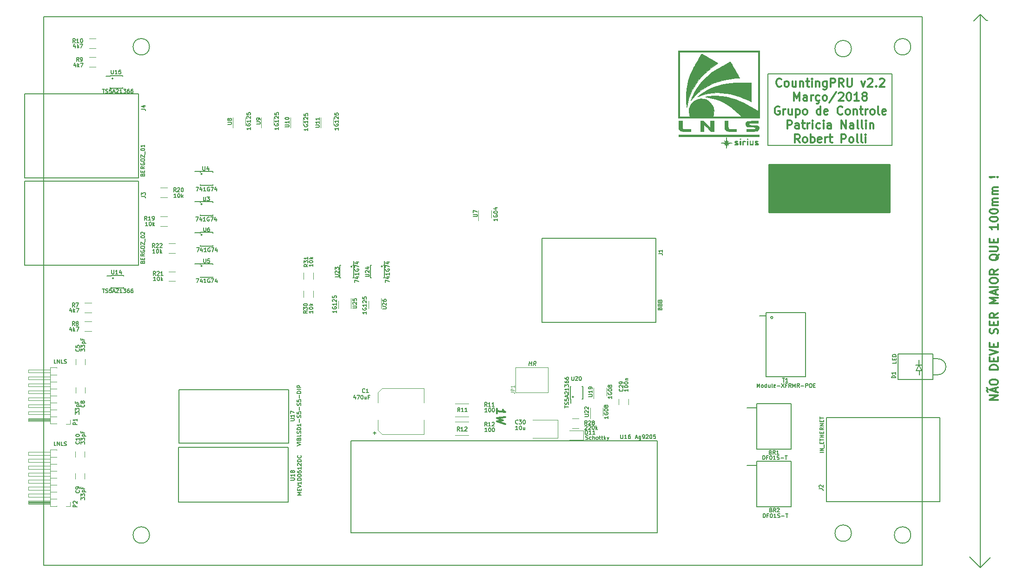
<source format=gbr>
G04 #@! TF.FileFunction,Legend,Top*
%FSLAX46Y46*%
G04 Gerber Fmt 4.6, Leading zero omitted, Abs format (unit mm)*
G04 Created by KiCad (PCBNEW 4.0.4+e1-6308~48~ubuntu15.10.1-stable) date Thu Mar 22 15:52:19 2018*
%MOMM*%
%LPD*%
G01*
G04 APERTURE LIST*
%ADD10C,0.100000*%
%ADD11C,0.300000*%
%ADD12C,0.200000*%
%ADD13C,0.150000*%
%ADD14C,0.120000*%
%ADD15C,0.010000*%
%ADD16C,0.254000*%
G04 APERTURE END LIST*
D10*
D11*
X205128211Y-89409428D02*
X203628211Y-89409428D01*
X205128211Y-88552285D01*
X203628211Y-88552285D01*
X204699640Y-87909428D02*
X204699640Y-87195142D01*
X205128211Y-88052285D02*
X203628211Y-87552285D01*
X205128211Y-87052285D01*
X203271069Y-87909428D02*
X203199640Y-87837999D01*
X203128211Y-87695142D01*
X203271069Y-87409428D01*
X203199640Y-87266571D01*
X203128211Y-87195142D01*
X203628211Y-86266571D02*
X203628211Y-85980857D01*
X203699640Y-85837999D01*
X203842497Y-85695142D01*
X204128211Y-85623714D01*
X204628211Y-85623714D01*
X204913926Y-85695142D01*
X205056783Y-85837999D01*
X205128211Y-85980857D01*
X205128211Y-86266571D01*
X205056783Y-86409428D01*
X204913926Y-86552285D01*
X204628211Y-86623714D01*
X204128211Y-86623714D01*
X203842497Y-86552285D01*
X203699640Y-86409428D01*
X203628211Y-86266571D01*
X205128211Y-83837999D02*
X203628211Y-83837999D01*
X203628211Y-83480856D01*
X203699640Y-83266571D01*
X203842497Y-83123713D01*
X203985354Y-83052285D01*
X204271069Y-82980856D01*
X204485354Y-82980856D01*
X204771069Y-83052285D01*
X204913926Y-83123713D01*
X205056783Y-83266571D01*
X205128211Y-83480856D01*
X205128211Y-83837999D01*
X204342497Y-82337999D02*
X204342497Y-81837999D01*
X205128211Y-81623713D02*
X205128211Y-82337999D01*
X203628211Y-82337999D01*
X203628211Y-81623713D01*
X203628211Y-81195142D02*
X205128211Y-80695142D01*
X203628211Y-80195142D01*
X204342497Y-79695142D02*
X204342497Y-79195142D01*
X205128211Y-78980856D02*
X205128211Y-79695142D01*
X203628211Y-79695142D01*
X203628211Y-78980856D01*
X205056783Y-77266571D02*
X205128211Y-77052285D01*
X205128211Y-76695142D01*
X205056783Y-76552285D01*
X204985354Y-76480856D01*
X204842497Y-76409428D01*
X204699640Y-76409428D01*
X204556783Y-76480856D01*
X204485354Y-76552285D01*
X204413926Y-76695142D01*
X204342497Y-76980856D01*
X204271069Y-77123714D01*
X204199640Y-77195142D01*
X204056783Y-77266571D01*
X203913926Y-77266571D01*
X203771069Y-77195142D01*
X203699640Y-77123714D01*
X203628211Y-76980856D01*
X203628211Y-76623714D01*
X203699640Y-76409428D01*
X204342497Y-75766571D02*
X204342497Y-75266571D01*
X205128211Y-75052285D02*
X205128211Y-75766571D01*
X203628211Y-75766571D01*
X203628211Y-75052285D01*
X205128211Y-73552285D02*
X204413926Y-74052285D01*
X205128211Y-74409428D02*
X203628211Y-74409428D01*
X203628211Y-73838000D01*
X203699640Y-73695142D01*
X203771069Y-73623714D01*
X203913926Y-73552285D01*
X204128211Y-73552285D01*
X204271069Y-73623714D01*
X204342497Y-73695142D01*
X204413926Y-73838000D01*
X204413926Y-74409428D01*
X205128211Y-71766571D02*
X203628211Y-71766571D01*
X204699640Y-71266571D01*
X203628211Y-70766571D01*
X205128211Y-70766571D01*
X204699640Y-70123714D02*
X204699640Y-69409428D01*
X205128211Y-70266571D02*
X203628211Y-69766571D01*
X205128211Y-69266571D01*
X205128211Y-68766571D02*
X203628211Y-68766571D01*
X203628211Y-67766571D02*
X203628211Y-67480857D01*
X203699640Y-67337999D01*
X203842497Y-67195142D01*
X204128211Y-67123714D01*
X204628211Y-67123714D01*
X204913926Y-67195142D01*
X205056783Y-67337999D01*
X205128211Y-67480857D01*
X205128211Y-67766571D01*
X205056783Y-67909428D01*
X204913926Y-68052285D01*
X204628211Y-68123714D01*
X204128211Y-68123714D01*
X203842497Y-68052285D01*
X203699640Y-67909428D01*
X203628211Y-67766571D01*
X205128211Y-65623713D02*
X204413926Y-66123713D01*
X205128211Y-66480856D02*
X203628211Y-66480856D01*
X203628211Y-65909428D01*
X203699640Y-65766570D01*
X203771069Y-65695142D01*
X203913926Y-65623713D01*
X204128211Y-65623713D01*
X204271069Y-65695142D01*
X204342497Y-65766570D01*
X204413926Y-65909428D01*
X204413926Y-66480856D01*
X205271069Y-62837999D02*
X205199640Y-62980856D01*
X205056783Y-63123713D01*
X204842497Y-63337999D01*
X204771069Y-63480856D01*
X204771069Y-63623713D01*
X205128211Y-63552285D02*
X205056783Y-63695142D01*
X204913926Y-63837999D01*
X204628211Y-63909428D01*
X204128211Y-63909428D01*
X203842497Y-63837999D01*
X203699640Y-63695142D01*
X203628211Y-63552285D01*
X203628211Y-63266571D01*
X203699640Y-63123713D01*
X203842497Y-62980856D01*
X204128211Y-62909428D01*
X204628211Y-62909428D01*
X204913926Y-62980856D01*
X205056783Y-63123713D01*
X205128211Y-63266571D01*
X205128211Y-63552285D01*
X203628211Y-62266570D02*
X204842497Y-62266570D01*
X204985354Y-62195142D01*
X205056783Y-62123713D01*
X205128211Y-61980856D01*
X205128211Y-61695142D01*
X205056783Y-61552284D01*
X204985354Y-61480856D01*
X204842497Y-61409427D01*
X203628211Y-61409427D01*
X204342497Y-60695141D02*
X204342497Y-60195141D01*
X205128211Y-59980855D02*
X205128211Y-60695141D01*
X203628211Y-60695141D01*
X203628211Y-59980855D01*
X205128211Y-57409427D02*
X205128211Y-58266570D01*
X205128211Y-57837998D02*
X203628211Y-57837998D01*
X203842497Y-57980855D01*
X203985354Y-58123713D01*
X204056783Y-58266570D01*
X203628211Y-56480856D02*
X203628211Y-56337999D01*
X203699640Y-56195142D01*
X203771069Y-56123713D01*
X203913926Y-56052284D01*
X204199640Y-55980856D01*
X204556783Y-55980856D01*
X204842497Y-56052284D01*
X204985354Y-56123713D01*
X205056783Y-56195142D01*
X205128211Y-56337999D01*
X205128211Y-56480856D01*
X205056783Y-56623713D01*
X204985354Y-56695142D01*
X204842497Y-56766570D01*
X204556783Y-56837999D01*
X204199640Y-56837999D01*
X203913926Y-56766570D01*
X203771069Y-56695142D01*
X203699640Y-56623713D01*
X203628211Y-56480856D01*
X203628211Y-55052285D02*
X203628211Y-54909428D01*
X203699640Y-54766571D01*
X203771069Y-54695142D01*
X203913926Y-54623713D01*
X204199640Y-54552285D01*
X204556783Y-54552285D01*
X204842497Y-54623713D01*
X204985354Y-54695142D01*
X205056783Y-54766571D01*
X205128211Y-54909428D01*
X205128211Y-55052285D01*
X205056783Y-55195142D01*
X204985354Y-55266571D01*
X204842497Y-55337999D01*
X204556783Y-55409428D01*
X204199640Y-55409428D01*
X203913926Y-55337999D01*
X203771069Y-55266571D01*
X203699640Y-55195142D01*
X203628211Y-55052285D01*
X205128211Y-53909428D02*
X204128211Y-53909428D01*
X204271069Y-53909428D02*
X204199640Y-53838000D01*
X204128211Y-53695142D01*
X204128211Y-53480857D01*
X204199640Y-53338000D01*
X204342497Y-53266571D01*
X205128211Y-53266571D01*
X204342497Y-53266571D02*
X204199640Y-53195142D01*
X204128211Y-53052285D01*
X204128211Y-52838000D01*
X204199640Y-52695142D01*
X204342497Y-52623714D01*
X205128211Y-52623714D01*
X205128211Y-51909428D02*
X204128211Y-51909428D01*
X204271069Y-51909428D02*
X204199640Y-51838000D01*
X204128211Y-51695142D01*
X204128211Y-51480857D01*
X204199640Y-51338000D01*
X204342497Y-51266571D01*
X205128211Y-51266571D01*
X204342497Y-51266571D02*
X204199640Y-51195142D01*
X204128211Y-51052285D01*
X204128211Y-50838000D01*
X204199640Y-50695142D01*
X204342497Y-50623714D01*
X205128211Y-50623714D01*
X204985354Y-48766571D02*
X205056783Y-48695143D01*
X205128211Y-48766571D01*
X205056783Y-48838000D01*
X204985354Y-48766571D01*
X205128211Y-48766571D01*
X204556783Y-48766571D02*
X203699640Y-48838000D01*
X203628211Y-48766571D01*
X203699640Y-48695143D01*
X204556783Y-48766571D01*
X203628211Y-48766571D01*
D12*
X203027240Y-20218400D02*
X203230440Y-20218400D01*
X201909640Y-19100800D02*
X203027240Y-20218400D01*
X201909640Y-19100800D02*
X200741240Y-20269200D01*
X203687640Y-118160800D02*
X203687640Y-118059200D01*
X201909640Y-119938800D02*
X203687640Y-118160800D01*
X199979240Y-118008400D02*
X201909640Y-119938800D01*
X201909640Y-119938800D02*
X199979240Y-118008400D01*
X201909640Y-19151600D02*
X201909640Y-119938800D01*
X163250000Y-29950000D02*
X163300000Y-29950000D01*
X163250000Y-42950000D02*
X163250000Y-29950000D01*
X163450000Y-42950000D02*
X163250000Y-42950000D01*
X185800000Y-42950000D02*
X163450000Y-42950000D01*
X185800000Y-29950000D02*
X185800000Y-42950000D01*
X163250000Y-29950000D02*
X185800000Y-29950000D01*
D11*
X165671429Y-32135714D02*
X165600000Y-32207143D01*
X165385714Y-32278571D01*
X165242857Y-32278571D01*
X165028572Y-32207143D01*
X164885714Y-32064286D01*
X164814286Y-31921429D01*
X164742857Y-31635714D01*
X164742857Y-31421429D01*
X164814286Y-31135714D01*
X164885714Y-30992857D01*
X165028572Y-30850000D01*
X165242857Y-30778571D01*
X165385714Y-30778571D01*
X165600000Y-30850000D01*
X165671429Y-30921429D01*
X166528572Y-32278571D02*
X166385714Y-32207143D01*
X166314286Y-32135714D01*
X166242857Y-31992857D01*
X166242857Y-31564286D01*
X166314286Y-31421429D01*
X166385714Y-31350000D01*
X166528572Y-31278571D01*
X166742857Y-31278571D01*
X166885714Y-31350000D01*
X166957143Y-31421429D01*
X167028572Y-31564286D01*
X167028572Y-31992857D01*
X166957143Y-32135714D01*
X166885714Y-32207143D01*
X166742857Y-32278571D01*
X166528572Y-32278571D01*
X168314286Y-31278571D02*
X168314286Y-32278571D01*
X167671429Y-31278571D02*
X167671429Y-32064286D01*
X167742857Y-32207143D01*
X167885715Y-32278571D01*
X168100000Y-32278571D01*
X168242857Y-32207143D01*
X168314286Y-32135714D01*
X169028572Y-31278571D02*
X169028572Y-32278571D01*
X169028572Y-31421429D02*
X169100000Y-31350000D01*
X169242858Y-31278571D01*
X169457143Y-31278571D01*
X169600000Y-31350000D01*
X169671429Y-31492857D01*
X169671429Y-32278571D01*
X170171429Y-31278571D02*
X170742858Y-31278571D01*
X170385715Y-30778571D02*
X170385715Y-32064286D01*
X170457143Y-32207143D01*
X170600001Y-32278571D01*
X170742858Y-32278571D01*
X171242858Y-32278571D02*
X171242858Y-31278571D01*
X171242858Y-30778571D02*
X171171429Y-30850000D01*
X171242858Y-30921429D01*
X171314286Y-30850000D01*
X171242858Y-30778571D01*
X171242858Y-30921429D01*
X171957144Y-31278571D02*
X171957144Y-32278571D01*
X171957144Y-31421429D02*
X172028572Y-31350000D01*
X172171430Y-31278571D01*
X172385715Y-31278571D01*
X172528572Y-31350000D01*
X172600001Y-31492857D01*
X172600001Y-32278571D01*
X173957144Y-31278571D02*
X173957144Y-32492857D01*
X173885715Y-32635714D01*
X173814287Y-32707143D01*
X173671430Y-32778571D01*
X173457144Y-32778571D01*
X173314287Y-32707143D01*
X173957144Y-32207143D02*
X173814287Y-32278571D01*
X173528573Y-32278571D01*
X173385715Y-32207143D01*
X173314287Y-32135714D01*
X173242858Y-31992857D01*
X173242858Y-31564286D01*
X173314287Y-31421429D01*
X173385715Y-31350000D01*
X173528573Y-31278571D01*
X173814287Y-31278571D01*
X173957144Y-31350000D01*
X174671430Y-32278571D02*
X174671430Y-30778571D01*
X175242858Y-30778571D01*
X175385716Y-30850000D01*
X175457144Y-30921429D01*
X175528573Y-31064286D01*
X175528573Y-31278571D01*
X175457144Y-31421429D01*
X175385716Y-31492857D01*
X175242858Y-31564286D01*
X174671430Y-31564286D01*
X177028573Y-32278571D02*
X176528573Y-31564286D01*
X176171430Y-32278571D02*
X176171430Y-30778571D01*
X176742858Y-30778571D01*
X176885716Y-30850000D01*
X176957144Y-30921429D01*
X177028573Y-31064286D01*
X177028573Y-31278571D01*
X176957144Y-31421429D01*
X176885716Y-31492857D01*
X176742858Y-31564286D01*
X176171430Y-31564286D01*
X177671430Y-30778571D02*
X177671430Y-31992857D01*
X177742858Y-32135714D01*
X177814287Y-32207143D01*
X177957144Y-32278571D01*
X178242858Y-32278571D01*
X178385716Y-32207143D01*
X178457144Y-32135714D01*
X178528573Y-31992857D01*
X178528573Y-30778571D01*
X180242859Y-31278571D02*
X180600002Y-32278571D01*
X180957144Y-31278571D01*
X181457144Y-30921429D02*
X181528573Y-30850000D01*
X181671430Y-30778571D01*
X182028573Y-30778571D01*
X182171430Y-30850000D01*
X182242859Y-30921429D01*
X182314287Y-31064286D01*
X182314287Y-31207143D01*
X182242859Y-31421429D01*
X181385716Y-32278571D01*
X182314287Y-32278571D01*
X182957144Y-32135714D02*
X183028572Y-32207143D01*
X182957144Y-32278571D01*
X182885715Y-32207143D01*
X182957144Y-32135714D01*
X182957144Y-32278571D01*
X183600001Y-30921429D02*
X183671430Y-30850000D01*
X183814287Y-30778571D01*
X184171430Y-30778571D01*
X184314287Y-30850000D01*
X184385716Y-30921429D01*
X184457144Y-31064286D01*
X184457144Y-31207143D01*
X184385716Y-31421429D01*
X183528573Y-32278571D01*
X184457144Y-32278571D01*
X167992858Y-34828571D02*
X167992858Y-33328571D01*
X168492858Y-34400000D01*
X168992858Y-33328571D01*
X168992858Y-34828571D01*
X170350001Y-34828571D02*
X170350001Y-34042857D01*
X170278572Y-33900000D01*
X170135715Y-33828571D01*
X169850001Y-33828571D01*
X169707144Y-33900000D01*
X170350001Y-34757143D02*
X170207144Y-34828571D01*
X169850001Y-34828571D01*
X169707144Y-34757143D01*
X169635715Y-34614286D01*
X169635715Y-34471429D01*
X169707144Y-34328571D01*
X169850001Y-34257143D01*
X170207144Y-34257143D01*
X170350001Y-34185714D01*
X171064287Y-34828571D02*
X171064287Y-33828571D01*
X171064287Y-34114286D02*
X171135715Y-33971429D01*
X171207144Y-33900000D01*
X171350001Y-33828571D01*
X171492858Y-33828571D01*
X172635715Y-34757143D02*
X172492858Y-34828571D01*
X172207144Y-34828571D01*
X172064286Y-34757143D01*
X171992858Y-34685714D01*
X171921429Y-34542857D01*
X171921429Y-34114286D01*
X171992858Y-33971429D01*
X172064286Y-33900000D01*
X172207144Y-33828571D01*
X172492858Y-33828571D01*
X172635715Y-33900000D01*
X172350001Y-34900000D02*
X172492858Y-34971429D01*
X172564286Y-35114286D01*
X172492858Y-35257143D01*
X172350001Y-35328571D01*
X172135715Y-35328571D01*
X173492858Y-34828571D02*
X173350000Y-34757143D01*
X173278572Y-34685714D01*
X173207143Y-34542857D01*
X173207143Y-34114286D01*
X173278572Y-33971429D01*
X173350000Y-33900000D01*
X173492858Y-33828571D01*
X173707143Y-33828571D01*
X173850000Y-33900000D01*
X173921429Y-33971429D01*
X173992858Y-34114286D01*
X173992858Y-34542857D01*
X173921429Y-34685714D01*
X173850000Y-34757143D01*
X173707143Y-34828571D01*
X173492858Y-34828571D01*
X175707143Y-33257143D02*
X174421429Y-35185714D01*
X176135715Y-33471429D02*
X176207144Y-33400000D01*
X176350001Y-33328571D01*
X176707144Y-33328571D01*
X176850001Y-33400000D01*
X176921430Y-33471429D01*
X176992858Y-33614286D01*
X176992858Y-33757143D01*
X176921430Y-33971429D01*
X176064287Y-34828571D01*
X176992858Y-34828571D01*
X177921429Y-33328571D02*
X178064286Y-33328571D01*
X178207143Y-33400000D01*
X178278572Y-33471429D01*
X178350001Y-33614286D01*
X178421429Y-33900000D01*
X178421429Y-34257143D01*
X178350001Y-34542857D01*
X178278572Y-34685714D01*
X178207143Y-34757143D01*
X178064286Y-34828571D01*
X177921429Y-34828571D01*
X177778572Y-34757143D01*
X177707143Y-34685714D01*
X177635715Y-34542857D01*
X177564286Y-34257143D01*
X177564286Y-33900000D01*
X177635715Y-33614286D01*
X177707143Y-33471429D01*
X177778572Y-33400000D01*
X177921429Y-33328571D01*
X179850000Y-34828571D02*
X178992857Y-34828571D01*
X179421429Y-34828571D02*
X179421429Y-33328571D01*
X179278572Y-33542857D01*
X179135714Y-33685714D01*
X178992857Y-33757143D01*
X180707143Y-33971429D02*
X180564285Y-33900000D01*
X180492857Y-33828571D01*
X180421428Y-33685714D01*
X180421428Y-33614286D01*
X180492857Y-33471429D01*
X180564285Y-33400000D01*
X180707143Y-33328571D01*
X180992857Y-33328571D01*
X181135714Y-33400000D01*
X181207143Y-33471429D01*
X181278571Y-33614286D01*
X181278571Y-33685714D01*
X181207143Y-33828571D01*
X181135714Y-33900000D01*
X180992857Y-33971429D01*
X180707143Y-33971429D01*
X180564285Y-34042857D01*
X180492857Y-34114286D01*
X180421428Y-34257143D01*
X180421428Y-34542857D01*
X180492857Y-34685714D01*
X180564285Y-34757143D01*
X180707143Y-34828571D01*
X180992857Y-34828571D01*
X181135714Y-34757143D01*
X181207143Y-34685714D01*
X181278571Y-34542857D01*
X181278571Y-34257143D01*
X181207143Y-34114286D01*
X181135714Y-34042857D01*
X180992857Y-33971429D01*
X165314286Y-35950000D02*
X165171429Y-35878571D01*
X164957143Y-35878571D01*
X164742858Y-35950000D01*
X164600000Y-36092857D01*
X164528572Y-36235714D01*
X164457143Y-36521429D01*
X164457143Y-36735714D01*
X164528572Y-37021429D01*
X164600000Y-37164286D01*
X164742858Y-37307143D01*
X164957143Y-37378571D01*
X165100000Y-37378571D01*
X165314286Y-37307143D01*
X165385715Y-37235714D01*
X165385715Y-36735714D01*
X165100000Y-36735714D01*
X166028572Y-37378571D02*
X166028572Y-36378571D01*
X166028572Y-36664286D02*
X166100000Y-36521429D01*
X166171429Y-36450000D01*
X166314286Y-36378571D01*
X166457143Y-36378571D01*
X167600000Y-36378571D02*
X167600000Y-37378571D01*
X166957143Y-36378571D02*
X166957143Y-37164286D01*
X167028571Y-37307143D01*
X167171429Y-37378571D01*
X167385714Y-37378571D01*
X167528571Y-37307143D01*
X167600000Y-37235714D01*
X168314286Y-36378571D02*
X168314286Y-37878571D01*
X168314286Y-36450000D02*
X168457143Y-36378571D01*
X168742857Y-36378571D01*
X168885714Y-36450000D01*
X168957143Y-36521429D01*
X169028572Y-36664286D01*
X169028572Y-37092857D01*
X168957143Y-37235714D01*
X168885714Y-37307143D01*
X168742857Y-37378571D01*
X168457143Y-37378571D01*
X168314286Y-37307143D01*
X169885715Y-37378571D02*
X169742857Y-37307143D01*
X169671429Y-37235714D01*
X169600000Y-37092857D01*
X169600000Y-36664286D01*
X169671429Y-36521429D01*
X169742857Y-36450000D01*
X169885715Y-36378571D01*
X170100000Y-36378571D01*
X170242857Y-36450000D01*
X170314286Y-36521429D01*
X170385715Y-36664286D01*
X170385715Y-37092857D01*
X170314286Y-37235714D01*
X170242857Y-37307143D01*
X170100000Y-37378571D01*
X169885715Y-37378571D01*
X172814286Y-37378571D02*
X172814286Y-35878571D01*
X172814286Y-37307143D02*
X172671429Y-37378571D01*
X172385715Y-37378571D01*
X172242857Y-37307143D01*
X172171429Y-37235714D01*
X172100000Y-37092857D01*
X172100000Y-36664286D01*
X172171429Y-36521429D01*
X172242857Y-36450000D01*
X172385715Y-36378571D01*
X172671429Y-36378571D01*
X172814286Y-36450000D01*
X174100000Y-37307143D02*
X173957143Y-37378571D01*
X173671429Y-37378571D01*
X173528572Y-37307143D01*
X173457143Y-37164286D01*
X173457143Y-36592857D01*
X173528572Y-36450000D01*
X173671429Y-36378571D01*
X173957143Y-36378571D01*
X174100000Y-36450000D01*
X174171429Y-36592857D01*
X174171429Y-36735714D01*
X173457143Y-36878571D01*
X176814286Y-37235714D02*
X176742857Y-37307143D01*
X176528571Y-37378571D01*
X176385714Y-37378571D01*
X176171429Y-37307143D01*
X176028571Y-37164286D01*
X175957143Y-37021429D01*
X175885714Y-36735714D01*
X175885714Y-36521429D01*
X175957143Y-36235714D01*
X176028571Y-36092857D01*
X176171429Y-35950000D01*
X176385714Y-35878571D01*
X176528571Y-35878571D01*
X176742857Y-35950000D01*
X176814286Y-36021429D01*
X177671429Y-37378571D02*
X177528571Y-37307143D01*
X177457143Y-37235714D01*
X177385714Y-37092857D01*
X177385714Y-36664286D01*
X177457143Y-36521429D01*
X177528571Y-36450000D01*
X177671429Y-36378571D01*
X177885714Y-36378571D01*
X178028571Y-36450000D01*
X178100000Y-36521429D01*
X178171429Y-36664286D01*
X178171429Y-37092857D01*
X178100000Y-37235714D01*
X178028571Y-37307143D01*
X177885714Y-37378571D01*
X177671429Y-37378571D01*
X178814286Y-36378571D02*
X178814286Y-37378571D01*
X178814286Y-36521429D02*
X178885714Y-36450000D01*
X179028572Y-36378571D01*
X179242857Y-36378571D01*
X179385714Y-36450000D01*
X179457143Y-36592857D01*
X179457143Y-37378571D01*
X179957143Y-36378571D02*
X180528572Y-36378571D01*
X180171429Y-35878571D02*
X180171429Y-37164286D01*
X180242857Y-37307143D01*
X180385715Y-37378571D01*
X180528572Y-37378571D01*
X181028572Y-37378571D02*
X181028572Y-36378571D01*
X181028572Y-36664286D02*
X181100000Y-36521429D01*
X181171429Y-36450000D01*
X181314286Y-36378571D01*
X181457143Y-36378571D01*
X182171429Y-37378571D02*
X182028571Y-37307143D01*
X181957143Y-37235714D01*
X181885714Y-37092857D01*
X181885714Y-36664286D01*
X181957143Y-36521429D01*
X182028571Y-36450000D01*
X182171429Y-36378571D01*
X182385714Y-36378571D01*
X182528571Y-36450000D01*
X182600000Y-36521429D01*
X182671429Y-36664286D01*
X182671429Y-37092857D01*
X182600000Y-37235714D01*
X182528571Y-37307143D01*
X182385714Y-37378571D01*
X182171429Y-37378571D01*
X183528572Y-37378571D02*
X183385714Y-37307143D01*
X183314286Y-37164286D01*
X183314286Y-35878571D01*
X184671428Y-37307143D02*
X184528571Y-37378571D01*
X184242857Y-37378571D01*
X184100000Y-37307143D01*
X184028571Y-37164286D01*
X184028571Y-36592857D01*
X184100000Y-36450000D01*
X184242857Y-36378571D01*
X184528571Y-36378571D01*
X184671428Y-36450000D01*
X184742857Y-36592857D01*
X184742857Y-36735714D01*
X184028571Y-36878571D01*
X166742857Y-39928571D02*
X166742857Y-38428571D01*
X167314285Y-38428571D01*
X167457143Y-38500000D01*
X167528571Y-38571429D01*
X167600000Y-38714286D01*
X167600000Y-38928571D01*
X167528571Y-39071429D01*
X167457143Y-39142857D01*
X167314285Y-39214286D01*
X166742857Y-39214286D01*
X168885714Y-39928571D02*
X168885714Y-39142857D01*
X168814285Y-39000000D01*
X168671428Y-38928571D01*
X168385714Y-38928571D01*
X168242857Y-39000000D01*
X168885714Y-39857143D02*
X168742857Y-39928571D01*
X168385714Y-39928571D01*
X168242857Y-39857143D01*
X168171428Y-39714286D01*
X168171428Y-39571429D01*
X168242857Y-39428571D01*
X168385714Y-39357143D01*
X168742857Y-39357143D01*
X168885714Y-39285714D01*
X169385714Y-38928571D02*
X169957143Y-38928571D01*
X169600000Y-38428571D02*
X169600000Y-39714286D01*
X169671428Y-39857143D01*
X169814286Y-39928571D01*
X169957143Y-39928571D01*
X170457143Y-39928571D02*
X170457143Y-38928571D01*
X170457143Y-39214286D02*
X170528571Y-39071429D01*
X170600000Y-39000000D01*
X170742857Y-38928571D01*
X170885714Y-38928571D01*
X171385714Y-39928571D02*
X171385714Y-38928571D01*
X171385714Y-38428571D02*
X171314285Y-38500000D01*
X171385714Y-38571429D01*
X171457142Y-38500000D01*
X171385714Y-38428571D01*
X171385714Y-38571429D01*
X172742857Y-39857143D02*
X172600000Y-39928571D01*
X172314286Y-39928571D01*
X172171428Y-39857143D01*
X172100000Y-39785714D01*
X172028571Y-39642857D01*
X172028571Y-39214286D01*
X172100000Y-39071429D01*
X172171428Y-39000000D01*
X172314286Y-38928571D01*
X172600000Y-38928571D01*
X172742857Y-39000000D01*
X173385714Y-39928571D02*
X173385714Y-38928571D01*
X173385714Y-38428571D02*
X173314285Y-38500000D01*
X173385714Y-38571429D01*
X173457142Y-38500000D01*
X173385714Y-38428571D01*
X173385714Y-38571429D01*
X174742857Y-39928571D02*
X174742857Y-39142857D01*
X174671428Y-39000000D01*
X174528571Y-38928571D01*
X174242857Y-38928571D01*
X174100000Y-39000000D01*
X174742857Y-39857143D02*
X174600000Y-39928571D01*
X174242857Y-39928571D01*
X174100000Y-39857143D01*
X174028571Y-39714286D01*
X174028571Y-39571429D01*
X174100000Y-39428571D01*
X174242857Y-39357143D01*
X174600000Y-39357143D01*
X174742857Y-39285714D01*
X176600000Y-39928571D02*
X176600000Y-38428571D01*
X177457143Y-39928571D01*
X177457143Y-38428571D01*
X178814286Y-39928571D02*
X178814286Y-39142857D01*
X178742857Y-39000000D01*
X178600000Y-38928571D01*
X178314286Y-38928571D01*
X178171429Y-39000000D01*
X178814286Y-39857143D02*
X178671429Y-39928571D01*
X178314286Y-39928571D01*
X178171429Y-39857143D01*
X178100000Y-39714286D01*
X178100000Y-39571429D01*
X178171429Y-39428571D01*
X178314286Y-39357143D01*
X178671429Y-39357143D01*
X178814286Y-39285714D01*
X179742858Y-39928571D02*
X179600000Y-39857143D01*
X179528572Y-39714286D01*
X179528572Y-38428571D01*
X180528572Y-39928571D02*
X180385714Y-39857143D01*
X180314286Y-39714286D01*
X180314286Y-38428571D01*
X181100000Y-39928571D02*
X181100000Y-38928571D01*
X181100000Y-38428571D02*
X181028571Y-38500000D01*
X181100000Y-38571429D01*
X181171428Y-38500000D01*
X181100000Y-38428571D01*
X181100000Y-38571429D01*
X181814286Y-38928571D02*
X181814286Y-39928571D01*
X181814286Y-39071429D02*
X181885714Y-39000000D01*
X182028572Y-38928571D01*
X182242857Y-38928571D01*
X182385714Y-39000000D01*
X182457143Y-39142857D01*
X182457143Y-39928571D01*
X169028572Y-42478571D02*
X168528572Y-41764286D01*
X168171429Y-42478571D02*
X168171429Y-40978571D01*
X168742857Y-40978571D01*
X168885715Y-41050000D01*
X168957143Y-41121429D01*
X169028572Y-41264286D01*
X169028572Y-41478571D01*
X168957143Y-41621429D01*
X168885715Y-41692857D01*
X168742857Y-41764286D01*
X168171429Y-41764286D01*
X169885715Y-42478571D02*
X169742857Y-42407143D01*
X169671429Y-42335714D01*
X169600000Y-42192857D01*
X169600000Y-41764286D01*
X169671429Y-41621429D01*
X169742857Y-41550000D01*
X169885715Y-41478571D01*
X170100000Y-41478571D01*
X170242857Y-41550000D01*
X170314286Y-41621429D01*
X170385715Y-41764286D01*
X170385715Y-42192857D01*
X170314286Y-42335714D01*
X170242857Y-42407143D01*
X170100000Y-42478571D01*
X169885715Y-42478571D01*
X171028572Y-42478571D02*
X171028572Y-40978571D01*
X171028572Y-41550000D02*
X171171429Y-41478571D01*
X171457143Y-41478571D01*
X171600000Y-41550000D01*
X171671429Y-41621429D01*
X171742858Y-41764286D01*
X171742858Y-42192857D01*
X171671429Y-42335714D01*
X171600000Y-42407143D01*
X171457143Y-42478571D01*
X171171429Y-42478571D01*
X171028572Y-42407143D01*
X172957143Y-42407143D02*
X172814286Y-42478571D01*
X172528572Y-42478571D01*
X172385715Y-42407143D01*
X172314286Y-42264286D01*
X172314286Y-41692857D01*
X172385715Y-41550000D01*
X172528572Y-41478571D01*
X172814286Y-41478571D01*
X172957143Y-41550000D01*
X173028572Y-41692857D01*
X173028572Y-41835714D01*
X172314286Y-41978571D01*
X173671429Y-42478571D02*
X173671429Y-41478571D01*
X173671429Y-41764286D02*
X173742857Y-41621429D01*
X173814286Y-41550000D01*
X173957143Y-41478571D01*
X174100000Y-41478571D01*
X174385714Y-41478571D02*
X174957143Y-41478571D01*
X174600000Y-40978571D02*
X174600000Y-42264286D01*
X174671428Y-42407143D01*
X174814286Y-42478571D01*
X174957143Y-42478571D01*
X176600000Y-42478571D02*
X176600000Y-40978571D01*
X177171428Y-40978571D01*
X177314286Y-41050000D01*
X177385714Y-41121429D01*
X177457143Y-41264286D01*
X177457143Y-41478571D01*
X177385714Y-41621429D01*
X177314286Y-41692857D01*
X177171428Y-41764286D01*
X176600000Y-41764286D01*
X178314286Y-42478571D02*
X178171428Y-42407143D01*
X178100000Y-42335714D01*
X178028571Y-42192857D01*
X178028571Y-41764286D01*
X178100000Y-41621429D01*
X178171428Y-41550000D01*
X178314286Y-41478571D01*
X178528571Y-41478571D01*
X178671428Y-41550000D01*
X178742857Y-41621429D01*
X178814286Y-41764286D01*
X178814286Y-42192857D01*
X178742857Y-42335714D01*
X178671428Y-42407143D01*
X178528571Y-42478571D01*
X178314286Y-42478571D01*
X179671429Y-42478571D02*
X179528571Y-42407143D01*
X179457143Y-42264286D01*
X179457143Y-40978571D01*
X180457143Y-42478571D02*
X180314285Y-42407143D01*
X180242857Y-42264286D01*
X180242857Y-40978571D01*
X181028571Y-42478571D02*
X181028571Y-41478571D01*
X181028571Y-40978571D02*
X180957142Y-41050000D01*
X181028571Y-41121429D01*
X181099999Y-41050000D01*
X181028571Y-40978571D01*
X181028571Y-41121429D01*
X113855069Y-91841008D02*
X113855069Y-90983865D01*
X113855069Y-91412437D02*
X115355069Y-91599937D01*
X115140783Y-91430294D01*
X114997926Y-91269579D01*
X114926497Y-91117793D01*
X115355069Y-92528508D02*
X113855069Y-92698151D01*
X114926497Y-93117793D01*
X113855069Y-93269579D01*
X115355069Y-93814222D01*
D13*
X87466640Y-65060200D02*
G75*
G03X87466640Y-65060200I-127000J0D01*
G01*
X87771440Y-64857000D02*
X87771440Y-64095000D01*
X85282240Y-64857000D02*
X85409240Y-64857000D01*
X85282240Y-67143000D02*
X85409240Y-67143000D01*
X87771440Y-67143000D02*
X87644440Y-67143000D01*
X87771440Y-64857000D02*
X87644440Y-64857000D01*
X85282240Y-64857000D02*
X85282240Y-67143000D01*
X87771440Y-67143000D02*
X87771440Y-64857000D01*
X93041400Y-65060200D02*
G75*
G03X93041400Y-65060200I-127000J0D01*
G01*
X93346200Y-64857000D02*
X93346200Y-64095000D01*
X90857000Y-64857000D02*
X90984000Y-64857000D01*
X90857000Y-67143000D02*
X90984000Y-67143000D01*
X93346200Y-67143000D02*
X93219200Y-67143000D01*
X93346200Y-64857000D02*
X93219200Y-64857000D01*
X90857000Y-64857000D02*
X90857000Y-67143000D01*
X93346200Y-67143000D02*
X93346200Y-64857000D01*
D14*
X33647240Y-108660517D02*
X33647240Y-108735840D01*
X33647240Y-108735840D02*
X32527240Y-108735840D01*
X32527240Y-108735840D02*
X32527240Y-98455840D01*
X32527240Y-98455840D02*
X33647240Y-98455840D01*
X33647240Y-98455840D02*
X33647240Y-98531163D01*
X32527240Y-108300840D02*
X28527240Y-108300840D01*
X28527240Y-108300840D02*
X28527240Y-107780840D01*
X28527240Y-107780840D02*
X32527240Y-107780840D01*
X32527240Y-108240840D02*
X28527240Y-108240840D01*
X32527240Y-108120840D02*
X28527240Y-108120840D01*
X32527240Y-108000840D02*
X28527240Y-108000840D01*
X32527240Y-107880840D02*
X28527240Y-107880840D01*
X33647240Y-107405840D02*
X32527240Y-107405840D01*
X33647240Y-107421163D02*
X33647240Y-107390517D01*
X32527240Y-107030840D02*
X28527240Y-107030840D01*
X28527240Y-107030840D02*
X28527240Y-106510840D01*
X28527240Y-106510840D02*
X32527240Y-106510840D01*
X33647240Y-106135840D02*
X32527240Y-106135840D01*
X33647240Y-106151163D02*
X33647240Y-106120517D01*
X32527240Y-105760840D02*
X28527240Y-105760840D01*
X28527240Y-105760840D02*
X28527240Y-105240840D01*
X28527240Y-105240840D02*
X32527240Y-105240840D01*
X33647240Y-104865840D02*
X32527240Y-104865840D01*
X33647240Y-104881163D02*
X33647240Y-104850517D01*
X32527240Y-104490840D02*
X28527240Y-104490840D01*
X28527240Y-104490840D02*
X28527240Y-103970840D01*
X28527240Y-103970840D02*
X32527240Y-103970840D01*
X33647240Y-103595840D02*
X32527240Y-103595840D01*
X33647240Y-103611163D02*
X33647240Y-103580517D01*
X32527240Y-103220840D02*
X28527240Y-103220840D01*
X28527240Y-103220840D02*
X28527240Y-102700840D01*
X28527240Y-102700840D02*
X32527240Y-102700840D01*
X33647240Y-102325840D02*
X32527240Y-102325840D01*
X33647240Y-102341163D02*
X33647240Y-102310517D01*
X32527240Y-101950840D02*
X28527240Y-101950840D01*
X28527240Y-101950840D02*
X28527240Y-101430840D01*
X28527240Y-101430840D02*
X32527240Y-101430840D01*
X33647240Y-101055840D02*
X32527240Y-101055840D01*
X33647240Y-101071163D02*
X33647240Y-101040517D01*
X32527240Y-100680840D02*
X28527240Y-100680840D01*
X28527240Y-100680840D02*
X28527240Y-100160840D01*
X28527240Y-100160840D02*
X32527240Y-100160840D01*
X33647240Y-99785840D02*
X32527240Y-99785840D01*
X33647240Y-99801163D02*
X33647240Y-99770517D01*
X32527240Y-99410840D02*
X28527240Y-99410840D01*
X28527240Y-99410840D02*
X28527240Y-98890840D01*
X28527240Y-98890840D02*
X32527240Y-98890840D01*
X36117240Y-108040840D02*
X36117240Y-108800840D01*
X36117240Y-108800840D02*
X35357240Y-108800840D01*
X38828040Y-88130000D02*
X38828040Y-87130000D01*
X37128040Y-87130000D02*
X37128040Y-88130000D01*
D13*
X194582240Y-107925840D02*
X173857240Y-107925840D01*
X173857240Y-92565840D02*
X173857240Y-94465840D01*
X173857240Y-94465840D02*
X173857240Y-97065840D01*
X173857240Y-97065840D02*
X173857240Y-100015840D01*
X173857240Y-100015840D02*
X173857240Y-104640840D01*
X173857240Y-104640840D02*
X173857240Y-107940840D01*
X194582240Y-107940840D02*
X194582240Y-92565840D01*
X194582240Y-92565840D02*
X173857240Y-92565840D01*
X59854240Y-64557340D02*
X58838240Y-64557340D01*
X60184440Y-64976440D02*
G75*
G03X60184440Y-64976440I-127000J0D01*
G01*
X59854240Y-67033840D02*
X59854240Y-66906840D01*
X62140240Y-67033840D02*
X62140240Y-66906840D01*
X62140240Y-64544640D02*
X62140240Y-64671640D01*
X59854240Y-64544640D02*
X59854240Y-64671640D01*
X59854240Y-67033840D02*
X62140240Y-67033840D01*
X62140240Y-64544640D02*
X59854240Y-64544640D01*
X59854240Y-58857340D02*
X58838240Y-58857340D01*
X60184440Y-59276440D02*
G75*
G03X60184440Y-59276440I-127000J0D01*
G01*
X59854240Y-61333840D02*
X59854240Y-61206840D01*
X62140240Y-61333840D02*
X62140240Y-61206840D01*
X62140240Y-58844640D02*
X62140240Y-58971640D01*
X59854240Y-58844640D02*
X59854240Y-58971640D01*
X59854240Y-61333840D02*
X62140240Y-61333840D01*
X62140240Y-58844640D02*
X59854240Y-58844640D01*
X59854240Y-53257340D02*
X58838240Y-53257340D01*
X60184440Y-53676440D02*
G75*
G03X60184440Y-53676440I-127000J0D01*
G01*
X59854240Y-55733840D02*
X59854240Y-55606840D01*
X62140240Y-55733840D02*
X62140240Y-55606840D01*
X62140240Y-53244640D02*
X62140240Y-53371640D01*
X59854240Y-53244640D02*
X59854240Y-53371640D01*
X59854240Y-55733840D02*
X62140240Y-55733840D01*
X62140240Y-53244640D02*
X59854240Y-53244640D01*
X59854240Y-47757340D02*
X58838240Y-47757340D01*
X60184440Y-48176440D02*
G75*
G03X60184440Y-48176440I-127000J0D01*
G01*
X59854240Y-50233840D02*
X59854240Y-50106840D01*
X62140240Y-50233840D02*
X62140240Y-50106840D01*
X62140240Y-47744640D02*
X62140240Y-47871640D01*
X59854240Y-47744640D02*
X59854240Y-47871640D01*
X59854240Y-50233840D02*
X62140240Y-50233840D01*
X62140240Y-47744640D02*
X59854240Y-47744640D01*
X162832240Y-74055840D02*
X161682240Y-74055840D01*
X164133796Y-74355840D02*
G75*
G03X164133796Y-74355840I-201556J0D01*
G01*
X162857240Y-85155840D02*
X170082240Y-85155840D01*
X162857240Y-79030840D02*
X162857240Y-85155840D01*
X162857240Y-74055840D02*
X162857240Y-73930840D01*
X162857240Y-74005840D02*
X162857240Y-79130840D01*
X170082240Y-79680840D02*
X170082240Y-85155840D01*
X162857240Y-73955840D02*
X162857240Y-73480840D01*
X162857240Y-73480840D02*
X170082240Y-73480840D01*
X170082240Y-73480840D02*
X170082240Y-79755840D01*
X50588200Y-114001000D02*
G75*
G03X50588200Y-114001000I-1500000J0D01*
G01*
X178439100Y-25343000D02*
G75*
G03X178439100Y-25343000I-1500000J0D01*
G01*
X178439100Y-113659000D02*
G75*
G03X178439100Y-113659000I-1500000J0D01*
G01*
X50588200Y-25001000D02*
G75*
G03X50588200Y-25001000I-1500000J0D01*
G01*
X189258200Y-114001000D02*
G75*
G03X189258200Y-114001000I-1500000J0D01*
G01*
X189258200Y-25001000D02*
G75*
G03X189258200Y-25001000I-1500000J0D01*
G01*
X191328200Y-119501000D02*
X31328200Y-119501000D01*
X31328200Y-119501000D02*
X31328200Y-19501000D01*
X31328200Y-19501000D02*
X191328200Y-19501000D01*
X191328200Y-19501000D02*
X191328200Y-119501000D01*
X143037240Y-112800840D02*
X143037240Y-113600840D01*
X87237240Y-112800840D02*
X87237240Y-113600840D01*
X142562240Y-96800840D02*
X143037240Y-96800840D01*
X143037240Y-96800840D02*
X142437240Y-96800840D01*
X87737240Y-96800840D02*
X87237240Y-96800840D01*
X87237240Y-113600840D02*
X87787240Y-113600840D01*
X87712240Y-96800840D02*
X87812240Y-96800840D01*
X87237240Y-112675840D02*
X87237240Y-112800840D01*
X143037240Y-96800840D02*
X143037240Y-112800840D01*
X143037240Y-113600840D02*
X87812240Y-113600840D01*
X87237240Y-112700840D02*
X87237240Y-111250840D01*
X87237240Y-111225840D02*
X87237240Y-110025840D01*
X87237240Y-110050840D02*
X87237240Y-106975840D01*
X87237240Y-106975840D02*
X87237240Y-99425840D01*
X87237240Y-99525840D02*
X87237240Y-96800840D01*
X87787240Y-96800840D02*
X142512240Y-96800840D01*
X55957240Y-87520840D02*
X68132240Y-87520840D01*
X68132240Y-87520840D02*
X75957240Y-87520840D01*
X75957240Y-87520840D02*
X75957240Y-97220840D01*
X75957240Y-97220840D02*
X58157240Y-97220840D01*
X58157240Y-97220840D02*
X55957240Y-97220840D01*
X55957240Y-97220840D02*
X55957240Y-87545840D01*
X75882240Y-107985840D02*
X55882240Y-107985840D01*
X55882240Y-107985840D02*
X55882240Y-97985840D01*
X55882240Y-97985840D02*
X75882240Y-97985840D01*
X75882240Y-97985840D02*
X75882240Y-107960840D01*
D14*
X33647240Y-93660517D02*
X33647240Y-93735840D01*
X33647240Y-93735840D02*
X32527240Y-93735840D01*
X32527240Y-93735840D02*
X32527240Y-83455840D01*
X32527240Y-83455840D02*
X33647240Y-83455840D01*
X33647240Y-83455840D02*
X33647240Y-83531163D01*
X32527240Y-93300840D02*
X28527240Y-93300840D01*
X28527240Y-93300840D02*
X28527240Y-92780840D01*
X28527240Y-92780840D02*
X32527240Y-92780840D01*
X32527240Y-93240840D02*
X28527240Y-93240840D01*
X32527240Y-93120840D02*
X28527240Y-93120840D01*
X32527240Y-93000840D02*
X28527240Y-93000840D01*
X32527240Y-92880840D02*
X28527240Y-92880840D01*
X33647240Y-92405840D02*
X32527240Y-92405840D01*
X33647240Y-92421163D02*
X33647240Y-92390517D01*
X32527240Y-92030840D02*
X28527240Y-92030840D01*
X28527240Y-92030840D02*
X28527240Y-91510840D01*
X28527240Y-91510840D02*
X32527240Y-91510840D01*
X33647240Y-91135840D02*
X32527240Y-91135840D01*
X33647240Y-91151163D02*
X33647240Y-91120517D01*
X32527240Y-90760840D02*
X28527240Y-90760840D01*
X28527240Y-90760840D02*
X28527240Y-90240840D01*
X28527240Y-90240840D02*
X32527240Y-90240840D01*
X33647240Y-89865840D02*
X32527240Y-89865840D01*
X33647240Y-89881163D02*
X33647240Y-89850517D01*
X32527240Y-89490840D02*
X28527240Y-89490840D01*
X28527240Y-89490840D02*
X28527240Y-88970840D01*
X28527240Y-88970840D02*
X32527240Y-88970840D01*
X33647240Y-88595840D02*
X32527240Y-88595840D01*
X33647240Y-88611163D02*
X33647240Y-88580517D01*
X32527240Y-88220840D02*
X28527240Y-88220840D01*
X28527240Y-88220840D02*
X28527240Y-87700840D01*
X28527240Y-87700840D02*
X32527240Y-87700840D01*
X33647240Y-87325840D02*
X32527240Y-87325840D01*
X33647240Y-87341163D02*
X33647240Y-87310517D01*
X32527240Y-86950840D02*
X28527240Y-86950840D01*
X28527240Y-86950840D02*
X28527240Y-86430840D01*
X28527240Y-86430840D02*
X32527240Y-86430840D01*
X33647240Y-86055840D02*
X32527240Y-86055840D01*
X33647240Y-86071163D02*
X33647240Y-86040517D01*
X32527240Y-85680840D02*
X28527240Y-85680840D01*
X28527240Y-85680840D02*
X28527240Y-85160840D01*
X28527240Y-85160840D02*
X32527240Y-85160840D01*
X33647240Y-84785840D02*
X32527240Y-84785840D01*
X33647240Y-84801163D02*
X33647240Y-84770517D01*
X32527240Y-84410840D02*
X28527240Y-84410840D01*
X28527240Y-84410840D02*
X28527240Y-83890840D01*
X28527240Y-83890840D02*
X32527240Y-83890840D01*
X36117240Y-93040840D02*
X36117240Y-93800840D01*
X36117240Y-93800840D02*
X35357240Y-93800840D01*
D13*
X193257240Y-84780840D02*
X194207240Y-84780840D01*
X193257240Y-81880840D02*
X194207240Y-81880840D01*
X194207240Y-84780840D02*
G75*
G03X195657240Y-83330840I0J1450000D01*
G01*
X195657240Y-83330840D02*
G75*
G03X194207240Y-81880840I-1450000J0D01*
G01*
X190762240Y-82975240D02*
X190762240Y-82086240D01*
X190152640Y-83000640D02*
X191346440Y-83000640D01*
X190787640Y-84804040D02*
X190787640Y-84042040D01*
X190787640Y-84042040D02*
X190203440Y-84042040D01*
X190203440Y-84042040D02*
X191270240Y-84042040D01*
X191270240Y-84042040D02*
X190762240Y-83051440D01*
X190762240Y-83051440D02*
X190203440Y-84016640D01*
X186907240Y-85630840D02*
X193257240Y-85630840D01*
X186907240Y-81030840D02*
X193257240Y-81030840D01*
X186907240Y-85630840D02*
X186907240Y-81030840D01*
X193257240Y-85630840D02*
X193257240Y-81030840D01*
D14*
X110490000Y-54800000D02*
X110490000Y-56700000D01*
X112810000Y-56200000D02*
X112810000Y-54800000D01*
X65740000Y-37900000D02*
X65740000Y-39800000D01*
X68060000Y-39300000D02*
X68060000Y-37900000D01*
X70937240Y-37890840D02*
X70937240Y-39790840D01*
X73257240Y-39290840D02*
X73257240Y-37890840D01*
X76237240Y-37890840D02*
X76237240Y-39790840D01*
X78557240Y-39290840D02*
X78557240Y-37890840D01*
X81737240Y-37890840D02*
X81737240Y-39790840D01*
X84057240Y-39290840D02*
X84057240Y-37890840D01*
D15*
G36*
X155664287Y-41564795D02*
X155669937Y-41585488D01*
X155687860Y-41676207D01*
X155707997Y-41815123D01*
X155726056Y-41972552D01*
X155726423Y-41976257D01*
X155742664Y-42120152D01*
X155759204Y-42233088D01*
X155772737Y-42292875D01*
X155773941Y-42295323D01*
X155811517Y-42293959D01*
X155877803Y-42247841D01*
X155886584Y-42239810D01*
X155967171Y-42181416D01*
X156006132Y-42183280D01*
X155993749Y-42234314D01*
X155941231Y-42302153D01*
X155886563Y-42373599D01*
X155872479Y-42421078D01*
X155874706Y-42424501D01*
X155922047Y-42438456D01*
X156029177Y-42455752D01*
X156177961Y-42473742D01*
X156281912Y-42483968D01*
X156489872Y-42503713D01*
X156623016Y-42519446D01*
X156684486Y-42532652D01*
X156677427Y-42544810D01*
X156604981Y-42557405D01*
X156470292Y-42571917D01*
X156468769Y-42572065D01*
X156295103Y-42589439D01*
X156121010Y-42607764D01*
X156006260Y-42620549D01*
X155817289Y-42642564D01*
X155925257Y-42755259D01*
X155992237Y-42841092D01*
X156005054Y-42890823D01*
X155969727Y-42893612D01*
X155892272Y-42838621D01*
X155883481Y-42830505D01*
X155830580Y-42784908D01*
X155794411Y-42772849D01*
X155770076Y-42804153D01*
X155752677Y-42888645D01*
X155737317Y-43036149D01*
X155728473Y-43141455D01*
X155706980Y-43326987D01*
X155679105Y-43442732D01*
X155645891Y-43485825D01*
X155612419Y-43460330D01*
X155597841Y-43404402D01*
X155581498Y-43292141D01*
X155566397Y-43145222D01*
X155563139Y-43105232D01*
X155547231Y-42936215D01*
X155528552Y-42836962D01*
X155502852Y-42799098D01*
X155465880Y-42814248D01*
X155433231Y-42849230D01*
X155376821Y-42898354D01*
X155350292Y-42907846D01*
X155316907Y-42882223D01*
X155328649Y-42820816D01*
X155379358Y-42746812D01*
X155397885Y-42728623D01*
X155479769Y-42654518D01*
X155388115Y-42628769D01*
X155294294Y-42612147D01*
X155162862Y-42599841D01*
X155101077Y-42596873D01*
X154946188Y-42586525D01*
X154792865Y-42567983D01*
X154749385Y-42560515D01*
X154672355Y-42544468D01*
X154648454Y-42533148D01*
X154684742Y-42523081D01*
X154788276Y-42510792D01*
X154866615Y-42502815D01*
X155035889Y-42485185D01*
X155201507Y-42466932D01*
X155310617Y-42454072D01*
X155481081Y-42432818D01*
X155372082Y-42319047D01*
X155305384Y-42233719D01*
X155291127Y-42182892D01*
X155323981Y-42177783D01*
X155398616Y-42229611D01*
X155409724Y-42239810D01*
X155477596Y-42290502D01*
X155519525Y-42297960D01*
X155521672Y-42295323D01*
X155534984Y-42242217D01*
X155551520Y-42135265D01*
X155566441Y-42009076D01*
X155584416Y-41850964D01*
X155603964Y-41702871D01*
X155617210Y-41618307D01*
X155634407Y-41530892D01*
X155647121Y-41514909D01*
X155664287Y-41564795D01*
X155664287Y-41564795D01*
G37*
X155664287Y-41564795D02*
X155669937Y-41585488D01*
X155687860Y-41676207D01*
X155707997Y-41815123D01*
X155726056Y-41972552D01*
X155726423Y-41976257D01*
X155742664Y-42120152D01*
X155759204Y-42233088D01*
X155772737Y-42292875D01*
X155773941Y-42295323D01*
X155811517Y-42293959D01*
X155877803Y-42247841D01*
X155886584Y-42239810D01*
X155967171Y-42181416D01*
X156006132Y-42183280D01*
X155993749Y-42234314D01*
X155941231Y-42302153D01*
X155886563Y-42373599D01*
X155872479Y-42421078D01*
X155874706Y-42424501D01*
X155922047Y-42438456D01*
X156029177Y-42455752D01*
X156177961Y-42473742D01*
X156281912Y-42483968D01*
X156489872Y-42503713D01*
X156623016Y-42519446D01*
X156684486Y-42532652D01*
X156677427Y-42544810D01*
X156604981Y-42557405D01*
X156470292Y-42571917D01*
X156468769Y-42572065D01*
X156295103Y-42589439D01*
X156121010Y-42607764D01*
X156006260Y-42620549D01*
X155817289Y-42642564D01*
X155925257Y-42755259D01*
X155992237Y-42841092D01*
X156005054Y-42890823D01*
X155969727Y-42893612D01*
X155892272Y-42838621D01*
X155883481Y-42830505D01*
X155830580Y-42784908D01*
X155794411Y-42772849D01*
X155770076Y-42804153D01*
X155752677Y-42888645D01*
X155737317Y-43036149D01*
X155728473Y-43141455D01*
X155706980Y-43326987D01*
X155679105Y-43442732D01*
X155645891Y-43485825D01*
X155612419Y-43460330D01*
X155597841Y-43404402D01*
X155581498Y-43292141D01*
X155566397Y-43145222D01*
X155563139Y-43105232D01*
X155547231Y-42936215D01*
X155528552Y-42836962D01*
X155502852Y-42799098D01*
X155465880Y-42814248D01*
X155433231Y-42849230D01*
X155376821Y-42898354D01*
X155350292Y-42907846D01*
X155316907Y-42882223D01*
X155328649Y-42820816D01*
X155379358Y-42746812D01*
X155397885Y-42728623D01*
X155479769Y-42654518D01*
X155388115Y-42628769D01*
X155294294Y-42612147D01*
X155162862Y-42599841D01*
X155101077Y-42596873D01*
X154946188Y-42586525D01*
X154792865Y-42567983D01*
X154749385Y-42560515D01*
X154672355Y-42544468D01*
X154648454Y-42533148D01*
X154684742Y-42523081D01*
X154788276Y-42510792D01*
X154866615Y-42502815D01*
X155035889Y-42485185D01*
X155201507Y-42466932D01*
X155310617Y-42454072D01*
X155481081Y-42432818D01*
X155372082Y-42319047D01*
X155305384Y-42233719D01*
X155291127Y-42182892D01*
X155323981Y-42177783D01*
X155398616Y-42229611D01*
X155409724Y-42239810D01*
X155477596Y-42290502D01*
X155519525Y-42297960D01*
X155521672Y-42295323D01*
X155534984Y-42242217D01*
X155551520Y-42135265D01*
X155566441Y-42009076D01*
X155584416Y-41850964D01*
X155603964Y-41702871D01*
X155617210Y-41618307D01*
X155634407Y-41530892D01*
X155647121Y-41514909D01*
X155664287Y-41564795D01*
G36*
X157627469Y-42167974D02*
X157701775Y-42179448D01*
X157733010Y-42205364D01*
X157738769Y-42243538D01*
X157729826Y-42287936D01*
X157690871Y-42311541D01*
X157603714Y-42320698D01*
X157514077Y-42321905D01*
X157289385Y-42322119D01*
X157553154Y-42480378D01*
X157696533Y-42572537D01*
X157779813Y-42643401D01*
X157814277Y-42703493D01*
X157816923Y-42726349D01*
X157802315Y-42812341D01*
X157750265Y-42867264D01*
X157648436Y-42897025D01*
X157484491Y-42907531D01*
X157437877Y-42907846D01*
X157290445Y-42905901D01*
X157204734Y-42897073D01*
X157164346Y-42876869D01*
X157152884Y-42840797D01*
X157152615Y-42829692D01*
X157160882Y-42786712D01*
X157197387Y-42763039D01*
X157279692Y-42753016D01*
X157396846Y-42751007D01*
X157641077Y-42750477D01*
X157396846Y-42605715D01*
X157264678Y-42522151D01*
X157189366Y-42458032D01*
X157157084Y-42399452D01*
X157152615Y-42360060D01*
X157168143Y-42263587D01*
X157223111Y-42203788D01*
X157330101Y-42173460D01*
X157492585Y-42165384D01*
X157627469Y-42167974D01*
X157627469Y-42167974D01*
G37*
X157627469Y-42167974D02*
X157701775Y-42179448D01*
X157733010Y-42205364D01*
X157738769Y-42243538D01*
X157729826Y-42287936D01*
X157690871Y-42311541D01*
X157603714Y-42320698D01*
X157514077Y-42321905D01*
X157289385Y-42322119D01*
X157553154Y-42480378D01*
X157696533Y-42572537D01*
X157779813Y-42643401D01*
X157814277Y-42703493D01*
X157816923Y-42726349D01*
X157802315Y-42812341D01*
X157750265Y-42867264D01*
X157648436Y-42897025D01*
X157484491Y-42907531D01*
X157437877Y-42907846D01*
X157290445Y-42905901D01*
X157204734Y-42897073D01*
X157164346Y-42876869D01*
X157152884Y-42840797D01*
X157152615Y-42829692D01*
X157160882Y-42786712D01*
X157197387Y-42763039D01*
X157279692Y-42753016D01*
X157396846Y-42751007D01*
X157641077Y-42750477D01*
X157396846Y-42605715D01*
X157264678Y-42522151D01*
X157189366Y-42458032D01*
X157157084Y-42399452D01*
X157152615Y-42360060D01*
X157168143Y-42263587D01*
X157223111Y-42203788D01*
X157330101Y-42173460D01*
X157492585Y-42165384D01*
X157627469Y-42167974D01*
G36*
X158233411Y-42167962D02*
X158261954Y-42185455D01*
X158277635Y-42232504D01*
X158284307Y-42323746D01*
X158285821Y-42473821D01*
X158285846Y-42536615D01*
X158285168Y-42708593D01*
X158280564Y-42817056D01*
X158268183Y-42876644D01*
X158244172Y-42901996D01*
X158204678Y-42907752D01*
X158188154Y-42907846D01*
X158142896Y-42905268D01*
X158114353Y-42887774D01*
X158098672Y-42840726D01*
X158092001Y-42749484D01*
X158090486Y-42599409D01*
X158090461Y-42536615D01*
X158091140Y-42364637D01*
X158095743Y-42256174D01*
X158108124Y-42196586D01*
X158132136Y-42171233D01*
X158171629Y-42165478D01*
X158188154Y-42165384D01*
X158233411Y-42167962D01*
X158233411Y-42167962D01*
G37*
X158233411Y-42167962D02*
X158261954Y-42185455D01*
X158277635Y-42232504D01*
X158284307Y-42323746D01*
X158285821Y-42473821D01*
X158285846Y-42536615D01*
X158285168Y-42708593D01*
X158280564Y-42817056D01*
X158268183Y-42876644D01*
X158244172Y-42901996D01*
X158204678Y-42907752D01*
X158188154Y-42907846D01*
X158142896Y-42905268D01*
X158114353Y-42887774D01*
X158098672Y-42840726D01*
X158092001Y-42749484D01*
X158090486Y-42599409D01*
X158090461Y-42536615D01*
X158091140Y-42364637D01*
X158095743Y-42256174D01*
X158108124Y-42196586D01*
X158132136Y-42171233D01*
X158171629Y-42165478D01*
X158188154Y-42165384D01*
X158233411Y-42167962D01*
G36*
X159034238Y-42167974D02*
X159108545Y-42179448D01*
X159139779Y-42205364D01*
X159145538Y-42243538D01*
X159136210Y-42288703D01*
X159095876Y-42312231D01*
X159006016Y-42320858D01*
X158930615Y-42321692D01*
X158715692Y-42321692D01*
X158715692Y-42614769D01*
X158713846Y-42764615D01*
X158705429Y-42852536D01*
X158686122Y-42894728D01*
X158651607Y-42907386D01*
X158637538Y-42907846D01*
X158599171Y-42901532D01*
X158575907Y-42872288D01*
X158564023Y-42804660D01*
X158559796Y-42683196D01*
X158559385Y-42583507D01*
X158565283Y-42402362D01*
X158581900Y-42273926D01*
X158606277Y-42212276D01*
X158669803Y-42186708D01*
X158786700Y-42169891D01*
X158899354Y-42165384D01*
X159034238Y-42167974D01*
X159034238Y-42167974D01*
G37*
X159034238Y-42167974D02*
X159108545Y-42179448D01*
X159139779Y-42205364D01*
X159145538Y-42243538D01*
X159136210Y-42288703D01*
X159095876Y-42312231D01*
X159006016Y-42320858D01*
X158930615Y-42321692D01*
X158715692Y-42321692D01*
X158715692Y-42614769D01*
X158713846Y-42764615D01*
X158705429Y-42852536D01*
X158686122Y-42894728D01*
X158651607Y-42907386D01*
X158637538Y-42907846D01*
X158599171Y-42901532D01*
X158575907Y-42872288D01*
X158564023Y-42804660D01*
X158559796Y-42683196D01*
X158559385Y-42583507D01*
X158565283Y-42402362D01*
X158581900Y-42273926D01*
X158606277Y-42212276D01*
X158669803Y-42186708D01*
X158786700Y-42169891D01*
X158899354Y-42165384D01*
X159034238Y-42167974D01*
G36*
X159562026Y-42167962D02*
X159590569Y-42185455D01*
X159606251Y-42232504D01*
X159612922Y-42323746D01*
X159614437Y-42473821D01*
X159614461Y-42536615D01*
X159613783Y-42708593D01*
X159609179Y-42817056D01*
X159596798Y-42876644D01*
X159572787Y-42901996D01*
X159533294Y-42907752D01*
X159516769Y-42907846D01*
X159471512Y-42905268D01*
X159442969Y-42887774D01*
X159427288Y-42840726D01*
X159420616Y-42749484D01*
X159419102Y-42599409D01*
X159419077Y-42536615D01*
X159419755Y-42364637D01*
X159424359Y-42256174D01*
X159436740Y-42196586D01*
X159460751Y-42171233D01*
X159500244Y-42165478D01*
X159516769Y-42165384D01*
X159562026Y-42167962D01*
X159562026Y-42167962D01*
G37*
X159562026Y-42167962D02*
X159590569Y-42185455D01*
X159606251Y-42232504D01*
X159612922Y-42323746D01*
X159614437Y-42473821D01*
X159614461Y-42536615D01*
X159613783Y-42708593D01*
X159609179Y-42817056D01*
X159596798Y-42876644D01*
X159572787Y-42901996D01*
X159533294Y-42907752D01*
X159516769Y-42907846D01*
X159471512Y-42905268D01*
X159442969Y-42887774D01*
X159427288Y-42840726D01*
X159420616Y-42749484D01*
X159419102Y-42599409D01*
X159419077Y-42536615D01*
X159419755Y-42364637D01*
X159424359Y-42256174D01*
X159436740Y-42196586D01*
X159460751Y-42171233D01*
X159500244Y-42165478D01*
X159516769Y-42165384D01*
X159562026Y-42167962D01*
G36*
X160512521Y-42171698D02*
X160535785Y-42200942D01*
X160547669Y-42268570D01*
X160551896Y-42390033D01*
X160552308Y-42489723D01*
X160546409Y-42670868D01*
X160529792Y-42799304D01*
X160505415Y-42860953D01*
X160446323Y-42883101D01*
X160336520Y-42898859D01*
X160202108Y-42907308D01*
X160069189Y-42907526D01*
X159963863Y-42898596D01*
X159914051Y-42881794D01*
X159902392Y-42833406D01*
X159893429Y-42726289D01*
X159888523Y-42579856D01*
X159888000Y-42510564D01*
X159889352Y-42345317D01*
X159895676Y-42243202D01*
X159910367Y-42189211D01*
X159936824Y-42168336D01*
X159966154Y-42165384D01*
X160006113Y-42172306D01*
X160029558Y-42203870D01*
X160040810Y-42276271D01*
X160044185Y-42405705D01*
X160044308Y-42458461D01*
X160044308Y-42751538D01*
X160396000Y-42751538D01*
X160396000Y-42458461D01*
X160397846Y-42308614D01*
X160406263Y-42220693D01*
X160425570Y-42178502D01*
X160460086Y-42165844D01*
X160474154Y-42165384D01*
X160512521Y-42171698D01*
X160512521Y-42171698D01*
G37*
X160512521Y-42171698D02*
X160535785Y-42200942D01*
X160547669Y-42268570D01*
X160551896Y-42390033D01*
X160552308Y-42489723D01*
X160546409Y-42670868D01*
X160529792Y-42799304D01*
X160505415Y-42860953D01*
X160446323Y-42883101D01*
X160336520Y-42898859D01*
X160202108Y-42907308D01*
X160069189Y-42907526D01*
X159963863Y-42898596D01*
X159914051Y-42881794D01*
X159902392Y-42833406D01*
X159893429Y-42726289D01*
X159888523Y-42579856D01*
X159888000Y-42510564D01*
X159889352Y-42345317D01*
X159895676Y-42243202D01*
X159910367Y-42189211D01*
X159936824Y-42168336D01*
X159966154Y-42165384D01*
X160006113Y-42172306D01*
X160029558Y-42203870D01*
X160040810Y-42276271D01*
X160044185Y-42405705D01*
X160044308Y-42458461D01*
X160044308Y-42751538D01*
X160396000Y-42751538D01*
X160396000Y-42458461D01*
X160397846Y-42308614D01*
X160406263Y-42220693D01*
X160425570Y-42178502D01*
X160460086Y-42165844D01*
X160474154Y-42165384D01*
X160512521Y-42171698D01*
G36*
X161300700Y-42167974D02*
X161375006Y-42179448D01*
X161406240Y-42205364D01*
X161412000Y-42243538D01*
X161403057Y-42287936D01*
X161364102Y-42311541D01*
X161276945Y-42320698D01*
X161187308Y-42321905D01*
X160962615Y-42322119D01*
X161226385Y-42480378D01*
X161369764Y-42572537D01*
X161453044Y-42643401D01*
X161487508Y-42703493D01*
X161490154Y-42726349D01*
X161475545Y-42812341D01*
X161423495Y-42867264D01*
X161321667Y-42897025D01*
X161157722Y-42907531D01*
X161111108Y-42907846D01*
X160963676Y-42905901D01*
X160877964Y-42897073D01*
X160837576Y-42876869D01*
X160826115Y-42840797D01*
X160825846Y-42829692D01*
X160834112Y-42786712D01*
X160870618Y-42763039D01*
X160952923Y-42753016D01*
X161070077Y-42751007D01*
X161314308Y-42750477D01*
X161070077Y-42605715D01*
X160937909Y-42522151D01*
X160862597Y-42458032D01*
X160830315Y-42399452D01*
X160825846Y-42360060D01*
X160841373Y-42263587D01*
X160896342Y-42203788D01*
X161003332Y-42173460D01*
X161165815Y-42165384D01*
X161300700Y-42167974D01*
X161300700Y-42167974D01*
G37*
X161300700Y-42167974D02*
X161375006Y-42179448D01*
X161406240Y-42205364D01*
X161412000Y-42243538D01*
X161403057Y-42287936D01*
X161364102Y-42311541D01*
X161276945Y-42320698D01*
X161187308Y-42321905D01*
X160962615Y-42322119D01*
X161226385Y-42480378D01*
X161369764Y-42572537D01*
X161453044Y-42643401D01*
X161487508Y-42703493D01*
X161490154Y-42726349D01*
X161475545Y-42812341D01*
X161423495Y-42867264D01*
X161321667Y-42897025D01*
X161157722Y-42907531D01*
X161111108Y-42907846D01*
X160963676Y-42905901D01*
X160877964Y-42897073D01*
X160837576Y-42876869D01*
X160826115Y-42840797D01*
X160825846Y-42829692D01*
X160834112Y-42786712D01*
X160870618Y-42763039D01*
X160952923Y-42753016D01*
X161070077Y-42751007D01*
X161314308Y-42750477D01*
X161070077Y-42605715D01*
X160937909Y-42522151D01*
X160862597Y-42458032D01*
X160830315Y-42399452D01*
X160825846Y-42360060D01*
X160841373Y-42263587D01*
X160896342Y-42203788D01*
X161003332Y-42173460D01*
X161165815Y-42165384D01*
X161300700Y-42167974D01*
G36*
X155276923Y-42106769D02*
X155257385Y-42126307D01*
X155237846Y-42106769D01*
X155257385Y-42087230D01*
X155276923Y-42106769D01*
X155276923Y-42106769D01*
G37*
X155276923Y-42106769D02*
X155257385Y-42126307D01*
X155237846Y-42106769D01*
X155257385Y-42087230D01*
X155276923Y-42106769D01*
G36*
X158264760Y-41753855D02*
X158285846Y-41813692D01*
X158262950Y-41874977D01*
X158188154Y-41891846D01*
X158111547Y-41873529D01*
X158090461Y-41813692D01*
X158113358Y-41752406D01*
X158188154Y-41735538D01*
X158264760Y-41753855D01*
X158264760Y-41753855D01*
G37*
X158264760Y-41753855D02*
X158285846Y-41813692D01*
X158262950Y-41874977D01*
X158188154Y-41891846D01*
X158111547Y-41873529D01*
X158090461Y-41813692D01*
X158113358Y-41752406D01*
X158188154Y-41735538D01*
X158264760Y-41753855D01*
G36*
X159593376Y-41753855D02*
X159614461Y-41813692D01*
X159591565Y-41874977D01*
X159516769Y-41891846D01*
X159440162Y-41873529D01*
X159419077Y-41813692D01*
X159441973Y-41752406D01*
X159516769Y-41735538D01*
X159593376Y-41753855D01*
X159593376Y-41753855D01*
G37*
X159593376Y-41753855D02*
X159614461Y-41813692D01*
X159591565Y-41874977D01*
X159516769Y-41891846D01*
X159440162Y-41873529D01*
X159419077Y-41813692D01*
X159441973Y-41752406D01*
X159516769Y-41735538D01*
X159593376Y-41753855D01*
G36*
X161607385Y-41344769D02*
X146953538Y-41344769D01*
X146953538Y-41032153D01*
X161607385Y-41032153D01*
X161607385Y-41344769D01*
X161607385Y-41344769D01*
G37*
X161607385Y-41344769D02*
X146953538Y-41344769D01*
X146953538Y-41032153D01*
X161607385Y-41032153D01*
X161607385Y-41344769D01*
G36*
X147617846Y-39197314D02*
X147617575Y-39477233D01*
X147623148Y-39688666D01*
X147644144Y-39841193D01*
X147690142Y-39944394D01*
X147770723Y-40007848D01*
X147895465Y-40041135D01*
X148073948Y-40053833D01*
X148315752Y-40055523D01*
X148475762Y-40055230D01*
X149141846Y-40055230D01*
X149141846Y-40406923D01*
X148309972Y-40406923D01*
X148032105Y-40406482D01*
X147820390Y-40404461D01*
X147662830Y-40399811D01*
X147547424Y-40391483D01*
X147462174Y-40378430D01*
X147395081Y-40359602D01*
X147334145Y-40333952D01*
X147303741Y-40319000D01*
X147154519Y-40217041D01*
X147050068Y-40073370D01*
X147041461Y-40056720D01*
X147009227Y-39987245D01*
X146985966Y-39917052D01*
X146970230Y-39832154D01*
X146960574Y-39718570D01*
X146955551Y-39562315D01*
X146953715Y-39349405D01*
X146953538Y-39206796D01*
X146953538Y-38531230D01*
X147617846Y-38531230D01*
X147617846Y-39197314D01*
X147617846Y-39197314D01*
G37*
X147617846Y-39197314D02*
X147617575Y-39477233D01*
X147623148Y-39688666D01*
X147644144Y-39841193D01*
X147690142Y-39944394D01*
X147770723Y-40007848D01*
X147895465Y-40041135D01*
X148073948Y-40053833D01*
X148315752Y-40055523D01*
X148475762Y-40055230D01*
X149141846Y-40055230D01*
X149141846Y-40406923D01*
X148309972Y-40406923D01*
X148032105Y-40406482D01*
X147820390Y-40404461D01*
X147662830Y-40399811D01*
X147547424Y-40391483D01*
X147462174Y-40378430D01*
X147395081Y-40359602D01*
X147334145Y-40333952D01*
X147303741Y-40319000D01*
X147154519Y-40217041D01*
X147050068Y-40073370D01*
X147041461Y-40056720D01*
X147009227Y-39987245D01*
X146985966Y-39917052D01*
X146970230Y-39832154D01*
X146960574Y-39718570D01*
X146955551Y-39562315D01*
X146953715Y-39349405D01*
X146953538Y-39206796D01*
X146953538Y-38531230D01*
X147617846Y-38531230D01*
X147617846Y-39197314D01*
G36*
X153401231Y-40406923D02*
X152835478Y-40406923D01*
X152200047Y-39772367D01*
X151564615Y-39137811D01*
X151564615Y-40406923D01*
X150939385Y-40406923D01*
X150939385Y-38531230D01*
X151203154Y-38532116D01*
X151466923Y-38533003D01*
X152736923Y-39749827D01*
X152736923Y-38531230D01*
X153401231Y-38531230D01*
X153401231Y-40406923D01*
X153401231Y-40406923D01*
G37*
X153401231Y-40406923D02*
X152835478Y-40406923D01*
X152200047Y-39772367D01*
X151564615Y-39137811D01*
X151564615Y-40406923D01*
X150939385Y-40406923D01*
X150939385Y-38531230D01*
X151203154Y-38532116D01*
X151466923Y-38533003D01*
X152736923Y-39749827D01*
X152736923Y-38531230D01*
X153401231Y-38531230D01*
X153401231Y-40406923D01*
G36*
X155980308Y-39197314D02*
X155980667Y-39440149D01*
X155982798Y-39617373D01*
X155988279Y-39741531D01*
X155998689Y-39825167D01*
X156015607Y-39880823D01*
X156040612Y-39921044D01*
X156075284Y-39958374D01*
X156076224Y-39959314D01*
X156113636Y-39994231D01*
X156153646Y-40019444D01*
X156208798Y-40036534D01*
X156291635Y-40047078D01*
X156414702Y-40052656D01*
X156590541Y-40054847D01*
X156831696Y-40055230D01*
X157504308Y-40055230D01*
X157504308Y-40406923D01*
X156672434Y-40406923D01*
X156394566Y-40406482D01*
X156182852Y-40404461D01*
X156025291Y-40399811D01*
X155909886Y-40391483D01*
X155824636Y-40378430D01*
X155757542Y-40359602D01*
X155696607Y-40333952D01*
X155666203Y-40319000D01*
X155516981Y-40217041D01*
X155412529Y-40073370D01*
X155403923Y-40056720D01*
X155371689Y-39987245D01*
X155348427Y-39917052D01*
X155332692Y-39832154D01*
X155323036Y-39718570D01*
X155318013Y-39562315D01*
X155316176Y-39349405D01*
X155316000Y-39206796D01*
X155316000Y-38531230D01*
X155980308Y-38531230D01*
X155980308Y-39197314D01*
X155980308Y-39197314D01*
G37*
X155980308Y-39197314D02*
X155980667Y-39440149D01*
X155982798Y-39617373D01*
X155988279Y-39741531D01*
X155998689Y-39825167D01*
X156015607Y-39880823D01*
X156040612Y-39921044D01*
X156075284Y-39958374D01*
X156076224Y-39959314D01*
X156113636Y-39994231D01*
X156153646Y-40019444D01*
X156208798Y-40036534D01*
X156291635Y-40047078D01*
X156414702Y-40052656D01*
X156590541Y-40054847D01*
X156831696Y-40055230D01*
X157504308Y-40055230D01*
X157504308Y-40406923D01*
X156672434Y-40406923D01*
X156394566Y-40406482D01*
X156182852Y-40404461D01*
X156025291Y-40399811D01*
X155909886Y-40391483D01*
X155824636Y-40378430D01*
X155757542Y-40359602D01*
X155696607Y-40333952D01*
X155666203Y-40319000D01*
X155516981Y-40217041D01*
X155412529Y-40073370D01*
X155403923Y-40056720D01*
X155371689Y-39987245D01*
X155348427Y-39917052D01*
X155332692Y-39832154D01*
X155323036Y-39718570D01*
X155318013Y-39562315D01*
X155316176Y-39349405D01*
X155316000Y-39206796D01*
X155316000Y-38531230D01*
X155980308Y-38531230D01*
X155980308Y-39197314D01*
G36*
X161451077Y-38882923D02*
X159889802Y-38882923D01*
X159827508Y-38977994D01*
X159792442Y-39089362D01*
X159829325Y-39190732D01*
X159932087Y-39267541D01*
X159951535Y-39275562D01*
X160024185Y-39288672D01*
X160158443Y-39299778D01*
X160337770Y-39307986D01*
X160545629Y-39312403D01*
X160642775Y-39312915D01*
X160876338Y-39314018D01*
X161046130Y-39318241D01*
X161166517Y-39327154D01*
X161251864Y-39342329D01*
X161316540Y-39365335D01*
X161365505Y-39391924D01*
X161497880Y-39515042D01*
X161578549Y-39678998D01*
X161603122Y-39862428D01*
X161567208Y-40043967D01*
X161518682Y-40137375D01*
X161461585Y-40216431D01*
X161401662Y-40278354D01*
X161328969Y-40325224D01*
X161233561Y-40359121D01*
X161105493Y-40382122D01*
X160934823Y-40396309D01*
X160711604Y-40403760D01*
X160425893Y-40406555D01*
X160229923Y-40406862D01*
X159301846Y-40406923D01*
X159301846Y-40055230D01*
X160057790Y-40055230D01*
X160321521Y-40054621D01*
X160518186Y-40052150D01*
X160658866Y-40046852D01*
X160754643Y-40037762D01*
X160816599Y-40023915D01*
X160855816Y-40004347D01*
X160878405Y-39983769D01*
X160936508Y-39873833D01*
X160924101Y-39764954D01*
X160856228Y-39686215D01*
X160806730Y-39662108D01*
X160730062Y-39645015D01*
X160614211Y-39633901D01*
X160447161Y-39627728D01*
X160216899Y-39625462D01*
X160150903Y-39625384D01*
X159879027Y-39622982D01*
X159673023Y-39613620D01*
X159520699Y-39594069D01*
X159409862Y-39561097D01*
X159328318Y-39511473D01*
X159263876Y-39441966D01*
X159222110Y-39379256D01*
X159160707Y-39214272D01*
X159149104Y-39025259D01*
X159187466Y-38846776D01*
X159219225Y-38782103D01*
X159268871Y-38709156D01*
X159324941Y-38651815D01*
X159396981Y-38608221D01*
X159494540Y-38576518D01*
X159627166Y-38554850D01*
X159804406Y-38541360D01*
X160035808Y-38534192D01*
X160330921Y-38531488D01*
X160509367Y-38531230D01*
X161451077Y-38531230D01*
X161451077Y-38882923D01*
X161451077Y-38882923D01*
G37*
X161451077Y-38882923D02*
X159889802Y-38882923D01*
X159827508Y-38977994D01*
X159792442Y-39089362D01*
X159829325Y-39190732D01*
X159932087Y-39267541D01*
X159951535Y-39275562D01*
X160024185Y-39288672D01*
X160158443Y-39299778D01*
X160337770Y-39307986D01*
X160545629Y-39312403D01*
X160642775Y-39312915D01*
X160876338Y-39314018D01*
X161046130Y-39318241D01*
X161166517Y-39327154D01*
X161251864Y-39342329D01*
X161316540Y-39365335D01*
X161365505Y-39391924D01*
X161497880Y-39515042D01*
X161578549Y-39678998D01*
X161603122Y-39862428D01*
X161567208Y-40043967D01*
X161518682Y-40137375D01*
X161461585Y-40216431D01*
X161401662Y-40278354D01*
X161328969Y-40325224D01*
X161233561Y-40359121D01*
X161105493Y-40382122D01*
X160934823Y-40396309D01*
X160711604Y-40403760D01*
X160425893Y-40406555D01*
X160229923Y-40406862D01*
X159301846Y-40406923D01*
X159301846Y-40055230D01*
X160057790Y-40055230D01*
X160321521Y-40054621D01*
X160518186Y-40052150D01*
X160658866Y-40046852D01*
X160754643Y-40037762D01*
X160816599Y-40023915D01*
X160855816Y-40004347D01*
X160878405Y-39983769D01*
X160936508Y-39873833D01*
X160924101Y-39764954D01*
X160856228Y-39686215D01*
X160806730Y-39662108D01*
X160730062Y-39645015D01*
X160614211Y-39633901D01*
X160447161Y-39627728D01*
X160216899Y-39625462D01*
X160150903Y-39625384D01*
X159879027Y-39622982D01*
X159673023Y-39613620D01*
X159520699Y-39594069D01*
X159409862Y-39561097D01*
X159328318Y-39511473D01*
X159263876Y-39441966D01*
X159222110Y-39379256D01*
X159160707Y-39214272D01*
X159149104Y-39025259D01*
X159187466Y-38846776D01*
X159219225Y-38782103D01*
X159268871Y-38709156D01*
X159324941Y-38651815D01*
X159396981Y-38608221D01*
X159494540Y-38576518D01*
X159627166Y-38554850D01*
X159804406Y-38541360D01*
X160035808Y-38534192D01*
X160330921Y-38531488D01*
X160509367Y-38531230D01*
X161451077Y-38531230D01*
X161451077Y-38882923D01*
G36*
X161705077Y-38003692D02*
X154289043Y-38013562D01*
X153363127Y-38014703D01*
X152512554Y-38015549D01*
X151734515Y-38016086D01*
X151026201Y-38016298D01*
X150384800Y-38016170D01*
X149807504Y-38015689D01*
X149291504Y-38014839D01*
X148833988Y-38013605D01*
X148432147Y-38011973D01*
X148083173Y-38009928D01*
X147784254Y-38007455D01*
X147532581Y-38004539D01*
X147325345Y-38001166D01*
X147159735Y-37997320D01*
X147032942Y-37992988D01*
X146942157Y-37988154D01*
X146884569Y-37982803D01*
X146857368Y-37976921D01*
X146854392Y-37974485D01*
X146852368Y-37930551D01*
X146850532Y-37812691D01*
X146848889Y-37625130D01*
X146847445Y-37372096D01*
X146846206Y-37057815D01*
X146845178Y-36686513D01*
X146844367Y-36262419D01*
X146843778Y-35789757D01*
X146843418Y-35272756D01*
X146843292Y-34715642D01*
X146843407Y-34122640D01*
X146843767Y-33497979D01*
X146844380Y-32845885D01*
X146845251Y-32170584D01*
X146845810Y-31810000D01*
X146855429Y-25948461D01*
X147109846Y-25948461D01*
X147109846Y-37749692D01*
X148067231Y-37749692D01*
X148331461Y-37749258D01*
X148567754Y-37748039D01*
X148765541Y-37746158D01*
X148914251Y-37743737D01*
X149003317Y-37740900D01*
X149024615Y-37738568D01*
X149012289Y-37699064D01*
X148980126Y-37606961D01*
X148939499Y-37494337D01*
X148875734Y-37250854D01*
X148839409Y-36962609D01*
X148831255Y-36658288D01*
X148852003Y-36366577D01*
X148902384Y-36116163D01*
X148904221Y-36110049D01*
X149060515Y-35722098D01*
X149277180Y-35375841D01*
X149546667Y-35076974D01*
X149861426Y-34831195D01*
X150213908Y-34644200D01*
X150596563Y-34521685D01*
X151001842Y-34469348D01*
X151080589Y-34467808D01*
X151395178Y-34482754D01*
X151671321Y-34534244D01*
X151943257Y-34630103D01*
X152092154Y-34698989D01*
X152455615Y-34919215D01*
X152764293Y-35191101D01*
X153014322Y-35507526D01*
X153201841Y-35861370D01*
X153322984Y-36245511D01*
X153373888Y-36652829D01*
X153356882Y-37029916D01*
X153327279Y-37209882D01*
X153285782Y-37391174D01*
X153243394Y-37528657D01*
X153201317Y-37640969D01*
X153173492Y-37718325D01*
X153166789Y-37739923D01*
X153204794Y-37741585D01*
X153314546Y-37743159D01*
X153489637Y-37744619D01*
X153723659Y-37745942D01*
X154010205Y-37747104D01*
X154342867Y-37748080D01*
X154715237Y-37748847D01*
X155120909Y-37749381D01*
X155553475Y-37749658D01*
X155771783Y-37749692D01*
X158376797Y-37749692D01*
X157891706Y-37257758D01*
X157211478Y-36613027D01*
X156516749Y-36044352D01*
X155805605Y-35550657D01*
X155076132Y-35130864D01*
X154326417Y-34783897D01*
X153554545Y-34508677D01*
X152758603Y-34304128D01*
X152580615Y-34268606D01*
X152362315Y-34226616D01*
X152168437Y-34188159D01*
X152013103Y-34156128D01*
X151910437Y-34133418D01*
X151877231Y-34124526D01*
X151875018Y-34107226D01*
X151942047Y-34085830D01*
X152069587Y-34061575D01*
X152248909Y-34035696D01*
X152471281Y-34009431D01*
X152727974Y-33984016D01*
X153010257Y-33960686D01*
X153060044Y-33957025D01*
X153907564Y-33934111D01*
X154766554Y-33985525D01*
X155629990Y-34109656D01*
X156490850Y-34304898D01*
X157342110Y-34569643D01*
X158176748Y-34902281D01*
X158987740Y-35301206D01*
X159029365Y-35323860D01*
X159200041Y-35418571D01*
X159422508Y-35544084D01*
X159681228Y-35691517D01*
X159960662Y-35851986D01*
X160245274Y-36016609D01*
X160462432Y-36143099D01*
X160708117Y-36286252D01*
X160931571Y-36415584D01*
X161123997Y-36526074D01*
X161276598Y-36612699D01*
X161380576Y-36670438D01*
X161427136Y-36694269D01*
X161428528Y-36694615D01*
X161431220Y-36656282D01*
X161433819Y-36544256D01*
X161436308Y-36363000D01*
X161438669Y-36116974D01*
X161440881Y-35810642D01*
X161442927Y-35448463D01*
X161444788Y-35034899D01*
X161446444Y-34574413D01*
X161447878Y-34071466D01*
X161449071Y-33530519D01*
X161450004Y-32956033D01*
X161450657Y-32352472D01*
X161451014Y-31724295D01*
X161451077Y-31321538D01*
X161451077Y-25948461D01*
X147109846Y-25948461D01*
X146855429Y-25948461D01*
X146855846Y-25694461D01*
X161705077Y-25694461D01*
X161705077Y-38003692D01*
X161705077Y-38003692D01*
G37*
X161705077Y-38003692D02*
X154289043Y-38013562D01*
X153363127Y-38014703D01*
X152512554Y-38015549D01*
X151734515Y-38016086D01*
X151026201Y-38016298D01*
X150384800Y-38016170D01*
X149807504Y-38015689D01*
X149291504Y-38014839D01*
X148833988Y-38013605D01*
X148432147Y-38011973D01*
X148083173Y-38009928D01*
X147784254Y-38007455D01*
X147532581Y-38004539D01*
X147325345Y-38001166D01*
X147159735Y-37997320D01*
X147032942Y-37992988D01*
X146942157Y-37988154D01*
X146884569Y-37982803D01*
X146857368Y-37976921D01*
X146854392Y-37974485D01*
X146852368Y-37930551D01*
X146850532Y-37812691D01*
X146848889Y-37625130D01*
X146847445Y-37372096D01*
X146846206Y-37057815D01*
X146845178Y-36686513D01*
X146844367Y-36262419D01*
X146843778Y-35789757D01*
X146843418Y-35272756D01*
X146843292Y-34715642D01*
X146843407Y-34122640D01*
X146843767Y-33497979D01*
X146844380Y-32845885D01*
X146845251Y-32170584D01*
X146845810Y-31810000D01*
X146855429Y-25948461D01*
X147109846Y-25948461D01*
X147109846Y-37749692D01*
X148067231Y-37749692D01*
X148331461Y-37749258D01*
X148567754Y-37748039D01*
X148765541Y-37746158D01*
X148914251Y-37743737D01*
X149003317Y-37740900D01*
X149024615Y-37738568D01*
X149012289Y-37699064D01*
X148980126Y-37606961D01*
X148939499Y-37494337D01*
X148875734Y-37250854D01*
X148839409Y-36962609D01*
X148831255Y-36658288D01*
X148852003Y-36366577D01*
X148902384Y-36116163D01*
X148904221Y-36110049D01*
X149060515Y-35722098D01*
X149277180Y-35375841D01*
X149546667Y-35076974D01*
X149861426Y-34831195D01*
X150213908Y-34644200D01*
X150596563Y-34521685D01*
X151001842Y-34469348D01*
X151080589Y-34467808D01*
X151395178Y-34482754D01*
X151671321Y-34534244D01*
X151943257Y-34630103D01*
X152092154Y-34698989D01*
X152455615Y-34919215D01*
X152764293Y-35191101D01*
X153014322Y-35507526D01*
X153201841Y-35861370D01*
X153322984Y-36245511D01*
X153373888Y-36652829D01*
X153356882Y-37029916D01*
X153327279Y-37209882D01*
X153285782Y-37391174D01*
X153243394Y-37528657D01*
X153201317Y-37640969D01*
X153173492Y-37718325D01*
X153166789Y-37739923D01*
X153204794Y-37741585D01*
X153314546Y-37743159D01*
X153489637Y-37744619D01*
X153723659Y-37745942D01*
X154010205Y-37747104D01*
X154342867Y-37748080D01*
X154715237Y-37748847D01*
X155120909Y-37749381D01*
X155553475Y-37749658D01*
X155771783Y-37749692D01*
X158376797Y-37749692D01*
X157891706Y-37257758D01*
X157211478Y-36613027D01*
X156516749Y-36044352D01*
X155805605Y-35550657D01*
X155076132Y-35130864D01*
X154326417Y-34783897D01*
X153554545Y-34508677D01*
X152758603Y-34304128D01*
X152580615Y-34268606D01*
X152362315Y-34226616D01*
X152168437Y-34188159D01*
X152013103Y-34156128D01*
X151910437Y-34133418D01*
X151877231Y-34124526D01*
X151875018Y-34107226D01*
X151942047Y-34085830D01*
X152069587Y-34061575D01*
X152248909Y-34035696D01*
X152471281Y-34009431D01*
X152727974Y-33984016D01*
X153010257Y-33960686D01*
X153060044Y-33957025D01*
X153907564Y-33934111D01*
X154766554Y-33985525D01*
X155629990Y-34109656D01*
X156490850Y-34304898D01*
X157342110Y-34569643D01*
X158176748Y-34902281D01*
X158987740Y-35301206D01*
X159029365Y-35323860D01*
X159200041Y-35418571D01*
X159422508Y-35544084D01*
X159681228Y-35691517D01*
X159960662Y-35851986D01*
X160245274Y-36016609D01*
X160462432Y-36143099D01*
X160708117Y-36286252D01*
X160931571Y-36415584D01*
X161123997Y-36526074D01*
X161276598Y-36612699D01*
X161380576Y-36670438D01*
X161427136Y-36694269D01*
X161428528Y-36694615D01*
X161431220Y-36656282D01*
X161433819Y-36544256D01*
X161436308Y-36363000D01*
X161438669Y-36116974D01*
X161440881Y-35810642D01*
X161442927Y-35448463D01*
X161444788Y-35034899D01*
X161446444Y-34574413D01*
X161447878Y-34071466D01*
X161449071Y-33530519D01*
X161450004Y-32956033D01*
X161450657Y-32352472D01*
X161451014Y-31724295D01*
X161451077Y-31321538D01*
X161451077Y-25948461D01*
X147109846Y-25948461D01*
X146855429Y-25948461D01*
X146855846Y-25694461D01*
X161705077Y-25694461D01*
X161705077Y-38003692D01*
G36*
X151270153Y-26336797D02*
X151341733Y-26379002D01*
X151471063Y-26454168D01*
X151648034Y-26556491D01*
X151862535Y-26680164D01*
X152104457Y-26819380D01*
X152363689Y-26968335D01*
X152630122Y-27121221D01*
X152893646Y-27272233D01*
X153144150Y-27415565D01*
X153371525Y-27545409D01*
X153565661Y-27655960D01*
X153684472Y-27723344D01*
X153844897Y-27815922D01*
X153977066Y-27895684D01*
X154067913Y-27954493D01*
X154104371Y-27984208D01*
X154104549Y-27985006D01*
X154074102Y-28014742D01*
X153990771Y-28078973D01*
X153866650Y-28168768D01*
X153713833Y-28275194D01*
X153684538Y-28295204D01*
X152913531Y-28847227D01*
X152215878Y-29404317D01*
X151586779Y-29971616D01*
X151021435Y-30554268D01*
X150515046Y-31157417D01*
X150062812Y-31786204D01*
X149659934Y-32445775D01*
X149456386Y-32826000D01*
X149241126Y-33268850D01*
X149061790Y-33688258D01*
X148910940Y-34106124D01*
X148781139Y-34544347D01*
X148664948Y-35024826D01*
X148594444Y-35363868D01*
X148540140Y-35632454D01*
X148497947Y-35826242D01*
X148467263Y-35947545D01*
X148447487Y-35998677D01*
X148438017Y-35981952D01*
X148437222Y-35968435D01*
X148431327Y-35916675D01*
X148416434Y-35805936D01*
X148395057Y-35654541D01*
X148378705Y-35541846D01*
X148357064Y-35362580D01*
X148335743Y-35130034D01*
X148316670Y-34869065D01*
X148301776Y-34604530D01*
X148296796Y-34486769D01*
X148302475Y-33588929D01*
X148385959Y-32694195D01*
X148546918Y-31803859D01*
X148785024Y-30919216D01*
X149099947Y-30041559D01*
X149491360Y-29172181D01*
X149792765Y-28601171D01*
X149890807Y-28427716D01*
X150019410Y-28202957D01*
X150169353Y-27942859D01*
X150331410Y-27663387D01*
X150496360Y-27380506D01*
X150610006Y-27186627D01*
X151151537Y-26265065D01*
X151270153Y-26336797D01*
X151270153Y-26336797D01*
G37*
X151270153Y-26336797D02*
X151341733Y-26379002D01*
X151471063Y-26454168D01*
X151648034Y-26556491D01*
X151862535Y-26680164D01*
X152104457Y-26819380D01*
X152363689Y-26968335D01*
X152630122Y-27121221D01*
X152893646Y-27272233D01*
X153144150Y-27415565D01*
X153371525Y-27545409D01*
X153565661Y-27655960D01*
X153684472Y-27723344D01*
X153844897Y-27815922D01*
X153977066Y-27895684D01*
X154067913Y-27954493D01*
X154104371Y-27984208D01*
X154104549Y-27985006D01*
X154074102Y-28014742D01*
X153990771Y-28078973D01*
X153866650Y-28168768D01*
X153713833Y-28275194D01*
X153684538Y-28295204D01*
X152913531Y-28847227D01*
X152215878Y-29404317D01*
X151586779Y-29971616D01*
X151021435Y-30554268D01*
X150515046Y-31157417D01*
X150062812Y-31786204D01*
X149659934Y-32445775D01*
X149456386Y-32826000D01*
X149241126Y-33268850D01*
X149061790Y-33688258D01*
X148910940Y-34106124D01*
X148781139Y-34544347D01*
X148664948Y-35024826D01*
X148594444Y-35363868D01*
X148540140Y-35632454D01*
X148497947Y-35826242D01*
X148467263Y-35947545D01*
X148447487Y-35998677D01*
X148438017Y-35981952D01*
X148437222Y-35968435D01*
X148431327Y-35916675D01*
X148416434Y-35805936D01*
X148395057Y-35654541D01*
X148378705Y-35541846D01*
X148357064Y-35362580D01*
X148335743Y-35130034D01*
X148316670Y-34869065D01*
X148301776Y-34604530D01*
X148296796Y-34486769D01*
X148302475Y-33588929D01*
X148385959Y-32694195D01*
X148546918Y-31803859D01*
X148785024Y-30919216D01*
X149099947Y-30041559D01*
X149491360Y-29172181D01*
X149792765Y-28601171D01*
X149890807Y-28427716D01*
X150019410Y-28202957D01*
X150169353Y-27942859D01*
X150331410Y-27663387D01*
X150496360Y-27380506D01*
X150610006Y-27186627D01*
X151151537Y-26265065D01*
X151270153Y-26336797D01*
G36*
X158804447Y-31551334D02*
X159013065Y-31555786D01*
X160200615Y-31584515D01*
X160200615Y-33299411D01*
X160199970Y-33656879D01*
X160198125Y-33988957D01*
X160195214Y-34287769D01*
X160191373Y-34545439D01*
X160186737Y-34754090D01*
X160181440Y-34905845D01*
X160175617Y-34992827D01*
X160171308Y-35010958D01*
X160126968Y-34993015D01*
X160027489Y-34946540D01*
X159887371Y-34878471D01*
X159721116Y-34795749D01*
X159712154Y-34791240D01*
X158862649Y-34391877D01*
X158034848Y-34061333D01*
X157219088Y-33796841D01*
X156405708Y-33595636D01*
X155585044Y-33454953D01*
X154755981Y-33372580D01*
X153957547Y-33352883D01*
X153174176Y-33400702D01*
X152395285Y-33517586D01*
X151610288Y-33705082D01*
X150878679Y-33939456D01*
X150715248Y-33995373D01*
X150577975Y-34037715D01*
X150484102Y-34061434D01*
X150452900Y-34064094D01*
X150457091Y-34035636D01*
X150519555Y-33972746D01*
X150631617Y-33881313D01*
X150784601Y-33767225D01*
X150969830Y-33636371D01*
X151178629Y-33494640D01*
X151402322Y-33347920D01*
X151632231Y-33202100D01*
X151859683Y-33063070D01*
X152076000Y-32936716D01*
X152272506Y-32828929D01*
X152273502Y-32828405D01*
X152836536Y-32550016D01*
X153397407Y-32309299D01*
X153964431Y-32104685D01*
X154545923Y-31934602D01*
X155150202Y-31797481D01*
X155785582Y-31691751D01*
X156460380Y-31615842D01*
X157182913Y-31568183D01*
X157961497Y-31547204D01*
X158804447Y-31551334D01*
X158804447Y-31551334D01*
G37*
X158804447Y-31551334D02*
X159013065Y-31555786D01*
X160200615Y-31584515D01*
X160200615Y-33299411D01*
X160199970Y-33656879D01*
X160198125Y-33988957D01*
X160195214Y-34287769D01*
X160191373Y-34545439D01*
X160186737Y-34754090D01*
X160181440Y-34905845D01*
X160175617Y-34992827D01*
X160171308Y-35010958D01*
X160126968Y-34993015D01*
X160027489Y-34946540D01*
X159887371Y-34878471D01*
X159721116Y-34795749D01*
X159712154Y-34791240D01*
X158862649Y-34391877D01*
X158034848Y-34061333D01*
X157219088Y-33796841D01*
X156405708Y-33595636D01*
X155585044Y-33454953D01*
X154755981Y-33372580D01*
X153957547Y-33352883D01*
X153174176Y-33400702D01*
X152395285Y-33517586D01*
X151610288Y-33705082D01*
X150878679Y-33939456D01*
X150715248Y-33995373D01*
X150577975Y-34037715D01*
X150484102Y-34061434D01*
X150452900Y-34064094D01*
X150457091Y-34035636D01*
X150519555Y-33972746D01*
X150631617Y-33881313D01*
X150784601Y-33767225D01*
X150969830Y-33636371D01*
X151178629Y-33494640D01*
X151402322Y-33347920D01*
X151632231Y-33202100D01*
X151859683Y-33063070D01*
X152076000Y-32936716D01*
X152272506Y-32828929D01*
X152273502Y-32828405D01*
X152836536Y-32550016D01*
X153397407Y-32309299D01*
X153964431Y-32104685D01*
X154545923Y-31934602D01*
X155150202Y-31797481D01*
X155785582Y-31691751D01*
X156460380Y-31615842D01*
X157182913Y-31568183D01*
X157961497Y-31547204D01*
X158804447Y-31551334D01*
G36*
X156467159Y-27873641D02*
X156516689Y-27955866D01*
X156595921Y-28090141D01*
X156699903Y-28267877D01*
X156823683Y-28480485D01*
X156962311Y-28719377D01*
X157110833Y-28975962D01*
X157264299Y-29241652D01*
X157417756Y-29507858D01*
X157566254Y-29765991D01*
X157704841Y-30007461D01*
X157828564Y-30223679D01*
X157932472Y-30406057D01*
X158011614Y-30546005D01*
X158061038Y-30634934D01*
X158075995Y-30664319D01*
X158037043Y-30669750D01*
X157932456Y-30680583D01*
X157774479Y-30695651D01*
X157575353Y-30713787D01*
X157347424Y-30733813D01*
X156769228Y-30789748D01*
X156254120Y-30852884D01*
X155787184Y-30925535D01*
X155353506Y-31010014D01*
X154948485Y-31105971D01*
X154064322Y-31365423D01*
X153238974Y-31673571D01*
X152468129Y-32033036D01*
X151747476Y-32446437D01*
X151072705Y-32916395D01*
X150439502Y-33445528D01*
X149843558Y-34036457D01*
X149513222Y-34408615D01*
X149378032Y-34567940D01*
X149285510Y-34676112D01*
X149227592Y-34741427D01*
X149196209Y-34772178D01*
X149183297Y-34776661D01*
X149180789Y-34763170D01*
X149180923Y-34750331D01*
X149196611Y-34691419D01*
X149239499Y-34576350D01*
X149303326Y-34419598D01*
X149381830Y-34235633D01*
X149468747Y-34038927D01*
X149557815Y-33843952D01*
X149642773Y-33665180D01*
X149700806Y-33548923D01*
X150087884Y-32854164D01*
X150508847Y-32215008D01*
X150978014Y-31611391D01*
X151485838Y-31048000D01*
X151801642Y-30728650D01*
X152111897Y-30434998D01*
X152426283Y-30159895D01*
X152754479Y-29896191D01*
X153106165Y-29636737D01*
X153491019Y-29374385D01*
X153918722Y-29101984D01*
X154398952Y-28812386D01*
X154925231Y-28507648D01*
X155145810Y-28382363D01*
X155377545Y-28251517D01*
X155607337Y-28122431D01*
X155822088Y-28002424D01*
X156008696Y-27898814D01*
X156154063Y-27818923D01*
X156245089Y-27770069D01*
X156247297Y-27768925D01*
X156364713Y-27708207D01*
X156467159Y-27873641D01*
X156467159Y-27873641D01*
G37*
X156467159Y-27873641D02*
X156516689Y-27955866D01*
X156595921Y-28090141D01*
X156699903Y-28267877D01*
X156823683Y-28480485D01*
X156962311Y-28719377D01*
X157110833Y-28975962D01*
X157264299Y-29241652D01*
X157417756Y-29507858D01*
X157566254Y-29765991D01*
X157704841Y-30007461D01*
X157828564Y-30223679D01*
X157932472Y-30406057D01*
X158011614Y-30546005D01*
X158061038Y-30634934D01*
X158075995Y-30664319D01*
X158037043Y-30669750D01*
X157932456Y-30680583D01*
X157774479Y-30695651D01*
X157575353Y-30713787D01*
X157347424Y-30733813D01*
X156769228Y-30789748D01*
X156254120Y-30852884D01*
X155787184Y-30925535D01*
X155353506Y-31010014D01*
X154948485Y-31105971D01*
X154064322Y-31365423D01*
X153238974Y-31673571D01*
X152468129Y-32033036D01*
X151747476Y-32446437D01*
X151072705Y-32916395D01*
X150439502Y-33445528D01*
X149843558Y-34036457D01*
X149513222Y-34408615D01*
X149378032Y-34567940D01*
X149285510Y-34676112D01*
X149227592Y-34741427D01*
X149196209Y-34772178D01*
X149183297Y-34776661D01*
X149180789Y-34763170D01*
X149180923Y-34750331D01*
X149196611Y-34691419D01*
X149239499Y-34576350D01*
X149303326Y-34419598D01*
X149381830Y-34235633D01*
X149468747Y-34038927D01*
X149557815Y-33843952D01*
X149642773Y-33665180D01*
X149700806Y-33548923D01*
X150087884Y-32854164D01*
X150508847Y-32215008D01*
X150978014Y-31611391D01*
X151485838Y-31048000D01*
X151801642Y-30728650D01*
X152111897Y-30434998D01*
X152426283Y-30159895D01*
X152754479Y-29896191D01*
X153106165Y-29636737D01*
X153491019Y-29374385D01*
X153918722Y-29101984D01*
X154398952Y-28812386D01*
X154925231Y-28507648D01*
X155145810Y-28382363D01*
X155377545Y-28251517D01*
X155607337Y-28122431D01*
X155822088Y-28002424D01*
X156008696Y-27898814D01*
X156154063Y-27818923D01*
X156245089Y-27770069D01*
X156247297Y-27768925D01*
X156364713Y-27708207D01*
X156467159Y-27873641D01*
D13*
X161200000Y-90925000D02*
X161200000Y-90850000D01*
X161200000Y-90850000D02*
X159450000Y-90850000D01*
X161200000Y-92050000D02*
X161200000Y-91725000D01*
X161200000Y-91725000D02*
X161200000Y-90050000D01*
X161200000Y-90050000D02*
X161775000Y-90050000D01*
X161775000Y-90050000D02*
X162475000Y-90050000D01*
X162475000Y-90050000D02*
X165400000Y-90050000D01*
X165400000Y-90050000D02*
X167375000Y-90050000D01*
X167375000Y-90050000D02*
X167500000Y-90050000D01*
X167500000Y-90050000D02*
X167500000Y-98350000D01*
X167500000Y-98350000D02*
X161200000Y-98350000D01*
X161200000Y-98350000D02*
X161200000Y-92050000D01*
X161200000Y-101425000D02*
X161200000Y-101350000D01*
X161200000Y-101350000D02*
X159450000Y-101350000D01*
X161200000Y-102550000D02*
X161200000Y-102225000D01*
X161200000Y-102225000D02*
X161200000Y-100550000D01*
X161200000Y-100550000D02*
X161775000Y-100550000D01*
X161775000Y-100550000D02*
X162475000Y-100550000D01*
X162475000Y-100550000D02*
X165400000Y-100550000D01*
X165400000Y-100550000D02*
X167375000Y-100550000D01*
X167375000Y-100550000D02*
X167500000Y-100550000D01*
X167500000Y-100550000D02*
X167500000Y-108850000D01*
X167500000Y-108850000D02*
X161200000Y-108850000D01*
X161200000Y-108850000D02*
X161200000Y-102550000D01*
D14*
X108672440Y-90036800D02*
X106272440Y-90036800D01*
X108672440Y-92436800D02*
X106272440Y-92436800D01*
X108672440Y-93389600D02*
X106272440Y-93389600D01*
X108672440Y-95789600D02*
X106272440Y-95789600D01*
X92150000Y-88050000D02*
X92150000Y-89920000D01*
X92150000Y-94910000D02*
X92150000Y-93040000D01*
X100530000Y-95670000D02*
X100530000Y-93040000D01*
X100530000Y-87290000D02*
X100530000Y-89920000D01*
X100530000Y-95670000D02*
X92910000Y-95670000D01*
X92910000Y-95670000D02*
X92150000Y-94910000D01*
X92150000Y-88050000D02*
X92910000Y-87290000D01*
X92910000Y-87290000D02*
X100530000Y-87290000D01*
D13*
X44065000Y-67165000D02*
G75*
G03X44065000Y-67165000I-127000J0D01*
G01*
X43557000Y-66784000D02*
X42795000Y-66784000D01*
X43557000Y-68943000D02*
X43557000Y-68816000D01*
X45843000Y-68943000D02*
X45843000Y-68816000D01*
X45843000Y-66657000D02*
X45843000Y-66784000D01*
X43557000Y-66657000D02*
X43557000Y-66784000D01*
X43557000Y-68943000D02*
X45843000Y-68943000D01*
X45843000Y-66657000D02*
X43557000Y-66657000D01*
X43962240Y-30755840D02*
G75*
G03X43962240Y-30755840I-127000J0D01*
G01*
X43454240Y-30374840D02*
X42692240Y-30374840D01*
X43454240Y-32533840D02*
X43454240Y-32406840D01*
X45740240Y-32533840D02*
X45740240Y-32406840D01*
X45740240Y-30247840D02*
X45740240Y-30374840D01*
X43454240Y-30247840D02*
X43454240Y-30374840D01*
X43454240Y-32533840D02*
X45740240Y-32533840D01*
X45740240Y-30247840D02*
X43454240Y-30247840D01*
D14*
X37128040Y-81948400D02*
X37128040Y-82948400D01*
X38828040Y-82948400D02*
X38828040Y-81948400D01*
X39997240Y-73420840D02*
X38797240Y-73420840D01*
X38797240Y-71660840D02*
X39997240Y-71660840D01*
X40000000Y-76830000D02*
X38800000Y-76830000D01*
X38800000Y-75070000D02*
X40000000Y-75070000D01*
X40797240Y-28670840D02*
X39597240Y-28670840D01*
X39597240Y-26910840D02*
X40797240Y-26910840D01*
X40797240Y-25270840D02*
X39597240Y-25270840D01*
X39597240Y-23510840D02*
X40797240Y-23510840D01*
X53800000Y-57730000D02*
X52600000Y-57730000D01*
X52600000Y-55970000D02*
X53800000Y-55970000D01*
X53800000Y-52480000D02*
X52600000Y-52480000D01*
X52600000Y-50720000D02*
X53800000Y-50720000D01*
X55300000Y-67730000D02*
X54100000Y-67730000D01*
X54100000Y-65970000D02*
X55300000Y-65970000D01*
X55300000Y-62630000D02*
X54100000Y-62630000D01*
X54100000Y-60870000D02*
X55300000Y-60870000D01*
D13*
X122072240Y-59905840D02*
X142797240Y-59905840D01*
X142797240Y-75265840D02*
X142797240Y-73365840D01*
X142797240Y-73365840D02*
X142797240Y-70765840D01*
X142797240Y-70765840D02*
X142797240Y-67815840D01*
X142797240Y-67815840D02*
X142797240Y-63190840D01*
X142797240Y-63190840D02*
X142797240Y-59890840D01*
X122072240Y-59890840D02*
X122072240Y-75265840D01*
X122072240Y-75265840D02*
X142797240Y-75265840D01*
X27872240Y-33565000D02*
X48597240Y-33565000D01*
X48597240Y-48925000D02*
X48597240Y-47025000D01*
X48597240Y-47025000D02*
X48597240Y-44425000D01*
X48597240Y-44425000D02*
X48597240Y-41475000D01*
X48597240Y-41475000D02*
X48597240Y-36850000D01*
X48597240Y-36850000D02*
X48597240Y-33550000D01*
X27872240Y-33550000D02*
X27872240Y-48925000D01*
X27872240Y-48925000D02*
X48597240Y-48925000D01*
X27872240Y-49475840D02*
X48597240Y-49475840D01*
X48597240Y-64835840D02*
X48597240Y-62935840D01*
X48597240Y-62935840D02*
X48597240Y-60335840D01*
X48597240Y-60335840D02*
X48597240Y-57385840D01*
X48597240Y-57385840D02*
X48597240Y-52760840D01*
X48597240Y-52760840D02*
X48597240Y-49460840D01*
X27872240Y-49460840D02*
X27872240Y-64835840D01*
X27872240Y-64835840D02*
X48597240Y-64835840D01*
D14*
X38777240Y-103776400D02*
X38777240Y-102776400D01*
X37077240Y-102776400D02*
X37077240Y-103776400D01*
X37077240Y-98763200D02*
X37077240Y-99763200D01*
X38777240Y-99763200D02*
X38777240Y-98763200D01*
X137786440Y-90212800D02*
X137786440Y-89212800D01*
X136086440Y-89212800D02*
X136086440Y-90212800D01*
X129648040Y-96658800D02*
X129648040Y-94958800D01*
X129648040Y-94958800D02*
X127098040Y-94958800D01*
X129648040Y-96658800D02*
X127098040Y-96658800D01*
X127548040Y-92795200D02*
X128748040Y-92795200D01*
X128748040Y-94555200D02*
X127548040Y-94555200D01*
D13*
X127843240Y-88849200D02*
G75*
G03X127843240Y-88849200I-127000J0D01*
G01*
X127335240Y-89230200D02*
X127335240Y-89992200D01*
X129494240Y-89230200D02*
X129367240Y-89230200D01*
X129494240Y-86944200D02*
X129367240Y-86944200D01*
X127208240Y-86944200D02*
X127335240Y-86944200D01*
X127208240Y-89230200D02*
X127335240Y-89230200D01*
X129494240Y-89230200D02*
X129494240Y-86944200D01*
X127208240Y-86944200D02*
X127208240Y-89230200D01*
D14*
X131509240Y-87184000D02*
X131509240Y-89084000D01*
X133829240Y-88584000D02*
X133829240Y-87184000D01*
X130848840Y-90841600D02*
X130848840Y-92741600D01*
X133168840Y-92241600D02*
X133168840Y-90841600D01*
X124953640Y-96341200D02*
X120403640Y-96341200D01*
X124953640Y-93041200D02*
X120403640Y-93041200D01*
X124953640Y-96341200D02*
X124953640Y-93041200D01*
X123148040Y-83490400D02*
X117233040Y-83490400D01*
X117233040Y-83490400D02*
X117233040Y-88010400D01*
X123144240Y-88010400D02*
X117233040Y-88010400D01*
X123144240Y-88010400D02*
X123144240Y-83490400D01*
X78652440Y-70704000D02*
X78652440Y-69504000D01*
X80412440Y-69504000D02*
X80412440Y-70704000D01*
X80412440Y-66202000D02*
X80412440Y-67402000D01*
X78652440Y-67402000D02*
X78652440Y-66202000D01*
X87296440Y-72700000D02*
X87296440Y-70800000D01*
X84976440Y-71300000D02*
X84976440Y-72700000D01*
X92782840Y-72700000D02*
X92782840Y-70800000D01*
X90462840Y-71300000D02*
X90462840Y-72700000D01*
D13*
X84381507Y-66957466D02*
X84948173Y-66957466D01*
X85014840Y-66924133D01*
X85048173Y-66890800D01*
X85081507Y-66824133D01*
X85081507Y-66690800D01*
X85048173Y-66624133D01*
X85014840Y-66590800D01*
X84948173Y-66557466D01*
X84381507Y-66557466D01*
X84448173Y-66257467D02*
X84414840Y-66224133D01*
X84381507Y-66157467D01*
X84381507Y-65990800D01*
X84414840Y-65924133D01*
X84448173Y-65890800D01*
X84514840Y-65857467D01*
X84581507Y-65857467D01*
X84681507Y-65890800D01*
X85081507Y-66290800D01*
X85081507Y-65857467D01*
X84381507Y-65624133D02*
X84381507Y-65190800D01*
X84648173Y-65424133D01*
X84648173Y-65324133D01*
X84681507Y-65257466D01*
X84714840Y-65224133D01*
X84781507Y-65190800D01*
X84948173Y-65190800D01*
X85014840Y-65224133D01*
X85048173Y-65257466D01*
X85081507Y-65324133D01*
X85081507Y-65524133D01*
X85048173Y-65590800D01*
X85014840Y-65624133D01*
X87988307Y-67956667D02*
X87988307Y-67490000D01*
X88688307Y-67790000D01*
X88221640Y-66923333D02*
X88688307Y-66923333D01*
X87954973Y-67090000D02*
X88454973Y-67256667D01*
X88454973Y-66823333D01*
X88688307Y-66190000D02*
X88688307Y-66590000D01*
X88688307Y-66390000D02*
X87988307Y-66390000D01*
X88088307Y-66456666D01*
X88154973Y-66523333D01*
X88188307Y-66590000D01*
X88021640Y-65523333D02*
X87988307Y-65589999D01*
X87988307Y-65689999D01*
X88021640Y-65789999D01*
X88088307Y-65856666D01*
X88154973Y-65889999D01*
X88288307Y-65923333D01*
X88388307Y-65923333D01*
X88521640Y-65889999D01*
X88588307Y-65856666D01*
X88654973Y-65789999D01*
X88688307Y-65689999D01*
X88688307Y-65623333D01*
X88654973Y-65523333D01*
X88621640Y-65489999D01*
X88388307Y-65489999D01*
X88388307Y-65623333D01*
X87988307Y-65256666D02*
X87988307Y-64789999D01*
X88688307Y-65089999D01*
X88221640Y-64223332D02*
X88688307Y-64223332D01*
X87954973Y-64389999D02*
X88454973Y-64556666D01*
X88454973Y-64123332D01*
X89918707Y-66881266D02*
X90485373Y-66881266D01*
X90552040Y-66847933D01*
X90585373Y-66814600D01*
X90618707Y-66747933D01*
X90618707Y-66614600D01*
X90585373Y-66547933D01*
X90552040Y-66514600D01*
X90485373Y-66481266D01*
X89918707Y-66481266D01*
X89985373Y-66181267D02*
X89952040Y-66147933D01*
X89918707Y-66081267D01*
X89918707Y-65914600D01*
X89952040Y-65847933D01*
X89985373Y-65814600D01*
X90052040Y-65781267D01*
X90118707Y-65781267D01*
X90218707Y-65814600D01*
X90618707Y-66214600D01*
X90618707Y-65781267D01*
X90152040Y-65181266D02*
X90618707Y-65181266D01*
X89885373Y-65347933D02*
X90385373Y-65514600D01*
X90385373Y-65081266D01*
X93576307Y-67956667D02*
X93576307Y-67490000D01*
X94276307Y-67790000D01*
X93809640Y-66923333D02*
X94276307Y-66923333D01*
X93542973Y-67090000D02*
X94042973Y-67256667D01*
X94042973Y-66823333D01*
X94276307Y-66190000D02*
X94276307Y-66590000D01*
X94276307Y-66390000D02*
X93576307Y-66390000D01*
X93676307Y-66456666D01*
X93742973Y-66523333D01*
X93776307Y-66590000D01*
X93609640Y-65523333D02*
X93576307Y-65589999D01*
X93576307Y-65689999D01*
X93609640Y-65789999D01*
X93676307Y-65856666D01*
X93742973Y-65889999D01*
X93876307Y-65923333D01*
X93976307Y-65923333D01*
X94109640Y-65889999D01*
X94176307Y-65856666D01*
X94242973Y-65789999D01*
X94276307Y-65689999D01*
X94276307Y-65623333D01*
X94242973Y-65523333D01*
X94209640Y-65489999D01*
X93976307Y-65489999D01*
X93976307Y-65623333D01*
X93576307Y-65256666D02*
X93576307Y-64789999D01*
X94276307Y-65089999D01*
X93809640Y-64223332D02*
X94276307Y-64223332D01*
X93542973Y-64389999D02*
X94042973Y-64556666D01*
X94042973Y-64123332D01*
X37380307Y-108887066D02*
X36680307Y-108887066D01*
X36680307Y-108620400D01*
X36713640Y-108553733D01*
X36746973Y-108520400D01*
X36813640Y-108487066D01*
X36913640Y-108487066D01*
X36980307Y-108520400D01*
X37013640Y-108553733D01*
X37046973Y-108620400D01*
X37046973Y-108887066D01*
X36746973Y-108220400D02*
X36713640Y-108187066D01*
X36680307Y-108120400D01*
X36680307Y-107953733D01*
X36713640Y-107887066D01*
X36746973Y-107853733D01*
X36813640Y-107820400D01*
X36880307Y-107820400D01*
X36980307Y-107853733D01*
X37380307Y-108253733D01*
X37380307Y-107820400D01*
X33553773Y-97714267D02*
X33220440Y-97714267D01*
X33220440Y-97014267D01*
X33787107Y-97714267D02*
X33787107Y-97014267D01*
X34187107Y-97714267D01*
X34187107Y-97014267D01*
X34853773Y-97714267D02*
X34520440Y-97714267D01*
X34520440Y-97014267D01*
X35053773Y-97680933D02*
X35153773Y-97714267D01*
X35320440Y-97714267D01*
X35387107Y-97680933D01*
X35420440Y-97647600D01*
X35453773Y-97580933D01*
X35453773Y-97514267D01*
X35420440Y-97447600D01*
X35387107Y-97414267D01*
X35320440Y-97380933D01*
X35187107Y-97347600D01*
X35120440Y-97314267D01*
X35087107Y-97280933D01*
X35053773Y-97214267D01*
X35053773Y-97147600D01*
X35087107Y-97080933D01*
X35120440Y-97047600D01*
X35187107Y-97014267D01*
X35353773Y-97014267D01*
X35453773Y-97047600D01*
X38685240Y-90235866D02*
X38718573Y-90269200D01*
X38751907Y-90369200D01*
X38751907Y-90435866D01*
X38718573Y-90535866D01*
X38651907Y-90602533D01*
X38585240Y-90635866D01*
X38451907Y-90669200D01*
X38351907Y-90669200D01*
X38218573Y-90635866D01*
X38151907Y-90602533D01*
X38085240Y-90535866D01*
X38051907Y-90435866D01*
X38051907Y-90369200D01*
X38085240Y-90269200D01*
X38118573Y-90235866D01*
X38351907Y-89835866D02*
X38318573Y-89902533D01*
X38285240Y-89935866D01*
X38218573Y-89969200D01*
X38185240Y-89969200D01*
X38118573Y-89935866D01*
X38085240Y-89902533D01*
X38051907Y-89835866D01*
X38051907Y-89702533D01*
X38085240Y-89635866D01*
X38118573Y-89602533D01*
X38185240Y-89569200D01*
X38218573Y-89569200D01*
X38285240Y-89602533D01*
X38318573Y-89635866D01*
X38351907Y-89702533D01*
X38351907Y-89835866D01*
X38385240Y-89902533D01*
X38418573Y-89935866D01*
X38485240Y-89969200D01*
X38618573Y-89969200D01*
X38685240Y-89935866D01*
X38718573Y-89902533D01*
X38751907Y-89835866D01*
X38751907Y-89702533D01*
X38718573Y-89635866D01*
X38685240Y-89602533D01*
X38618573Y-89569200D01*
X38485240Y-89569200D01*
X38418573Y-89602533D01*
X38385240Y-89635866D01*
X38351907Y-89702533D01*
X37086707Y-91962933D02*
X37086707Y-91529600D01*
X37353373Y-91762933D01*
X37353373Y-91662933D01*
X37386707Y-91596266D01*
X37420040Y-91562933D01*
X37486707Y-91529600D01*
X37653373Y-91529600D01*
X37720040Y-91562933D01*
X37753373Y-91596266D01*
X37786707Y-91662933D01*
X37786707Y-91862933D01*
X37753373Y-91929600D01*
X37720040Y-91962933D01*
X37086707Y-91296266D02*
X37086707Y-90862933D01*
X37353373Y-91096266D01*
X37353373Y-90996266D01*
X37386707Y-90929599D01*
X37420040Y-90896266D01*
X37486707Y-90862933D01*
X37653373Y-90862933D01*
X37720040Y-90896266D01*
X37753373Y-90929599D01*
X37786707Y-90996266D01*
X37786707Y-91196266D01*
X37753373Y-91262933D01*
X37720040Y-91296266D01*
X37320040Y-90562932D02*
X38020040Y-90562932D01*
X37353373Y-90562932D02*
X37320040Y-90496266D01*
X37320040Y-90362932D01*
X37353373Y-90296266D01*
X37386707Y-90262932D01*
X37453373Y-90229599D01*
X37653373Y-90229599D01*
X37720040Y-90262932D01*
X37753373Y-90296266D01*
X37786707Y-90362932D01*
X37786707Y-90496266D01*
X37753373Y-90562932D01*
X37420040Y-89696266D02*
X37420040Y-89929599D01*
X37786707Y-89929599D02*
X37086707Y-89929599D01*
X37086707Y-89596266D01*
X172566667Y-105583333D02*
X173066667Y-105583333D01*
X173166667Y-105616667D01*
X173233333Y-105683333D01*
X173266667Y-105783333D01*
X173266667Y-105850000D01*
X172633333Y-105283334D02*
X172600000Y-105250000D01*
X172566667Y-105183334D01*
X172566667Y-105016667D01*
X172600000Y-104950000D01*
X172633333Y-104916667D01*
X172700000Y-104883334D01*
X172766667Y-104883334D01*
X172866667Y-104916667D01*
X173266667Y-105316667D01*
X173266667Y-104883334D01*
X173371907Y-98957998D02*
X172671907Y-98957998D01*
X173371907Y-98624665D02*
X172671907Y-98624665D01*
X173371907Y-98224665D01*
X172671907Y-98224665D01*
X173438573Y-98057999D02*
X173438573Y-97524666D01*
X173005240Y-97357999D02*
X173005240Y-97124666D01*
X173371907Y-97024666D02*
X173371907Y-97357999D01*
X172671907Y-97357999D01*
X172671907Y-97024666D01*
X172671907Y-96824666D02*
X172671907Y-96424666D01*
X173371907Y-96624666D02*
X172671907Y-96624666D01*
X173371907Y-96191333D02*
X172671907Y-96191333D01*
X173005240Y-96191333D02*
X173005240Y-95791333D01*
X173371907Y-95791333D02*
X172671907Y-95791333D01*
X173005240Y-95458000D02*
X173005240Y-95224667D01*
X173371907Y-95124667D02*
X173371907Y-95458000D01*
X172671907Y-95458000D01*
X172671907Y-95124667D01*
X173371907Y-94424667D02*
X173038573Y-94658001D01*
X173371907Y-94824667D02*
X172671907Y-94824667D01*
X172671907Y-94558001D01*
X172705240Y-94491334D01*
X172738573Y-94458001D01*
X172805240Y-94424667D01*
X172905240Y-94424667D01*
X172971907Y-94458001D01*
X173005240Y-94491334D01*
X173038573Y-94558001D01*
X173038573Y-94824667D01*
X173371907Y-94124667D02*
X172671907Y-94124667D01*
X173371907Y-93724667D01*
X172671907Y-93724667D01*
X173005240Y-93391334D02*
X173005240Y-93158001D01*
X173371907Y-93058001D02*
X173371907Y-93391334D01*
X172671907Y-93391334D01*
X172671907Y-93058001D01*
X172671907Y-92858001D02*
X172671907Y-92458001D01*
X173371907Y-92658001D02*
X172671907Y-92658001D01*
X60457107Y-63675467D02*
X60457107Y-64242133D01*
X60490440Y-64308800D01*
X60523773Y-64342133D01*
X60590440Y-64375467D01*
X60723773Y-64375467D01*
X60790440Y-64342133D01*
X60823773Y-64308800D01*
X60857107Y-64242133D01*
X60857107Y-63675467D01*
X61523773Y-63675467D02*
X61190440Y-63675467D01*
X61157106Y-64008800D01*
X61190440Y-63975467D01*
X61257106Y-63942133D01*
X61423773Y-63942133D01*
X61490440Y-63975467D01*
X61523773Y-64008800D01*
X61557106Y-64075467D01*
X61557106Y-64242133D01*
X61523773Y-64308800D01*
X61490440Y-64342133D01*
X61423773Y-64375467D01*
X61257106Y-64375467D01*
X61190440Y-64342133D01*
X61157106Y-64308800D01*
X59124573Y-67282267D02*
X59591240Y-67282267D01*
X59291240Y-67982267D01*
X60157907Y-67515600D02*
X60157907Y-67982267D01*
X59991240Y-67248933D02*
X59824573Y-67748933D01*
X60257907Y-67748933D01*
X60891240Y-67982267D02*
X60491240Y-67982267D01*
X60691240Y-67982267D02*
X60691240Y-67282267D01*
X60624574Y-67382267D01*
X60557907Y-67448933D01*
X60491240Y-67482267D01*
X61557907Y-67315600D02*
X61491241Y-67282267D01*
X61391241Y-67282267D01*
X61291241Y-67315600D01*
X61224574Y-67382267D01*
X61191241Y-67448933D01*
X61157907Y-67582267D01*
X61157907Y-67682267D01*
X61191241Y-67815600D01*
X61224574Y-67882267D01*
X61291241Y-67948933D01*
X61391241Y-67982267D01*
X61457907Y-67982267D01*
X61557907Y-67948933D01*
X61591241Y-67915600D01*
X61591241Y-67682267D01*
X61457907Y-67682267D01*
X61824574Y-67282267D02*
X62291241Y-67282267D01*
X61991241Y-67982267D01*
X62857908Y-67515600D02*
X62857908Y-67982267D01*
X62691241Y-67248933D02*
X62524574Y-67748933D01*
X62957908Y-67748933D01*
X60457107Y-57935067D02*
X60457107Y-58501733D01*
X60490440Y-58568400D01*
X60523773Y-58601733D01*
X60590440Y-58635067D01*
X60723773Y-58635067D01*
X60790440Y-58601733D01*
X60823773Y-58568400D01*
X60857107Y-58501733D01*
X60857107Y-57935067D01*
X61490440Y-57935067D02*
X61357106Y-57935067D01*
X61290440Y-57968400D01*
X61257106Y-58001733D01*
X61190440Y-58101733D01*
X61157106Y-58235067D01*
X61157106Y-58501733D01*
X61190440Y-58568400D01*
X61223773Y-58601733D01*
X61290440Y-58635067D01*
X61423773Y-58635067D01*
X61490440Y-58601733D01*
X61523773Y-58568400D01*
X61557106Y-58501733D01*
X61557106Y-58335067D01*
X61523773Y-58268400D01*
X61490440Y-58235067D01*
X61423773Y-58201733D01*
X61290440Y-58201733D01*
X61223773Y-58235067D01*
X61190440Y-58268400D01*
X61157106Y-58335067D01*
X59175373Y-61643467D02*
X59642040Y-61643467D01*
X59342040Y-62343467D01*
X60208707Y-61876800D02*
X60208707Y-62343467D01*
X60042040Y-61610133D02*
X59875373Y-62110133D01*
X60308707Y-62110133D01*
X60942040Y-62343467D02*
X60542040Y-62343467D01*
X60742040Y-62343467D02*
X60742040Y-61643467D01*
X60675374Y-61743467D01*
X60608707Y-61810133D01*
X60542040Y-61843467D01*
X61608707Y-61676800D02*
X61542041Y-61643467D01*
X61442041Y-61643467D01*
X61342041Y-61676800D01*
X61275374Y-61743467D01*
X61242041Y-61810133D01*
X61208707Y-61943467D01*
X61208707Y-62043467D01*
X61242041Y-62176800D01*
X61275374Y-62243467D01*
X61342041Y-62310133D01*
X61442041Y-62343467D01*
X61508707Y-62343467D01*
X61608707Y-62310133D01*
X61642041Y-62276800D01*
X61642041Y-62043467D01*
X61508707Y-62043467D01*
X61875374Y-61643467D02*
X62342041Y-61643467D01*
X62042041Y-62343467D01*
X62908708Y-61876800D02*
X62908708Y-62343467D01*
X62742041Y-61610133D02*
X62575374Y-62110133D01*
X63008708Y-62110133D01*
X60406307Y-52347067D02*
X60406307Y-52913733D01*
X60439640Y-52980400D01*
X60472973Y-53013733D01*
X60539640Y-53047067D01*
X60672973Y-53047067D01*
X60739640Y-53013733D01*
X60772973Y-52980400D01*
X60806307Y-52913733D01*
X60806307Y-52347067D01*
X61072973Y-52347067D02*
X61506306Y-52347067D01*
X61272973Y-52613733D01*
X61372973Y-52613733D01*
X61439640Y-52647067D01*
X61472973Y-52680400D01*
X61506306Y-52747067D01*
X61506306Y-52913733D01*
X61472973Y-52980400D01*
X61439640Y-53013733D01*
X61372973Y-53047067D01*
X61172973Y-53047067D01*
X61106306Y-53013733D01*
X61072973Y-52980400D01*
X59022973Y-56055467D02*
X59489640Y-56055467D01*
X59189640Y-56755467D01*
X60056307Y-56288800D02*
X60056307Y-56755467D01*
X59889640Y-56022133D02*
X59722973Y-56522133D01*
X60156307Y-56522133D01*
X60789640Y-56755467D02*
X60389640Y-56755467D01*
X60589640Y-56755467D02*
X60589640Y-56055467D01*
X60522974Y-56155467D01*
X60456307Y-56222133D01*
X60389640Y-56255467D01*
X61456307Y-56088800D02*
X61389641Y-56055467D01*
X61289641Y-56055467D01*
X61189641Y-56088800D01*
X61122974Y-56155467D01*
X61089641Y-56222133D01*
X61056307Y-56355467D01*
X61056307Y-56455467D01*
X61089641Y-56588800D01*
X61122974Y-56655467D01*
X61189641Y-56722133D01*
X61289641Y-56755467D01*
X61356307Y-56755467D01*
X61456307Y-56722133D01*
X61489641Y-56688800D01*
X61489641Y-56455467D01*
X61356307Y-56455467D01*
X61722974Y-56055467D02*
X62189641Y-56055467D01*
X61889641Y-56755467D01*
X62756308Y-56288800D02*
X62756308Y-56755467D01*
X62589641Y-56022133D02*
X62422974Y-56522133D01*
X62856308Y-56522133D01*
X60304707Y-46809867D02*
X60304707Y-47376533D01*
X60338040Y-47443200D01*
X60371373Y-47476533D01*
X60438040Y-47509867D01*
X60571373Y-47509867D01*
X60638040Y-47476533D01*
X60671373Y-47443200D01*
X60704707Y-47376533D01*
X60704707Y-46809867D01*
X61338040Y-47043200D02*
X61338040Y-47509867D01*
X61171373Y-46776533D02*
X61004706Y-47276533D01*
X61438040Y-47276533D01*
X59073773Y-50569067D02*
X59540440Y-50569067D01*
X59240440Y-51269067D01*
X60107107Y-50802400D02*
X60107107Y-51269067D01*
X59940440Y-50535733D02*
X59773773Y-51035733D01*
X60207107Y-51035733D01*
X60840440Y-51269067D02*
X60440440Y-51269067D01*
X60640440Y-51269067D02*
X60640440Y-50569067D01*
X60573774Y-50669067D01*
X60507107Y-50735733D01*
X60440440Y-50769067D01*
X61507107Y-50602400D02*
X61440441Y-50569067D01*
X61340441Y-50569067D01*
X61240441Y-50602400D01*
X61173774Y-50669067D01*
X61140441Y-50735733D01*
X61107107Y-50869067D01*
X61107107Y-50969067D01*
X61140441Y-51102400D01*
X61173774Y-51169067D01*
X61240441Y-51235733D01*
X61340441Y-51269067D01*
X61407107Y-51269067D01*
X61507107Y-51235733D01*
X61540441Y-51202400D01*
X61540441Y-50969067D01*
X61407107Y-50969067D01*
X61773774Y-50569067D02*
X62240441Y-50569067D01*
X61940441Y-51269067D01*
X62807108Y-50802400D02*
X62807108Y-51269067D01*
X62640441Y-50535733D02*
X62473774Y-51035733D01*
X62907108Y-51035733D01*
X165867107Y-85417867D02*
X166267107Y-85417867D01*
X166067107Y-86117867D02*
X166067107Y-85417867D01*
X166867106Y-86117867D02*
X166467106Y-86117867D01*
X166667106Y-86117867D02*
X166667106Y-85417867D01*
X166600440Y-85517867D01*
X166533773Y-85584533D01*
X166467106Y-85617867D01*
X161252841Y-87083067D02*
X161252841Y-86383067D01*
X161486174Y-86883067D01*
X161719507Y-86383067D01*
X161719507Y-87083067D01*
X162152841Y-87083067D02*
X162086174Y-87049733D01*
X162052841Y-87016400D01*
X162019507Y-86949733D01*
X162019507Y-86749733D01*
X162052841Y-86683067D01*
X162086174Y-86649733D01*
X162152841Y-86616400D01*
X162252841Y-86616400D01*
X162319507Y-86649733D01*
X162352841Y-86683067D01*
X162386174Y-86749733D01*
X162386174Y-86949733D01*
X162352841Y-87016400D01*
X162319507Y-87049733D01*
X162252841Y-87083067D01*
X162152841Y-87083067D01*
X162986174Y-87083067D02*
X162986174Y-86383067D01*
X162986174Y-87049733D02*
X162919507Y-87083067D01*
X162786174Y-87083067D01*
X162719507Y-87049733D01*
X162686174Y-87016400D01*
X162652840Y-86949733D01*
X162652840Y-86749733D01*
X162686174Y-86683067D01*
X162719507Y-86649733D01*
X162786174Y-86616400D01*
X162919507Y-86616400D01*
X162986174Y-86649733D01*
X163619507Y-86616400D02*
X163619507Y-87083067D01*
X163319507Y-86616400D02*
X163319507Y-86983067D01*
X163352840Y-87049733D01*
X163419507Y-87083067D01*
X163519507Y-87083067D01*
X163586173Y-87049733D01*
X163619507Y-87016400D01*
X164052840Y-87083067D02*
X163986173Y-87049733D01*
X163952840Y-86983067D01*
X163952840Y-86383067D01*
X164586173Y-87049733D02*
X164519507Y-87083067D01*
X164386173Y-87083067D01*
X164319507Y-87049733D01*
X164286173Y-86983067D01*
X164286173Y-86716400D01*
X164319507Y-86649733D01*
X164386173Y-86616400D01*
X164519507Y-86616400D01*
X164586173Y-86649733D01*
X164619507Y-86716400D01*
X164619507Y-86783067D01*
X164286173Y-86849733D01*
X164919507Y-86816400D02*
X165452840Y-86816400D01*
X165719507Y-86383067D02*
X166186174Y-87083067D01*
X166186174Y-86383067D02*
X165719507Y-87083067D01*
X166686174Y-86716400D02*
X166452841Y-86716400D01*
X166452841Y-87083067D02*
X166452841Y-86383067D01*
X166786174Y-86383067D01*
X167452841Y-87083067D02*
X167219507Y-86749733D01*
X167052841Y-87083067D02*
X167052841Y-86383067D01*
X167319507Y-86383067D01*
X167386174Y-86416400D01*
X167419507Y-86449733D01*
X167452841Y-86516400D01*
X167452841Y-86616400D01*
X167419507Y-86683067D01*
X167386174Y-86716400D01*
X167319507Y-86749733D01*
X167052841Y-86749733D01*
X167752841Y-87083067D02*
X167752841Y-86383067D01*
X167986174Y-86883067D01*
X168219507Y-86383067D01*
X168219507Y-87083067D01*
X168952841Y-87083067D02*
X168719507Y-86749733D01*
X168552841Y-87083067D02*
X168552841Y-86383067D01*
X168819507Y-86383067D01*
X168886174Y-86416400D01*
X168919507Y-86449733D01*
X168952841Y-86516400D01*
X168952841Y-86616400D01*
X168919507Y-86683067D01*
X168886174Y-86716400D01*
X168819507Y-86749733D01*
X168552841Y-86749733D01*
X169252841Y-86816400D02*
X169786174Y-86816400D01*
X170119508Y-87083067D02*
X170119508Y-86383067D01*
X170386174Y-86383067D01*
X170452841Y-86416400D01*
X170486174Y-86449733D01*
X170519508Y-86516400D01*
X170519508Y-86616400D01*
X170486174Y-86683067D01*
X170452841Y-86716400D01*
X170386174Y-86749733D01*
X170119508Y-86749733D01*
X170952841Y-86383067D02*
X171086174Y-86383067D01*
X171152841Y-86416400D01*
X171219508Y-86483067D01*
X171252841Y-86616400D01*
X171252841Y-86849733D01*
X171219508Y-86983067D01*
X171152841Y-87049733D01*
X171086174Y-87083067D01*
X170952841Y-87083067D01*
X170886174Y-87049733D01*
X170819508Y-86983067D01*
X170786174Y-86849733D01*
X170786174Y-86616400D01*
X170819508Y-86483067D01*
X170886174Y-86416400D01*
X170952841Y-86383067D01*
X171552841Y-86716400D02*
X171786174Y-86716400D01*
X171886174Y-87083067D02*
X171552841Y-87083067D01*
X171552841Y-86383067D01*
X171886174Y-86383067D01*
X136425374Y-95730267D02*
X136425374Y-96296933D01*
X136458707Y-96363600D01*
X136492040Y-96396933D01*
X136558707Y-96430267D01*
X136692040Y-96430267D01*
X136758707Y-96396933D01*
X136792040Y-96363600D01*
X136825374Y-96296933D01*
X136825374Y-95730267D01*
X137525373Y-96430267D02*
X137125373Y-96430267D01*
X137325373Y-96430267D02*
X137325373Y-95730267D01*
X137258707Y-95830267D01*
X137192040Y-95896933D01*
X137125373Y-95930267D01*
X138125374Y-95730267D02*
X137992040Y-95730267D01*
X137925374Y-95763600D01*
X137892040Y-95796933D01*
X137825374Y-95896933D01*
X137792040Y-96030267D01*
X137792040Y-96296933D01*
X137825374Y-96363600D01*
X137858707Y-96396933D01*
X137925374Y-96430267D01*
X138058707Y-96430267D01*
X138125374Y-96396933D01*
X138158707Y-96363600D01*
X138192040Y-96296933D01*
X138192040Y-96130267D01*
X138158707Y-96063600D01*
X138125374Y-96030267D01*
X138058707Y-95996933D01*
X137925374Y-95996933D01*
X137858707Y-96030267D01*
X137825374Y-96063600D01*
X137792040Y-96130267D01*
X139132973Y-96230267D02*
X139466307Y-96230267D01*
X139066307Y-96430267D02*
X139299640Y-95730267D01*
X139532973Y-96430267D01*
X140066307Y-95963600D02*
X140066307Y-96530267D01*
X140032973Y-96596933D01*
X139999640Y-96630267D01*
X139932973Y-96663600D01*
X139832973Y-96663600D01*
X139766307Y-96630267D01*
X140066307Y-96396933D02*
X139999640Y-96430267D01*
X139866307Y-96430267D01*
X139799640Y-96396933D01*
X139766307Y-96363600D01*
X139732973Y-96296933D01*
X139732973Y-96096933D01*
X139766307Y-96030267D01*
X139799640Y-95996933D01*
X139866307Y-95963600D01*
X139999640Y-95963600D01*
X140066307Y-95996933D01*
X140432973Y-96430267D02*
X140566306Y-96430267D01*
X140632973Y-96396933D01*
X140666306Y-96363600D01*
X140732973Y-96263600D01*
X140766306Y-96130267D01*
X140766306Y-95863600D01*
X140732973Y-95796933D01*
X140699640Y-95763600D01*
X140632973Y-95730267D01*
X140499640Y-95730267D01*
X140432973Y-95763600D01*
X140399640Y-95796933D01*
X140366306Y-95863600D01*
X140366306Y-96030267D01*
X140399640Y-96096933D01*
X140432973Y-96130267D01*
X140499640Y-96163600D01*
X140632973Y-96163600D01*
X140699640Y-96130267D01*
X140732973Y-96096933D01*
X140766306Y-96030267D01*
X141032973Y-95796933D02*
X141066307Y-95763600D01*
X141132973Y-95730267D01*
X141299640Y-95730267D01*
X141366307Y-95763600D01*
X141399640Y-95796933D01*
X141432973Y-95863600D01*
X141432973Y-95930267D01*
X141399640Y-96030267D01*
X140999640Y-96430267D01*
X141432973Y-96430267D01*
X141866307Y-95730267D02*
X141932974Y-95730267D01*
X141999640Y-95763600D01*
X142032974Y-95796933D01*
X142066307Y-95863600D01*
X142099640Y-95996933D01*
X142099640Y-96163600D01*
X142066307Y-96296933D01*
X142032974Y-96363600D01*
X141999640Y-96396933D01*
X141932974Y-96430267D01*
X141866307Y-96430267D01*
X141799640Y-96396933D01*
X141766307Y-96363600D01*
X141732974Y-96296933D01*
X141699640Y-96163600D01*
X141699640Y-95996933D01*
X141732974Y-95863600D01*
X141766307Y-95796933D01*
X141799640Y-95763600D01*
X141866307Y-95730267D01*
X142732974Y-95730267D02*
X142399641Y-95730267D01*
X142366307Y-96063600D01*
X142399641Y-96030267D01*
X142466307Y-95996933D01*
X142632974Y-95996933D01*
X142699641Y-96030267D01*
X142732974Y-96063600D01*
X142766307Y-96130267D01*
X142766307Y-96296933D01*
X142732974Y-96363600D01*
X142699641Y-96396933D01*
X142632974Y-96430267D01*
X142466307Y-96430267D01*
X142399641Y-96396933D01*
X142366307Y-96363600D01*
X76253507Y-93170266D02*
X76820173Y-93170266D01*
X76886840Y-93136933D01*
X76920173Y-93103600D01*
X76953507Y-93036933D01*
X76953507Y-92903600D01*
X76920173Y-92836933D01*
X76886840Y-92803600D01*
X76820173Y-92770266D01*
X76253507Y-92770266D01*
X76953507Y-92070267D02*
X76953507Y-92470267D01*
X76953507Y-92270267D02*
X76253507Y-92270267D01*
X76353507Y-92336933D01*
X76420173Y-92403600D01*
X76453507Y-92470267D01*
X76253507Y-91836933D02*
X76253507Y-91370266D01*
X76953507Y-91670266D01*
X77472707Y-97752001D02*
X78172707Y-97518668D01*
X77472707Y-97285335D01*
X78172707Y-97052001D02*
X77472707Y-97052001D01*
X77806040Y-96485335D02*
X77839373Y-96385335D01*
X77872707Y-96352002D01*
X77939373Y-96318668D01*
X78039373Y-96318668D01*
X78106040Y-96352002D01*
X78139373Y-96385335D01*
X78172707Y-96452002D01*
X78172707Y-96718668D01*
X77472707Y-96718668D01*
X77472707Y-96485335D01*
X77506040Y-96418668D01*
X77539373Y-96385335D01*
X77606040Y-96352002D01*
X77672707Y-96352002D01*
X77739373Y-96385335D01*
X77772707Y-96418668D01*
X77806040Y-96485335D01*
X77806040Y-96718668D01*
X78172707Y-95685335D02*
X78172707Y-96018668D01*
X77472707Y-96018668D01*
X78139373Y-95485335D02*
X78172707Y-95385335D01*
X78172707Y-95218668D01*
X78139373Y-95152001D01*
X78106040Y-95118668D01*
X78039373Y-95085335D01*
X77972707Y-95085335D01*
X77906040Y-95118668D01*
X77872707Y-95152001D01*
X77839373Y-95218668D01*
X77806040Y-95352001D01*
X77772707Y-95418668D01*
X77739373Y-95452001D01*
X77672707Y-95485335D01*
X77606040Y-95485335D01*
X77539373Y-95452001D01*
X77506040Y-95418668D01*
X77472707Y-95352001D01*
X77472707Y-95185335D01*
X77506040Y-95085335D01*
X78172707Y-94785334D02*
X77472707Y-94785334D01*
X77472707Y-94618668D01*
X77506040Y-94518668D01*
X77572707Y-94452001D01*
X77639373Y-94418668D01*
X77772707Y-94385334D01*
X77872707Y-94385334D01*
X78006040Y-94418668D01*
X78072707Y-94452001D01*
X78139373Y-94518668D01*
X78172707Y-94618668D01*
X78172707Y-94785334D01*
X78172707Y-93718668D02*
X78172707Y-94118668D01*
X78172707Y-93918668D02*
X77472707Y-93918668D01*
X77572707Y-93985334D01*
X77639373Y-94052001D01*
X77672707Y-94118668D01*
X77906040Y-93418667D02*
X77906040Y-92885334D01*
X78139373Y-92585334D02*
X78172707Y-92485334D01*
X78172707Y-92318667D01*
X78139373Y-92252000D01*
X78106040Y-92218667D01*
X78039373Y-92185334D01*
X77972707Y-92185334D01*
X77906040Y-92218667D01*
X77872707Y-92252000D01*
X77839373Y-92318667D01*
X77806040Y-92452000D01*
X77772707Y-92518667D01*
X77739373Y-92552000D01*
X77672707Y-92585334D01*
X77606040Y-92585334D01*
X77539373Y-92552000D01*
X77506040Y-92518667D01*
X77472707Y-92452000D01*
X77472707Y-92285334D01*
X77506040Y-92185334D01*
X77472707Y-91552000D02*
X77472707Y-91885333D01*
X77806040Y-91918667D01*
X77772707Y-91885333D01*
X77739373Y-91818667D01*
X77739373Y-91652000D01*
X77772707Y-91585333D01*
X77806040Y-91552000D01*
X77872707Y-91518667D01*
X78039373Y-91518667D01*
X78106040Y-91552000D01*
X78139373Y-91585333D01*
X78172707Y-91652000D01*
X78172707Y-91818667D01*
X78139373Y-91885333D01*
X78106040Y-91918667D01*
X77906040Y-91218666D02*
X77906040Y-90685333D01*
X78139373Y-90385333D02*
X78172707Y-90285333D01*
X78172707Y-90118666D01*
X78139373Y-90051999D01*
X78106040Y-90018666D01*
X78039373Y-89985333D01*
X77972707Y-89985333D01*
X77906040Y-90018666D01*
X77872707Y-90051999D01*
X77839373Y-90118666D01*
X77806040Y-90251999D01*
X77772707Y-90318666D01*
X77739373Y-90351999D01*
X77672707Y-90385333D01*
X77606040Y-90385333D01*
X77539373Y-90351999D01*
X77506040Y-90318666D01*
X77472707Y-90251999D01*
X77472707Y-90085333D01*
X77506040Y-89985333D01*
X77472707Y-89351999D02*
X77472707Y-89685332D01*
X77806040Y-89718666D01*
X77772707Y-89685332D01*
X77739373Y-89618666D01*
X77739373Y-89451999D01*
X77772707Y-89385332D01*
X77806040Y-89351999D01*
X77872707Y-89318666D01*
X78039373Y-89318666D01*
X78106040Y-89351999D01*
X78139373Y-89385332D01*
X78172707Y-89451999D01*
X78172707Y-89618666D01*
X78139373Y-89685332D01*
X78106040Y-89718666D01*
X77906040Y-89018665D02*
X77906040Y-88485332D01*
X78172707Y-88151998D02*
X77472707Y-88151998D01*
X77472707Y-87985332D01*
X77506040Y-87885332D01*
X77572707Y-87818665D01*
X77639373Y-87785332D01*
X77772707Y-87751998D01*
X77872707Y-87751998D01*
X78006040Y-87785332D01*
X78072707Y-87818665D01*
X78139373Y-87885332D01*
X78172707Y-87985332D01*
X78172707Y-88151998D01*
X78172707Y-87451998D02*
X77472707Y-87451998D01*
X78172707Y-87118665D02*
X77472707Y-87118665D01*
X77472707Y-86851999D01*
X77506040Y-86785332D01*
X77539373Y-86751999D01*
X77606040Y-86718665D01*
X77706040Y-86718665D01*
X77772707Y-86751999D01*
X77806040Y-86785332D01*
X77839373Y-86851999D01*
X77839373Y-87118665D01*
X76304307Y-103990666D02*
X76870973Y-103990666D01*
X76937640Y-103957333D01*
X76970973Y-103924000D01*
X77004307Y-103857333D01*
X77004307Y-103724000D01*
X76970973Y-103657333D01*
X76937640Y-103624000D01*
X76870973Y-103590666D01*
X76304307Y-103590666D01*
X77004307Y-102890667D02*
X77004307Y-103290667D01*
X77004307Y-103090667D02*
X76304307Y-103090667D01*
X76404307Y-103157333D01*
X76470973Y-103224000D01*
X76504307Y-103290667D01*
X76604307Y-102490666D02*
X76570973Y-102557333D01*
X76537640Y-102590666D01*
X76470973Y-102624000D01*
X76437640Y-102624000D01*
X76370973Y-102590666D01*
X76337640Y-102557333D01*
X76304307Y-102490666D01*
X76304307Y-102357333D01*
X76337640Y-102290666D01*
X76370973Y-102257333D01*
X76437640Y-102224000D01*
X76470973Y-102224000D01*
X76537640Y-102257333D01*
X76570973Y-102290666D01*
X76604307Y-102357333D01*
X76604307Y-102490666D01*
X76637640Y-102557333D01*
X76670973Y-102590666D01*
X76737640Y-102624000D01*
X76870973Y-102624000D01*
X76937640Y-102590666D01*
X76970973Y-102557333D01*
X77004307Y-102490666D01*
X77004307Y-102357333D01*
X76970973Y-102290666D01*
X76937640Y-102257333D01*
X76870973Y-102224000D01*
X76737640Y-102224000D01*
X76670973Y-102257333D01*
X76637640Y-102290666D01*
X76604307Y-102357333D01*
X78223507Y-106690667D02*
X77523507Y-106690667D01*
X78023507Y-106457334D01*
X77523507Y-106224001D01*
X78223507Y-106224001D01*
X77856840Y-105890667D02*
X77856840Y-105657334D01*
X78223507Y-105557334D02*
X78223507Y-105890667D01*
X77523507Y-105890667D01*
X77523507Y-105557334D01*
X77523507Y-105357334D02*
X78223507Y-105124001D01*
X77523507Y-104890668D01*
X78223507Y-104290668D02*
X78223507Y-104690668D01*
X78223507Y-104490668D02*
X77523507Y-104490668D01*
X77623507Y-104557334D01*
X77690173Y-104624001D01*
X77723507Y-104690668D01*
X78223507Y-103990667D02*
X77523507Y-103990667D01*
X77523507Y-103824001D01*
X77556840Y-103724001D01*
X77623507Y-103657334D01*
X77690173Y-103624001D01*
X77823507Y-103590667D01*
X77923507Y-103590667D01*
X78056840Y-103624001D01*
X78123507Y-103657334D01*
X78190173Y-103724001D01*
X78223507Y-103824001D01*
X78223507Y-103990667D01*
X77523507Y-103157334D02*
X77523507Y-103090667D01*
X77556840Y-103024001D01*
X77590173Y-102990667D01*
X77656840Y-102957334D01*
X77790173Y-102924001D01*
X77956840Y-102924001D01*
X78090173Y-102957334D01*
X78156840Y-102990667D01*
X78190173Y-103024001D01*
X78223507Y-103090667D01*
X78223507Y-103157334D01*
X78190173Y-103224001D01*
X78156840Y-103257334D01*
X78090173Y-103290667D01*
X77956840Y-103324001D01*
X77790173Y-103324001D01*
X77656840Y-103290667D01*
X77590173Y-103257334D01*
X77556840Y-103224001D01*
X77523507Y-103157334D01*
X77523507Y-102290667D02*
X77523507Y-102624000D01*
X77856840Y-102657334D01*
X77823507Y-102624000D01*
X77790173Y-102557334D01*
X77790173Y-102390667D01*
X77823507Y-102324000D01*
X77856840Y-102290667D01*
X77923507Y-102257334D01*
X78090173Y-102257334D01*
X78156840Y-102290667D01*
X78190173Y-102324000D01*
X78223507Y-102390667D01*
X78223507Y-102557334D01*
X78190173Y-102624000D01*
X78156840Y-102657334D01*
X78223507Y-101590667D02*
X78223507Y-101990667D01*
X78223507Y-101790667D02*
X77523507Y-101790667D01*
X77623507Y-101857333D01*
X77690173Y-101924000D01*
X77723507Y-101990667D01*
X77590173Y-101324000D02*
X77556840Y-101290666D01*
X77523507Y-101224000D01*
X77523507Y-101057333D01*
X77556840Y-100990666D01*
X77590173Y-100957333D01*
X77656840Y-100924000D01*
X77723507Y-100924000D01*
X77823507Y-100957333D01*
X78223507Y-101357333D01*
X78223507Y-100924000D01*
X78223507Y-100623999D02*
X77523507Y-100623999D01*
X77523507Y-100457333D01*
X77556840Y-100357333D01*
X77623507Y-100290666D01*
X77690173Y-100257333D01*
X77823507Y-100223999D01*
X77923507Y-100223999D01*
X78056840Y-100257333D01*
X78123507Y-100290666D01*
X78190173Y-100357333D01*
X78223507Y-100457333D01*
X78223507Y-100623999D01*
X78156840Y-99523999D02*
X78190173Y-99557333D01*
X78223507Y-99657333D01*
X78223507Y-99723999D01*
X78190173Y-99823999D01*
X78123507Y-99890666D01*
X78056840Y-99923999D01*
X77923507Y-99957333D01*
X77823507Y-99957333D01*
X77690173Y-99923999D01*
X77623507Y-99890666D01*
X77556840Y-99823999D01*
X77523507Y-99723999D01*
X77523507Y-99657333D01*
X77556840Y-99557333D01*
X77590173Y-99523999D01*
X37380307Y-93887066D02*
X36680307Y-93887066D01*
X36680307Y-93620400D01*
X36713640Y-93553733D01*
X36746973Y-93520400D01*
X36813640Y-93487066D01*
X36913640Y-93487066D01*
X36980307Y-93520400D01*
X37013640Y-93553733D01*
X37046973Y-93620400D01*
X37046973Y-93887066D01*
X37380307Y-92820400D02*
X37380307Y-93220400D01*
X37380307Y-93020400D02*
X36680307Y-93020400D01*
X36780307Y-93087066D01*
X36846973Y-93153733D01*
X36880307Y-93220400D01*
X33553773Y-82714267D02*
X33220440Y-82714267D01*
X33220440Y-82014267D01*
X33787107Y-82714267D02*
X33787107Y-82014267D01*
X34187107Y-82714267D01*
X34187107Y-82014267D01*
X34853773Y-82714267D02*
X34520440Y-82714267D01*
X34520440Y-82014267D01*
X35053773Y-82680933D02*
X35153773Y-82714267D01*
X35320440Y-82714267D01*
X35387107Y-82680933D01*
X35420440Y-82647600D01*
X35453773Y-82580933D01*
X35453773Y-82514267D01*
X35420440Y-82447600D01*
X35387107Y-82414267D01*
X35320440Y-82380933D01*
X35187107Y-82347600D01*
X35120440Y-82314267D01*
X35087107Y-82280933D01*
X35053773Y-82214267D01*
X35053773Y-82147600D01*
X35087107Y-82080933D01*
X35120440Y-82047600D01*
X35187107Y-82014267D01*
X35353773Y-82014267D01*
X35453773Y-82047600D01*
X186478307Y-85352666D02*
X185778307Y-85352666D01*
X185778307Y-85186000D01*
X185811640Y-85086000D01*
X185878307Y-85019333D01*
X185944973Y-84986000D01*
X186078307Y-84952666D01*
X186178307Y-84952666D01*
X186311640Y-84986000D01*
X186378307Y-85019333D01*
X186444973Y-85086000D01*
X186478307Y-85186000D01*
X186478307Y-85352666D01*
X186478307Y-84286000D02*
X186478307Y-84686000D01*
X186478307Y-84486000D02*
X185778307Y-84486000D01*
X185878307Y-84552666D01*
X185944973Y-84619333D01*
X185978307Y-84686000D01*
X186579907Y-82339600D02*
X186579907Y-82672933D01*
X185879907Y-82672933D01*
X186213240Y-82106266D02*
X186213240Y-81872933D01*
X186579907Y-81772933D02*
X186579907Y-82106266D01*
X185879907Y-82106266D01*
X185879907Y-81772933D01*
X186579907Y-81472933D02*
X185879907Y-81472933D01*
X185879907Y-81306267D01*
X185913240Y-81206267D01*
X185979907Y-81139600D01*
X186046573Y-81106267D01*
X186179907Y-81072933D01*
X186279907Y-81072933D01*
X186413240Y-81106267D01*
X186479907Y-81139600D01*
X186546573Y-81206267D01*
X186579907Y-81306267D01*
X186579907Y-81472933D01*
X109578307Y-55956133D02*
X110144973Y-55956133D01*
X110211640Y-55922800D01*
X110244973Y-55889467D01*
X110278307Y-55822800D01*
X110278307Y-55689467D01*
X110244973Y-55622800D01*
X110211640Y-55589467D01*
X110144973Y-55556133D01*
X109578307Y-55556133D01*
X109578307Y-55289467D02*
X109578307Y-54822800D01*
X110278307Y-55122800D01*
X113966667Y-56316667D02*
X113966667Y-56716667D01*
X113966667Y-56516667D02*
X113266667Y-56516667D01*
X113366667Y-56583333D01*
X113433333Y-56650000D01*
X113466667Y-56716667D01*
X113300000Y-55650000D02*
X113266667Y-55716666D01*
X113266667Y-55816666D01*
X113300000Y-55916666D01*
X113366667Y-55983333D01*
X113433333Y-56016666D01*
X113566667Y-56050000D01*
X113666667Y-56050000D01*
X113800000Y-56016666D01*
X113866667Y-55983333D01*
X113933333Y-55916666D01*
X113966667Y-55816666D01*
X113966667Y-55750000D01*
X113933333Y-55650000D01*
X113900000Y-55616666D01*
X113666667Y-55616666D01*
X113666667Y-55750000D01*
X113266667Y-55183333D02*
X113266667Y-55116666D01*
X113300000Y-55050000D01*
X113333333Y-55016666D01*
X113400000Y-54983333D01*
X113533333Y-54950000D01*
X113700000Y-54950000D01*
X113833333Y-54983333D01*
X113900000Y-55016666D01*
X113933333Y-55050000D01*
X113966667Y-55116666D01*
X113966667Y-55183333D01*
X113933333Y-55250000D01*
X113900000Y-55283333D01*
X113833333Y-55316666D01*
X113700000Y-55350000D01*
X113533333Y-55350000D01*
X113400000Y-55316666D01*
X113333333Y-55283333D01*
X113300000Y-55250000D01*
X113266667Y-55183333D01*
X113500000Y-54349999D02*
X113966667Y-54349999D01*
X113233333Y-54516666D02*
X113733333Y-54683333D01*
X113733333Y-54249999D01*
X64823507Y-39141333D02*
X65390173Y-39141333D01*
X65456840Y-39108000D01*
X65490173Y-39074667D01*
X65523507Y-39008000D01*
X65523507Y-38874667D01*
X65490173Y-38808000D01*
X65456840Y-38774667D01*
X65390173Y-38741333D01*
X64823507Y-38741333D01*
X65123507Y-38308000D02*
X65090173Y-38374667D01*
X65056840Y-38408000D01*
X64990173Y-38441334D01*
X64956840Y-38441334D01*
X64890173Y-38408000D01*
X64856840Y-38374667D01*
X64823507Y-38308000D01*
X64823507Y-38174667D01*
X64856840Y-38108000D01*
X64890173Y-38074667D01*
X64956840Y-38041334D01*
X64990173Y-38041334D01*
X65056840Y-38074667D01*
X65090173Y-38108000D01*
X65123507Y-38174667D01*
X65123507Y-38308000D01*
X65156840Y-38374667D01*
X65190173Y-38408000D01*
X65256840Y-38441334D01*
X65390173Y-38441334D01*
X65456840Y-38408000D01*
X65490173Y-38374667D01*
X65523507Y-38308000D01*
X65523507Y-38174667D01*
X65490173Y-38108000D01*
X65456840Y-38074667D01*
X65390173Y-38041334D01*
X65256840Y-38041334D01*
X65190173Y-38074667D01*
X65156840Y-38108000D01*
X65123507Y-38174667D01*
X68977907Y-39707201D02*
X68977907Y-40107201D01*
X68977907Y-39907201D02*
X68277907Y-39907201D01*
X68377907Y-39973867D01*
X68444573Y-40040534D01*
X68477907Y-40107201D01*
X68311240Y-39040534D02*
X68277907Y-39107200D01*
X68277907Y-39207200D01*
X68311240Y-39307200D01*
X68377907Y-39373867D01*
X68444573Y-39407200D01*
X68577907Y-39440534D01*
X68677907Y-39440534D01*
X68811240Y-39407200D01*
X68877907Y-39373867D01*
X68944573Y-39307200D01*
X68977907Y-39207200D01*
X68977907Y-39140534D01*
X68944573Y-39040534D01*
X68911240Y-39007200D01*
X68677907Y-39007200D01*
X68677907Y-39140534D01*
X68977907Y-38340534D02*
X68977907Y-38740534D01*
X68977907Y-38540534D02*
X68277907Y-38540534D01*
X68377907Y-38607200D01*
X68444573Y-38673867D01*
X68477907Y-38740534D01*
X68344573Y-38073867D02*
X68311240Y-38040533D01*
X68277907Y-37973867D01*
X68277907Y-37807200D01*
X68311240Y-37740533D01*
X68344573Y-37707200D01*
X68411240Y-37673867D01*
X68477907Y-37673867D01*
X68577907Y-37707200D01*
X68977907Y-38107200D01*
X68977907Y-37673867D01*
X68277907Y-37040533D02*
X68277907Y-37373866D01*
X68611240Y-37407200D01*
X68577907Y-37373866D01*
X68544573Y-37307200D01*
X68544573Y-37140533D01*
X68577907Y-37073866D01*
X68611240Y-37040533D01*
X68677907Y-37007200D01*
X68844573Y-37007200D01*
X68911240Y-37040533D01*
X68944573Y-37073866D01*
X68977907Y-37140533D01*
X68977907Y-37307200D01*
X68944573Y-37373866D01*
X68911240Y-37407200D01*
X70055907Y-39090533D02*
X70622573Y-39090533D01*
X70689240Y-39057200D01*
X70722573Y-39023867D01*
X70755907Y-38957200D01*
X70755907Y-38823867D01*
X70722573Y-38757200D01*
X70689240Y-38723867D01*
X70622573Y-38690533D01*
X70055907Y-38690533D01*
X70755907Y-38323867D02*
X70755907Y-38190534D01*
X70722573Y-38123867D01*
X70689240Y-38090534D01*
X70589240Y-38023867D01*
X70455907Y-37990534D01*
X70189240Y-37990534D01*
X70122573Y-38023867D01*
X70089240Y-38057200D01*
X70055907Y-38123867D01*
X70055907Y-38257200D01*
X70089240Y-38323867D01*
X70122573Y-38357200D01*
X70189240Y-38390534D01*
X70355907Y-38390534D01*
X70422573Y-38357200D01*
X70455907Y-38323867D01*
X70489240Y-38257200D01*
X70489240Y-38123867D01*
X70455907Y-38057200D01*
X70422573Y-38023867D01*
X70355907Y-37990534D01*
X74108707Y-39707201D02*
X74108707Y-40107201D01*
X74108707Y-39907201D02*
X73408707Y-39907201D01*
X73508707Y-39973867D01*
X73575373Y-40040534D01*
X73608707Y-40107201D01*
X73442040Y-39040534D02*
X73408707Y-39107200D01*
X73408707Y-39207200D01*
X73442040Y-39307200D01*
X73508707Y-39373867D01*
X73575373Y-39407200D01*
X73708707Y-39440534D01*
X73808707Y-39440534D01*
X73942040Y-39407200D01*
X74008707Y-39373867D01*
X74075373Y-39307200D01*
X74108707Y-39207200D01*
X74108707Y-39140534D01*
X74075373Y-39040534D01*
X74042040Y-39007200D01*
X73808707Y-39007200D01*
X73808707Y-39140534D01*
X74108707Y-38340534D02*
X74108707Y-38740534D01*
X74108707Y-38540534D02*
X73408707Y-38540534D01*
X73508707Y-38607200D01*
X73575373Y-38673867D01*
X73608707Y-38740534D01*
X73475373Y-38073867D02*
X73442040Y-38040533D01*
X73408707Y-37973867D01*
X73408707Y-37807200D01*
X73442040Y-37740533D01*
X73475373Y-37707200D01*
X73542040Y-37673867D01*
X73608707Y-37673867D01*
X73708707Y-37707200D01*
X74108707Y-38107200D01*
X74108707Y-37673867D01*
X73408707Y-37040533D02*
X73408707Y-37373866D01*
X73742040Y-37407200D01*
X73708707Y-37373866D01*
X73675373Y-37307200D01*
X73675373Y-37140533D01*
X73708707Y-37073866D01*
X73742040Y-37040533D01*
X73808707Y-37007200D01*
X73975373Y-37007200D01*
X74042040Y-37040533D01*
X74075373Y-37073866D01*
X74108707Y-37140533D01*
X74108707Y-37307200D01*
X74075373Y-37373866D01*
X74042040Y-37407200D01*
X75288307Y-39627066D02*
X75854973Y-39627066D01*
X75921640Y-39593733D01*
X75954973Y-39560400D01*
X75988307Y-39493733D01*
X75988307Y-39360400D01*
X75954973Y-39293733D01*
X75921640Y-39260400D01*
X75854973Y-39227066D01*
X75288307Y-39227066D01*
X75988307Y-38527067D02*
X75988307Y-38927067D01*
X75988307Y-38727067D02*
X75288307Y-38727067D01*
X75388307Y-38793733D01*
X75454973Y-38860400D01*
X75488307Y-38927067D01*
X75288307Y-38093733D02*
X75288307Y-38027066D01*
X75321640Y-37960400D01*
X75354973Y-37927066D01*
X75421640Y-37893733D01*
X75554973Y-37860400D01*
X75721640Y-37860400D01*
X75854973Y-37893733D01*
X75921640Y-37927066D01*
X75954973Y-37960400D01*
X75988307Y-38027066D01*
X75988307Y-38093733D01*
X75954973Y-38160400D01*
X75921640Y-38193733D01*
X75854973Y-38227066D01*
X75721640Y-38260400D01*
X75554973Y-38260400D01*
X75421640Y-38227066D01*
X75354973Y-38193733D01*
X75321640Y-38160400D01*
X75288307Y-38093733D01*
X79442707Y-39859601D02*
X79442707Y-40259601D01*
X79442707Y-40059601D02*
X78742707Y-40059601D01*
X78842707Y-40126267D01*
X78909373Y-40192934D01*
X78942707Y-40259601D01*
X78776040Y-39192934D02*
X78742707Y-39259600D01*
X78742707Y-39359600D01*
X78776040Y-39459600D01*
X78842707Y-39526267D01*
X78909373Y-39559600D01*
X79042707Y-39592934D01*
X79142707Y-39592934D01*
X79276040Y-39559600D01*
X79342707Y-39526267D01*
X79409373Y-39459600D01*
X79442707Y-39359600D01*
X79442707Y-39292934D01*
X79409373Y-39192934D01*
X79376040Y-39159600D01*
X79142707Y-39159600D01*
X79142707Y-39292934D01*
X79442707Y-38492934D02*
X79442707Y-38892934D01*
X79442707Y-38692934D02*
X78742707Y-38692934D01*
X78842707Y-38759600D01*
X78909373Y-38826267D01*
X78942707Y-38892934D01*
X78809373Y-38226267D02*
X78776040Y-38192933D01*
X78742707Y-38126267D01*
X78742707Y-37959600D01*
X78776040Y-37892933D01*
X78809373Y-37859600D01*
X78876040Y-37826267D01*
X78942707Y-37826267D01*
X79042707Y-37859600D01*
X79442707Y-38259600D01*
X79442707Y-37826267D01*
X78742707Y-37192933D02*
X78742707Y-37526266D01*
X79076040Y-37559600D01*
X79042707Y-37526266D01*
X79009373Y-37459600D01*
X79009373Y-37292933D01*
X79042707Y-37226266D01*
X79076040Y-37192933D01*
X79142707Y-37159600D01*
X79309373Y-37159600D01*
X79376040Y-37192933D01*
X79409373Y-37226266D01*
X79442707Y-37292933D01*
X79442707Y-37459600D01*
X79409373Y-37526266D01*
X79376040Y-37559600D01*
X80825507Y-39677866D02*
X81392173Y-39677866D01*
X81458840Y-39644533D01*
X81492173Y-39611200D01*
X81525507Y-39544533D01*
X81525507Y-39411200D01*
X81492173Y-39344533D01*
X81458840Y-39311200D01*
X81392173Y-39277866D01*
X80825507Y-39277866D01*
X81525507Y-38577867D02*
X81525507Y-38977867D01*
X81525507Y-38777867D02*
X80825507Y-38777867D01*
X80925507Y-38844533D01*
X80992173Y-38911200D01*
X81025507Y-38977867D01*
X81525507Y-37911200D02*
X81525507Y-38311200D01*
X81525507Y-38111200D02*
X80825507Y-38111200D01*
X80925507Y-38177866D01*
X80992173Y-38244533D01*
X81025507Y-38311200D01*
X84979907Y-39758001D02*
X84979907Y-40158001D01*
X84979907Y-39958001D02*
X84279907Y-39958001D01*
X84379907Y-40024667D01*
X84446573Y-40091334D01*
X84479907Y-40158001D01*
X84313240Y-39091334D02*
X84279907Y-39158000D01*
X84279907Y-39258000D01*
X84313240Y-39358000D01*
X84379907Y-39424667D01*
X84446573Y-39458000D01*
X84579907Y-39491334D01*
X84679907Y-39491334D01*
X84813240Y-39458000D01*
X84879907Y-39424667D01*
X84946573Y-39358000D01*
X84979907Y-39258000D01*
X84979907Y-39191334D01*
X84946573Y-39091334D01*
X84913240Y-39058000D01*
X84679907Y-39058000D01*
X84679907Y-39191334D01*
X84979907Y-38391334D02*
X84979907Y-38791334D01*
X84979907Y-38591334D02*
X84279907Y-38591334D01*
X84379907Y-38658000D01*
X84446573Y-38724667D01*
X84479907Y-38791334D01*
X84346573Y-38124667D02*
X84313240Y-38091333D01*
X84279907Y-38024667D01*
X84279907Y-37858000D01*
X84313240Y-37791333D01*
X84346573Y-37758000D01*
X84413240Y-37724667D01*
X84479907Y-37724667D01*
X84579907Y-37758000D01*
X84979907Y-38158000D01*
X84979907Y-37724667D01*
X84279907Y-37091333D02*
X84279907Y-37424666D01*
X84613240Y-37458000D01*
X84579907Y-37424666D01*
X84546573Y-37358000D01*
X84546573Y-37191333D01*
X84579907Y-37124666D01*
X84613240Y-37091333D01*
X84679907Y-37058000D01*
X84846573Y-37058000D01*
X84913240Y-37091333D01*
X84946573Y-37124666D01*
X84979907Y-37191333D01*
X84979907Y-37358000D01*
X84946573Y-37424666D01*
X84913240Y-37458000D01*
X163684307Y-98908400D02*
X163784307Y-98941733D01*
X163817640Y-98975067D01*
X163850974Y-99041733D01*
X163850974Y-99141733D01*
X163817640Y-99208400D01*
X163784307Y-99241733D01*
X163717640Y-99275067D01*
X163450974Y-99275067D01*
X163450974Y-98575067D01*
X163684307Y-98575067D01*
X163750974Y-98608400D01*
X163784307Y-98641733D01*
X163817640Y-98708400D01*
X163817640Y-98775067D01*
X163784307Y-98841733D01*
X163750974Y-98875067D01*
X163684307Y-98908400D01*
X163450974Y-98908400D01*
X164550974Y-99275067D02*
X164317640Y-98941733D01*
X164150974Y-99275067D02*
X164150974Y-98575067D01*
X164417640Y-98575067D01*
X164484307Y-98608400D01*
X164517640Y-98641733D01*
X164550974Y-98708400D01*
X164550974Y-98808400D01*
X164517640Y-98875067D01*
X164484307Y-98908400D01*
X164417640Y-98941733D01*
X164150974Y-98941733D01*
X165217640Y-99275067D02*
X164817640Y-99275067D01*
X165017640Y-99275067D02*
X165017640Y-98575067D01*
X164950974Y-98675067D01*
X164884307Y-98741733D01*
X164817640Y-98775067D01*
X162286707Y-100240267D02*
X162286707Y-99540267D01*
X162453373Y-99540267D01*
X162553373Y-99573600D01*
X162620040Y-99640267D01*
X162653373Y-99706933D01*
X162686707Y-99840267D01*
X162686707Y-99940267D01*
X162653373Y-100073600D01*
X162620040Y-100140267D01*
X162553373Y-100206933D01*
X162453373Y-100240267D01*
X162286707Y-100240267D01*
X163220040Y-99873600D02*
X162986707Y-99873600D01*
X162986707Y-100240267D02*
X162986707Y-99540267D01*
X163320040Y-99540267D01*
X163720040Y-99540267D02*
X163786707Y-99540267D01*
X163853373Y-99573600D01*
X163886707Y-99606933D01*
X163920040Y-99673600D01*
X163953373Y-99806933D01*
X163953373Y-99973600D01*
X163920040Y-100106933D01*
X163886707Y-100173600D01*
X163853373Y-100206933D01*
X163786707Y-100240267D01*
X163720040Y-100240267D01*
X163653373Y-100206933D01*
X163620040Y-100173600D01*
X163586707Y-100106933D01*
X163553373Y-99973600D01*
X163553373Y-99806933D01*
X163586707Y-99673600D01*
X163620040Y-99606933D01*
X163653373Y-99573600D01*
X163720040Y-99540267D01*
X164620040Y-100240267D02*
X164220040Y-100240267D01*
X164420040Y-100240267D02*
X164420040Y-99540267D01*
X164353374Y-99640267D01*
X164286707Y-99706933D01*
X164220040Y-99740267D01*
X164886707Y-100206933D02*
X164986707Y-100240267D01*
X165153374Y-100240267D01*
X165220041Y-100206933D01*
X165253374Y-100173600D01*
X165286707Y-100106933D01*
X165286707Y-100040267D01*
X165253374Y-99973600D01*
X165220041Y-99940267D01*
X165153374Y-99906933D01*
X165020041Y-99873600D01*
X164953374Y-99840267D01*
X164920041Y-99806933D01*
X164886707Y-99740267D01*
X164886707Y-99673600D01*
X164920041Y-99606933D01*
X164953374Y-99573600D01*
X165020041Y-99540267D01*
X165186707Y-99540267D01*
X165286707Y-99573600D01*
X165586708Y-99973600D02*
X166120041Y-99973600D01*
X166353375Y-99540267D02*
X166753375Y-99540267D01*
X166553375Y-100240267D02*
X166553375Y-99540267D01*
X163785907Y-109424000D02*
X163885907Y-109457333D01*
X163919240Y-109490667D01*
X163952574Y-109557333D01*
X163952574Y-109657333D01*
X163919240Y-109724000D01*
X163885907Y-109757333D01*
X163819240Y-109790667D01*
X163552574Y-109790667D01*
X163552574Y-109090667D01*
X163785907Y-109090667D01*
X163852574Y-109124000D01*
X163885907Y-109157333D01*
X163919240Y-109224000D01*
X163919240Y-109290667D01*
X163885907Y-109357333D01*
X163852574Y-109390667D01*
X163785907Y-109424000D01*
X163552574Y-109424000D01*
X164652574Y-109790667D02*
X164419240Y-109457333D01*
X164252574Y-109790667D02*
X164252574Y-109090667D01*
X164519240Y-109090667D01*
X164585907Y-109124000D01*
X164619240Y-109157333D01*
X164652574Y-109224000D01*
X164652574Y-109324000D01*
X164619240Y-109390667D01*
X164585907Y-109424000D01*
X164519240Y-109457333D01*
X164252574Y-109457333D01*
X164919240Y-109157333D02*
X164952574Y-109124000D01*
X165019240Y-109090667D01*
X165185907Y-109090667D01*
X165252574Y-109124000D01*
X165285907Y-109157333D01*
X165319240Y-109224000D01*
X165319240Y-109290667D01*
X165285907Y-109390667D01*
X164885907Y-109790667D01*
X165319240Y-109790667D01*
X162388307Y-110806667D02*
X162388307Y-110106667D01*
X162554973Y-110106667D01*
X162654973Y-110140000D01*
X162721640Y-110206667D01*
X162754973Y-110273333D01*
X162788307Y-110406667D01*
X162788307Y-110506667D01*
X162754973Y-110640000D01*
X162721640Y-110706667D01*
X162654973Y-110773333D01*
X162554973Y-110806667D01*
X162388307Y-110806667D01*
X163321640Y-110440000D02*
X163088307Y-110440000D01*
X163088307Y-110806667D02*
X163088307Y-110106667D01*
X163421640Y-110106667D01*
X163821640Y-110106667D02*
X163888307Y-110106667D01*
X163954973Y-110140000D01*
X163988307Y-110173333D01*
X164021640Y-110240000D01*
X164054973Y-110373333D01*
X164054973Y-110540000D01*
X164021640Y-110673333D01*
X163988307Y-110740000D01*
X163954973Y-110773333D01*
X163888307Y-110806667D01*
X163821640Y-110806667D01*
X163754973Y-110773333D01*
X163721640Y-110740000D01*
X163688307Y-110673333D01*
X163654973Y-110540000D01*
X163654973Y-110373333D01*
X163688307Y-110240000D01*
X163721640Y-110173333D01*
X163754973Y-110140000D01*
X163821640Y-110106667D01*
X164721640Y-110806667D02*
X164321640Y-110806667D01*
X164521640Y-110806667D02*
X164521640Y-110106667D01*
X164454974Y-110206667D01*
X164388307Y-110273333D01*
X164321640Y-110306667D01*
X164988307Y-110773333D02*
X165088307Y-110806667D01*
X165254974Y-110806667D01*
X165321641Y-110773333D01*
X165354974Y-110740000D01*
X165388307Y-110673333D01*
X165388307Y-110606667D01*
X165354974Y-110540000D01*
X165321641Y-110506667D01*
X165254974Y-110473333D01*
X165121641Y-110440000D01*
X165054974Y-110406667D01*
X165021641Y-110373333D01*
X164988307Y-110306667D01*
X164988307Y-110240000D01*
X165021641Y-110173333D01*
X165054974Y-110140000D01*
X165121641Y-110106667D01*
X165288307Y-110106667D01*
X165388307Y-110140000D01*
X165688308Y-110540000D02*
X166221641Y-110540000D01*
X166454975Y-110106667D02*
X166854975Y-110106667D01*
X166654975Y-110806667D02*
X166654975Y-110106667D01*
X107124040Y-91502667D02*
X106890706Y-91169333D01*
X106724040Y-91502667D02*
X106724040Y-90802667D01*
X106990706Y-90802667D01*
X107057373Y-90836000D01*
X107090706Y-90869333D01*
X107124040Y-90936000D01*
X107124040Y-91036000D01*
X107090706Y-91102667D01*
X107057373Y-91136000D01*
X106990706Y-91169333D01*
X106724040Y-91169333D01*
X107790706Y-91502667D02*
X107390706Y-91502667D01*
X107590706Y-91502667D02*
X107590706Y-90802667D01*
X107524040Y-90902667D01*
X107457373Y-90969333D01*
X107390706Y-91002667D01*
X108457373Y-91502667D02*
X108057373Y-91502667D01*
X108257373Y-91502667D02*
X108257373Y-90802667D01*
X108190707Y-90902667D01*
X108124040Y-90969333D01*
X108057373Y-91002667D01*
X112085773Y-91553467D02*
X111685773Y-91553467D01*
X111885773Y-91553467D02*
X111885773Y-90853467D01*
X111819107Y-90953467D01*
X111752440Y-91020133D01*
X111685773Y-91053467D01*
X112519107Y-90853467D02*
X112585774Y-90853467D01*
X112652440Y-90886800D01*
X112685774Y-90920133D01*
X112719107Y-90986800D01*
X112752440Y-91120133D01*
X112752440Y-91286800D01*
X112719107Y-91420133D01*
X112685774Y-91486800D01*
X112652440Y-91520133D01*
X112585774Y-91553467D01*
X112519107Y-91553467D01*
X112452440Y-91520133D01*
X112419107Y-91486800D01*
X112385774Y-91420133D01*
X112352440Y-91286800D01*
X112352440Y-91120133D01*
X112385774Y-90986800D01*
X112419107Y-90920133D01*
X112452440Y-90886800D01*
X112519107Y-90853467D01*
X113185774Y-90853467D02*
X113252441Y-90853467D01*
X113319107Y-90886800D01*
X113352441Y-90920133D01*
X113385774Y-90986800D01*
X113419107Y-91120133D01*
X113419107Y-91286800D01*
X113385774Y-91420133D01*
X113352441Y-91486800D01*
X113319107Y-91520133D01*
X113252441Y-91553467D01*
X113185774Y-91553467D01*
X113119107Y-91520133D01*
X113085774Y-91486800D01*
X113052441Y-91420133D01*
X113019107Y-91286800D01*
X113019107Y-91120133D01*
X113052441Y-90986800D01*
X113085774Y-90920133D01*
X113119107Y-90886800D01*
X113185774Y-90853467D01*
X112051640Y-90537467D02*
X111818306Y-90204133D01*
X111651640Y-90537467D02*
X111651640Y-89837467D01*
X111918306Y-89837467D01*
X111984973Y-89870800D01*
X112018306Y-89904133D01*
X112051640Y-89970800D01*
X112051640Y-90070800D01*
X112018306Y-90137467D01*
X111984973Y-90170800D01*
X111918306Y-90204133D01*
X111651640Y-90204133D01*
X112718306Y-90537467D02*
X112318306Y-90537467D01*
X112518306Y-90537467D02*
X112518306Y-89837467D01*
X112451640Y-89937467D01*
X112384973Y-90004133D01*
X112318306Y-90037467D01*
X113384973Y-90537467D02*
X112984973Y-90537467D01*
X113184973Y-90537467D02*
X113184973Y-89837467D01*
X113118307Y-89937467D01*
X113051640Y-90004133D01*
X112984973Y-90037467D01*
X107073240Y-95007867D02*
X106839906Y-94674533D01*
X106673240Y-95007867D02*
X106673240Y-94307867D01*
X106939906Y-94307867D01*
X107006573Y-94341200D01*
X107039906Y-94374533D01*
X107073240Y-94441200D01*
X107073240Y-94541200D01*
X107039906Y-94607867D01*
X107006573Y-94641200D01*
X106939906Y-94674533D01*
X106673240Y-94674533D01*
X107739906Y-95007867D02*
X107339906Y-95007867D01*
X107539906Y-95007867D02*
X107539906Y-94307867D01*
X107473240Y-94407867D01*
X107406573Y-94474533D01*
X107339906Y-94507867D01*
X108006573Y-94374533D02*
X108039907Y-94341200D01*
X108106573Y-94307867D01*
X108273240Y-94307867D01*
X108339907Y-94341200D01*
X108373240Y-94374533D01*
X108406573Y-94441200D01*
X108406573Y-94507867D01*
X108373240Y-94607867D01*
X107973240Y-95007867D01*
X108406573Y-95007867D01*
X112085773Y-95160267D02*
X111685773Y-95160267D01*
X111885773Y-95160267D02*
X111885773Y-94460267D01*
X111819107Y-94560267D01*
X111752440Y-94626933D01*
X111685773Y-94660267D01*
X112519107Y-94460267D02*
X112585774Y-94460267D01*
X112652440Y-94493600D01*
X112685774Y-94526933D01*
X112719107Y-94593600D01*
X112752440Y-94726933D01*
X112752440Y-94893600D01*
X112719107Y-95026933D01*
X112685774Y-95093600D01*
X112652440Y-95126933D01*
X112585774Y-95160267D01*
X112519107Y-95160267D01*
X112452440Y-95126933D01*
X112419107Y-95093600D01*
X112385774Y-95026933D01*
X112352440Y-94893600D01*
X112352440Y-94726933D01*
X112385774Y-94593600D01*
X112419107Y-94526933D01*
X112452440Y-94493600D01*
X112519107Y-94460267D01*
X113185774Y-94460267D02*
X113252441Y-94460267D01*
X113319107Y-94493600D01*
X113352441Y-94526933D01*
X113385774Y-94593600D01*
X113419107Y-94726933D01*
X113419107Y-94893600D01*
X113385774Y-95026933D01*
X113352441Y-95093600D01*
X113319107Y-95126933D01*
X113252441Y-95160267D01*
X113185774Y-95160267D01*
X113119107Y-95126933D01*
X113085774Y-95093600D01*
X113052441Y-95026933D01*
X113019107Y-94893600D01*
X113019107Y-94726933D01*
X113052441Y-94593600D01*
X113085774Y-94526933D01*
X113119107Y-94493600D01*
X113185774Y-94460267D01*
X112051640Y-94144267D02*
X111818306Y-93810933D01*
X111651640Y-94144267D02*
X111651640Y-93444267D01*
X111918306Y-93444267D01*
X111984973Y-93477600D01*
X112018306Y-93510933D01*
X112051640Y-93577600D01*
X112051640Y-93677600D01*
X112018306Y-93744267D01*
X111984973Y-93777600D01*
X111918306Y-93810933D01*
X111651640Y-93810933D01*
X112718306Y-94144267D02*
X112318306Y-94144267D01*
X112518306Y-94144267D02*
X112518306Y-93444267D01*
X112451640Y-93544267D01*
X112384973Y-93610933D01*
X112318306Y-93644267D01*
X112984973Y-93510933D02*
X113018307Y-93477600D01*
X113084973Y-93444267D01*
X113251640Y-93444267D01*
X113318307Y-93477600D01*
X113351640Y-93510933D01*
X113384973Y-93577600D01*
X113384973Y-93644267D01*
X113351640Y-93744267D01*
X112951640Y-94144267D01*
X113384973Y-94144267D01*
X89803334Y-87980000D02*
X89770000Y-88013333D01*
X89670000Y-88046667D01*
X89603334Y-88046667D01*
X89503334Y-88013333D01*
X89436667Y-87946667D01*
X89403334Y-87880000D01*
X89370000Y-87746667D01*
X89370000Y-87646667D01*
X89403334Y-87513333D01*
X89436667Y-87446667D01*
X89503334Y-87380000D01*
X89603334Y-87346667D01*
X89670000Y-87346667D01*
X89770000Y-87380000D01*
X89803334Y-87413333D01*
X90470000Y-88046667D02*
X90070000Y-88046667D01*
X90270000Y-88046667D02*
X90270000Y-87346667D01*
X90203334Y-87446667D01*
X90136667Y-87513333D01*
X90070000Y-87546667D01*
X88085240Y-88750000D02*
X88085240Y-89216667D01*
X87918573Y-88483333D02*
X87751906Y-88983333D01*
X88185240Y-88983333D01*
X88385240Y-88516667D02*
X88851907Y-88516667D01*
X88551907Y-89216667D01*
X89251907Y-88516667D02*
X89318574Y-88516667D01*
X89385240Y-88550000D01*
X89418574Y-88583333D01*
X89451907Y-88650000D01*
X89485240Y-88783333D01*
X89485240Y-88950000D01*
X89451907Y-89083333D01*
X89418574Y-89150000D01*
X89385240Y-89183333D01*
X89318574Y-89216667D01*
X89251907Y-89216667D01*
X89185240Y-89183333D01*
X89151907Y-89150000D01*
X89118574Y-89083333D01*
X89085240Y-88950000D01*
X89085240Y-88783333D01*
X89118574Y-88650000D01*
X89151907Y-88583333D01*
X89185240Y-88550000D01*
X89251907Y-88516667D01*
X90085241Y-88750000D02*
X90085241Y-89216667D01*
X89785241Y-88750000D02*
X89785241Y-89116667D01*
X89818574Y-89183333D01*
X89885241Y-89216667D01*
X89985241Y-89216667D01*
X90051907Y-89183333D01*
X90085241Y-89150000D01*
X90651907Y-88850000D02*
X90418574Y-88850000D01*
X90418574Y-89216667D02*
X90418574Y-88516667D01*
X90751907Y-88516667D01*
X91353334Y-95380000D02*
X91886667Y-95380000D01*
X91620000Y-95646667D02*
X91620000Y-95113333D01*
X43715374Y-65707467D02*
X43715374Y-66274133D01*
X43748707Y-66340800D01*
X43782040Y-66374133D01*
X43848707Y-66407467D01*
X43982040Y-66407467D01*
X44048707Y-66374133D01*
X44082040Y-66340800D01*
X44115374Y-66274133D01*
X44115374Y-65707467D01*
X44815373Y-66407467D02*
X44415373Y-66407467D01*
X44615373Y-66407467D02*
X44615373Y-65707467D01*
X44548707Y-65807467D01*
X44482040Y-65874133D01*
X44415373Y-65907467D01*
X45415374Y-65940800D02*
X45415374Y-66407467D01*
X45248707Y-65674133D02*
X45082040Y-66174133D01*
X45515374Y-66174133D01*
X42002706Y-69111067D02*
X42402706Y-69111067D01*
X42202706Y-69811067D02*
X42202706Y-69111067D01*
X42602705Y-69777733D02*
X42702705Y-69811067D01*
X42869372Y-69811067D01*
X42936039Y-69777733D01*
X42969372Y-69744400D01*
X43002705Y-69677733D01*
X43002705Y-69611067D01*
X42969372Y-69544400D01*
X42936039Y-69511067D01*
X42869372Y-69477733D01*
X42736039Y-69444400D01*
X42669372Y-69411067D01*
X42636039Y-69377733D01*
X42602705Y-69311067D01*
X42602705Y-69244400D01*
X42636039Y-69177733D01*
X42669372Y-69144400D01*
X42736039Y-69111067D01*
X42902705Y-69111067D01*
X43002705Y-69144400D01*
X43636039Y-69111067D02*
X43302706Y-69111067D01*
X43269372Y-69444400D01*
X43302706Y-69411067D01*
X43369372Y-69377733D01*
X43536039Y-69377733D01*
X43602706Y-69411067D01*
X43636039Y-69444400D01*
X43669372Y-69511067D01*
X43669372Y-69677733D01*
X43636039Y-69744400D01*
X43602706Y-69777733D01*
X43536039Y-69811067D01*
X43369372Y-69811067D01*
X43302706Y-69777733D01*
X43269372Y-69744400D01*
X43936039Y-69611067D02*
X44269373Y-69611067D01*
X43869373Y-69811067D02*
X44102706Y-69111067D01*
X44336039Y-69811067D01*
X44536039Y-69177733D02*
X44569373Y-69144400D01*
X44636039Y-69111067D01*
X44802706Y-69111067D01*
X44869373Y-69144400D01*
X44902706Y-69177733D01*
X44936039Y-69244400D01*
X44936039Y-69311067D01*
X44902706Y-69411067D01*
X44502706Y-69811067D01*
X44936039Y-69811067D01*
X45602706Y-69811067D02*
X45202706Y-69811067D01*
X45402706Y-69811067D02*
X45402706Y-69111067D01*
X45336040Y-69211067D01*
X45269373Y-69277733D01*
X45202706Y-69311067D01*
X45836040Y-69111067D02*
X46269373Y-69111067D01*
X46036040Y-69377733D01*
X46136040Y-69377733D01*
X46202707Y-69411067D01*
X46236040Y-69444400D01*
X46269373Y-69511067D01*
X46269373Y-69677733D01*
X46236040Y-69744400D01*
X46202707Y-69777733D01*
X46136040Y-69811067D01*
X45936040Y-69811067D01*
X45869373Y-69777733D01*
X45836040Y-69744400D01*
X46869374Y-69111067D02*
X46736040Y-69111067D01*
X46669374Y-69144400D01*
X46636040Y-69177733D01*
X46569374Y-69277733D01*
X46536040Y-69411067D01*
X46536040Y-69677733D01*
X46569374Y-69744400D01*
X46602707Y-69777733D01*
X46669374Y-69811067D01*
X46802707Y-69811067D01*
X46869374Y-69777733D01*
X46902707Y-69744400D01*
X46936040Y-69677733D01*
X46936040Y-69511067D01*
X46902707Y-69444400D01*
X46869374Y-69411067D01*
X46802707Y-69377733D01*
X46669374Y-69377733D01*
X46602707Y-69411067D01*
X46569374Y-69444400D01*
X46536040Y-69511067D01*
X47536041Y-69111067D02*
X47402707Y-69111067D01*
X47336041Y-69144400D01*
X47302707Y-69177733D01*
X47236041Y-69277733D01*
X47202707Y-69411067D01*
X47202707Y-69677733D01*
X47236041Y-69744400D01*
X47269374Y-69777733D01*
X47336041Y-69811067D01*
X47469374Y-69811067D01*
X47536041Y-69777733D01*
X47569374Y-69744400D01*
X47602707Y-69677733D01*
X47602707Y-69511067D01*
X47569374Y-69444400D01*
X47536041Y-69411067D01*
X47469374Y-69377733D01*
X47336041Y-69377733D01*
X47269374Y-69411067D01*
X47236041Y-69444400D01*
X47202707Y-69511067D01*
X43613774Y-29233067D02*
X43613774Y-29799733D01*
X43647107Y-29866400D01*
X43680440Y-29899733D01*
X43747107Y-29933067D01*
X43880440Y-29933067D01*
X43947107Y-29899733D01*
X43980440Y-29866400D01*
X44013774Y-29799733D01*
X44013774Y-29233067D01*
X44713773Y-29933067D02*
X44313773Y-29933067D01*
X44513773Y-29933067D02*
X44513773Y-29233067D01*
X44447107Y-29333067D01*
X44380440Y-29399733D01*
X44313773Y-29433067D01*
X45347107Y-29233067D02*
X45013774Y-29233067D01*
X44980440Y-29566400D01*
X45013774Y-29533067D01*
X45080440Y-29499733D01*
X45247107Y-29499733D01*
X45313774Y-29533067D01*
X45347107Y-29566400D01*
X45380440Y-29633067D01*
X45380440Y-29799733D01*
X45347107Y-29866400D01*
X45313774Y-29899733D01*
X45247107Y-29933067D01*
X45080440Y-29933067D01*
X45013774Y-29899733D01*
X44980440Y-29866400D01*
X42002706Y-32738267D02*
X42402706Y-32738267D01*
X42202706Y-33438267D02*
X42202706Y-32738267D01*
X42602705Y-33404933D02*
X42702705Y-33438267D01*
X42869372Y-33438267D01*
X42936039Y-33404933D01*
X42969372Y-33371600D01*
X43002705Y-33304933D01*
X43002705Y-33238267D01*
X42969372Y-33171600D01*
X42936039Y-33138267D01*
X42869372Y-33104933D01*
X42736039Y-33071600D01*
X42669372Y-33038267D01*
X42636039Y-33004933D01*
X42602705Y-32938267D01*
X42602705Y-32871600D01*
X42636039Y-32804933D01*
X42669372Y-32771600D01*
X42736039Y-32738267D01*
X42902705Y-32738267D01*
X43002705Y-32771600D01*
X43636039Y-32738267D02*
X43302706Y-32738267D01*
X43269372Y-33071600D01*
X43302706Y-33038267D01*
X43369372Y-33004933D01*
X43536039Y-33004933D01*
X43602706Y-33038267D01*
X43636039Y-33071600D01*
X43669372Y-33138267D01*
X43669372Y-33304933D01*
X43636039Y-33371600D01*
X43602706Y-33404933D01*
X43536039Y-33438267D01*
X43369372Y-33438267D01*
X43302706Y-33404933D01*
X43269372Y-33371600D01*
X43936039Y-33238267D02*
X44269373Y-33238267D01*
X43869373Y-33438267D02*
X44102706Y-32738267D01*
X44336039Y-33438267D01*
X44536039Y-32804933D02*
X44569373Y-32771600D01*
X44636039Y-32738267D01*
X44802706Y-32738267D01*
X44869373Y-32771600D01*
X44902706Y-32804933D01*
X44936039Y-32871600D01*
X44936039Y-32938267D01*
X44902706Y-33038267D01*
X44502706Y-33438267D01*
X44936039Y-33438267D01*
X45602706Y-33438267D02*
X45202706Y-33438267D01*
X45402706Y-33438267D02*
X45402706Y-32738267D01*
X45336040Y-32838267D01*
X45269373Y-32904933D01*
X45202706Y-32938267D01*
X45836040Y-32738267D02*
X46269373Y-32738267D01*
X46036040Y-33004933D01*
X46136040Y-33004933D01*
X46202707Y-33038267D01*
X46236040Y-33071600D01*
X46269373Y-33138267D01*
X46269373Y-33304933D01*
X46236040Y-33371600D01*
X46202707Y-33404933D01*
X46136040Y-33438267D01*
X45936040Y-33438267D01*
X45869373Y-33404933D01*
X45836040Y-33371600D01*
X46869374Y-32738267D02*
X46736040Y-32738267D01*
X46669374Y-32771600D01*
X46636040Y-32804933D01*
X46569374Y-32904933D01*
X46536040Y-33038267D01*
X46536040Y-33304933D01*
X46569374Y-33371600D01*
X46602707Y-33404933D01*
X46669374Y-33438267D01*
X46802707Y-33438267D01*
X46869374Y-33404933D01*
X46902707Y-33371600D01*
X46936040Y-33304933D01*
X46936040Y-33138267D01*
X46902707Y-33071600D01*
X46869374Y-33038267D01*
X46802707Y-33004933D01*
X46669374Y-33004933D01*
X46602707Y-33038267D01*
X46569374Y-33071600D01*
X46536040Y-33138267D01*
X47536041Y-32738267D02*
X47402707Y-32738267D01*
X47336041Y-32771600D01*
X47302707Y-32804933D01*
X47236041Y-32904933D01*
X47202707Y-33038267D01*
X47202707Y-33304933D01*
X47236041Y-33371600D01*
X47269374Y-33404933D01*
X47336041Y-33438267D01*
X47469374Y-33438267D01*
X47536041Y-33404933D01*
X47569374Y-33371600D01*
X47602707Y-33304933D01*
X47602707Y-33138267D01*
X47569374Y-33071600D01*
X47536041Y-33038267D01*
X47469374Y-33004933D01*
X47336041Y-33004933D01*
X47269374Y-33038267D01*
X47236041Y-33071600D01*
X47202707Y-33138267D01*
X37770840Y-80075866D02*
X37804173Y-80109200D01*
X37837507Y-80209200D01*
X37837507Y-80275866D01*
X37804173Y-80375866D01*
X37737507Y-80442533D01*
X37670840Y-80475866D01*
X37537507Y-80509200D01*
X37437507Y-80509200D01*
X37304173Y-80475866D01*
X37237507Y-80442533D01*
X37170840Y-80375866D01*
X37137507Y-80275866D01*
X37137507Y-80209200D01*
X37170840Y-80109200D01*
X37204173Y-80075866D01*
X37137507Y-79442533D02*
X37137507Y-79775866D01*
X37470840Y-79809200D01*
X37437507Y-79775866D01*
X37404173Y-79709200D01*
X37404173Y-79542533D01*
X37437507Y-79475866D01*
X37470840Y-79442533D01*
X37537507Y-79409200D01*
X37704173Y-79409200D01*
X37770840Y-79442533D01*
X37804173Y-79475866D01*
X37837507Y-79542533D01*
X37837507Y-79709200D01*
X37804173Y-79775866D01*
X37770840Y-79809200D01*
X38102707Y-80482133D02*
X38102707Y-80048800D01*
X38369373Y-80282133D01*
X38369373Y-80182133D01*
X38402707Y-80115466D01*
X38436040Y-80082133D01*
X38502707Y-80048800D01*
X38669373Y-80048800D01*
X38736040Y-80082133D01*
X38769373Y-80115466D01*
X38802707Y-80182133D01*
X38802707Y-80382133D01*
X38769373Y-80448800D01*
X38736040Y-80482133D01*
X38102707Y-79815466D02*
X38102707Y-79382133D01*
X38369373Y-79615466D01*
X38369373Y-79515466D01*
X38402707Y-79448799D01*
X38436040Y-79415466D01*
X38502707Y-79382133D01*
X38669373Y-79382133D01*
X38736040Y-79415466D01*
X38769373Y-79448799D01*
X38802707Y-79515466D01*
X38802707Y-79715466D01*
X38769373Y-79782133D01*
X38736040Y-79815466D01*
X38336040Y-79082132D02*
X39036040Y-79082132D01*
X38369373Y-79082132D02*
X38336040Y-79015466D01*
X38336040Y-78882132D01*
X38369373Y-78815466D01*
X38402707Y-78782132D01*
X38469373Y-78748799D01*
X38669373Y-78748799D01*
X38736040Y-78782132D01*
X38769373Y-78815466D01*
X38802707Y-78882132D01*
X38802707Y-79015466D01*
X38769373Y-79082132D01*
X38436040Y-78215466D02*
X38436040Y-78448799D01*
X38802707Y-78448799D02*
X38102707Y-78448799D01*
X38102707Y-78115466D01*
X36946974Y-72401867D02*
X36713640Y-72068533D01*
X36546974Y-72401867D02*
X36546974Y-71701867D01*
X36813640Y-71701867D01*
X36880307Y-71735200D01*
X36913640Y-71768533D01*
X36946974Y-71835200D01*
X36946974Y-71935200D01*
X36913640Y-72001867D01*
X36880307Y-72035200D01*
X36813640Y-72068533D01*
X36546974Y-72068533D01*
X37180307Y-71701867D02*
X37646974Y-71701867D01*
X37346974Y-72401867D01*
X36377107Y-72900400D02*
X36377107Y-73367067D01*
X36210440Y-72633733D02*
X36043773Y-73133733D01*
X36477107Y-73133733D01*
X36743774Y-73367067D02*
X36743774Y-72667067D01*
X36810440Y-73100400D02*
X37010440Y-73367067D01*
X37010440Y-72900400D02*
X36743774Y-73167067D01*
X37243774Y-72667067D02*
X37710441Y-72667067D01*
X37410441Y-73367067D01*
X36946974Y-75805467D02*
X36713640Y-75472133D01*
X36546974Y-75805467D02*
X36546974Y-75105467D01*
X36813640Y-75105467D01*
X36880307Y-75138800D01*
X36913640Y-75172133D01*
X36946974Y-75238800D01*
X36946974Y-75338800D01*
X36913640Y-75405467D01*
X36880307Y-75438800D01*
X36813640Y-75472133D01*
X36546974Y-75472133D01*
X37346974Y-75405467D02*
X37280307Y-75372133D01*
X37246974Y-75338800D01*
X37213640Y-75272133D01*
X37213640Y-75238800D01*
X37246974Y-75172133D01*
X37280307Y-75138800D01*
X37346974Y-75105467D01*
X37480307Y-75105467D01*
X37546974Y-75138800D01*
X37580307Y-75172133D01*
X37613640Y-75238800D01*
X37613640Y-75272133D01*
X37580307Y-75338800D01*
X37546974Y-75372133D01*
X37480307Y-75405467D01*
X37346974Y-75405467D01*
X37280307Y-75438800D01*
X37246974Y-75472133D01*
X37213640Y-75538800D01*
X37213640Y-75672133D01*
X37246974Y-75738800D01*
X37280307Y-75772133D01*
X37346974Y-75805467D01*
X37480307Y-75805467D01*
X37546974Y-75772133D01*
X37580307Y-75738800D01*
X37613640Y-75672133D01*
X37613640Y-75538800D01*
X37580307Y-75472133D01*
X37546974Y-75438800D01*
X37480307Y-75405467D01*
X36377107Y-76354800D02*
X36377107Y-76821467D01*
X36210440Y-76088133D02*
X36043773Y-76588133D01*
X36477107Y-76588133D01*
X36743774Y-76821467D02*
X36743774Y-76121467D01*
X36810440Y-76554800D02*
X37010440Y-76821467D01*
X37010440Y-76354800D02*
X36743774Y-76621467D01*
X37243774Y-76121467D02*
X37710441Y-76121467D01*
X37410441Y-76821467D01*
X37708974Y-27647067D02*
X37475640Y-27313733D01*
X37308974Y-27647067D02*
X37308974Y-26947067D01*
X37575640Y-26947067D01*
X37642307Y-26980400D01*
X37675640Y-27013733D01*
X37708974Y-27080400D01*
X37708974Y-27180400D01*
X37675640Y-27247067D01*
X37642307Y-27280400D01*
X37575640Y-27313733D01*
X37308974Y-27313733D01*
X38042307Y-27647067D02*
X38175640Y-27647067D01*
X38242307Y-27613733D01*
X38275640Y-27580400D01*
X38342307Y-27480400D01*
X38375640Y-27347067D01*
X38375640Y-27080400D01*
X38342307Y-27013733D01*
X38308974Y-26980400D01*
X38242307Y-26947067D01*
X38108974Y-26947067D01*
X38042307Y-26980400D01*
X38008974Y-27013733D01*
X37975640Y-27080400D01*
X37975640Y-27247067D01*
X38008974Y-27313733D01*
X38042307Y-27347067D01*
X38108974Y-27380400D01*
X38242307Y-27380400D01*
X38308974Y-27347067D01*
X38342307Y-27313733D01*
X38375640Y-27247067D01*
X37139107Y-28196400D02*
X37139107Y-28663067D01*
X36972440Y-27929733D02*
X36805773Y-28429733D01*
X37239107Y-28429733D01*
X37505774Y-28663067D02*
X37505774Y-27963067D01*
X37572440Y-28396400D02*
X37772440Y-28663067D01*
X37772440Y-28196400D02*
X37505774Y-28463067D01*
X38005774Y-27963067D02*
X38472441Y-27963067D01*
X38172441Y-28663067D01*
X37070840Y-24243467D02*
X36837506Y-23910133D01*
X36670840Y-24243467D02*
X36670840Y-23543467D01*
X36937506Y-23543467D01*
X37004173Y-23576800D01*
X37037506Y-23610133D01*
X37070840Y-23676800D01*
X37070840Y-23776800D01*
X37037506Y-23843467D01*
X37004173Y-23876800D01*
X36937506Y-23910133D01*
X36670840Y-23910133D01*
X37737506Y-24243467D02*
X37337506Y-24243467D01*
X37537506Y-24243467D02*
X37537506Y-23543467D01*
X37470840Y-23643467D01*
X37404173Y-23710133D01*
X37337506Y-23743467D01*
X38170840Y-23543467D02*
X38237507Y-23543467D01*
X38304173Y-23576800D01*
X38337507Y-23610133D01*
X38370840Y-23676800D01*
X38404173Y-23810133D01*
X38404173Y-23976800D01*
X38370840Y-24110133D01*
X38337507Y-24176800D01*
X38304173Y-24210133D01*
X38237507Y-24243467D01*
X38170840Y-24243467D01*
X38104173Y-24210133D01*
X38070840Y-24176800D01*
X38037507Y-24110133D01*
X38004173Y-23976800D01*
X38004173Y-23810133D01*
X38037507Y-23676800D01*
X38070840Y-23610133D01*
X38104173Y-23576800D01*
X38170840Y-23543467D01*
X37088307Y-24742000D02*
X37088307Y-25208667D01*
X36921640Y-24475333D02*
X36754973Y-24975333D01*
X37188307Y-24975333D01*
X37454974Y-25208667D02*
X37454974Y-24508667D01*
X37521640Y-24942000D02*
X37721640Y-25208667D01*
X37721640Y-24742000D02*
X37454974Y-25008667D01*
X37954974Y-24508667D02*
X38421641Y-24508667D01*
X38121641Y-25208667D01*
X50126440Y-56603067D02*
X49893106Y-56269733D01*
X49726440Y-56603067D02*
X49726440Y-55903067D01*
X49993106Y-55903067D01*
X50059773Y-55936400D01*
X50093106Y-55969733D01*
X50126440Y-56036400D01*
X50126440Y-56136400D01*
X50093106Y-56203067D01*
X50059773Y-56236400D01*
X49993106Y-56269733D01*
X49726440Y-56269733D01*
X50793106Y-56603067D02*
X50393106Y-56603067D01*
X50593106Y-56603067D02*
X50593106Y-55903067D01*
X50526440Y-56003067D01*
X50459773Y-56069733D01*
X50393106Y-56103067D01*
X51126440Y-56603067D02*
X51259773Y-56603067D01*
X51326440Y-56569733D01*
X51359773Y-56536400D01*
X51426440Y-56436400D01*
X51459773Y-56303067D01*
X51459773Y-56036400D01*
X51426440Y-55969733D01*
X51393107Y-55936400D01*
X51326440Y-55903067D01*
X51193107Y-55903067D01*
X51126440Y-55936400D01*
X51093107Y-55969733D01*
X51059773Y-56036400D01*
X51059773Y-56203067D01*
X51093107Y-56269733D01*
X51126440Y-56303067D01*
X51193107Y-56336400D01*
X51326440Y-56336400D01*
X51393107Y-56303067D01*
X51426440Y-56269733D01*
X51459773Y-56203067D01*
X50261373Y-57619067D02*
X49861373Y-57619067D01*
X50061373Y-57619067D02*
X50061373Y-56919067D01*
X49994707Y-57019067D01*
X49928040Y-57085733D01*
X49861373Y-57119067D01*
X50694707Y-56919067D02*
X50761374Y-56919067D01*
X50828040Y-56952400D01*
X50861374Y-56985733D01*
X50894707Y-57052400D01*
X50928040Y-57185733D01*
X50928040Y-57352400D01*
X50894707Y-57485733D01*
X50861374Y-57552400D01*
X50828040Y-57585733D01*
X50761374Y-57619067D01*
X50694707Y-57619067D01*
X50628040Y-57585733D01*
X50594707Y-57552400D01*
X50561374Y-57485733D01*
X50528040Y-57352400D01*
X50528040Y-57185733D01*
X50561374Y-57052400D01*
X50594707Y-56985733D01*
X50628040Y-56952400D01*
X50694707Y-56919067D01*
X51228041Y-57619067D02*
X51228041Y-56919067D01*
X51294707Y-57352400D02*
X51494707Y-57619067D01*
X51494707Y-57152400D02*
X51228041Y-57419067D01*
X55409640Y-51421467D02*
X55176306Y-51088133D01*
X55009640Y-51421467D02*
X55009640Y-50721467D01*
X55276306Y-50721467D01*
X55342973Y-50754800D01*
X55376306Y-50788133D01*
X55409640Y-50854800D01*
X55409640Y-50954800D01*
X55376306Y-51021467D01*
X55342973Y-51054800D01*
X55276306Y-51088133D01*
X55009640Y-51088133D01*
X55676306Y-50788133D02*
X55709640Y-50754800D01*
X55776306Y-50721467D01*
X55942973Y-50721467D01*
X56009640Y-50754800D01*
X56042973Y-50788133D01*
X56076306Y-50854800D01*
X56076306Y-50921467D01*
X56042973Y-51021467D01*
X55642973Y-51421467D01*
X56076306Y-51421467D01*
X56509640Y-50721467D02*
X56576307Y-50721467D01*
X56642973Y-50754800D01*
X56676307Y-50788133D01*
X56709640Y-50854800D01*
X56742973Y-50988133D01*
X56742973Y-51154800D01*
X56709640Y-51288133D01*
X56676307Y-51354800D01*
X56642973Y-51388133D01*
X56576307Y-51421467D01*
X56509640Y-51421467D01*
X56442973Y-51388133D01*
X56409640Y-51354800D01*
X56376307Y-51288133D01*
X56342973Y-51154800D01*
X56342973Y-50988133D01*
X56376307Y-50854800D01*
X56409640Y-50788133D01*
X56442973Y-50754800D01*
X56509640Y-50721467D01*
X55442973Y-52462867D02*
X55042973Y-52462867D01*
X55242973Y-52462867D02*
X55242973Y-51762867D01*
X55176307Y-51862867D01*
X55109640Y-51929533D01*
X55042973Y-51962867D01*
X55876307Y-51762867D02*
X55942974Y-51762867D01*
X56009640Y-51796200D01*
X56042974Y-51829533D01*
X56076307Y-51896200D01*
X56109640Y-52029533D01*
X56109640Y-52196200D01*
X56076307Y-52329533D01*
X56042974Y-52396200D01*
X56009640Y-52429533D01*
X55942974Y-52462867D01*
X55876307Y-52462867D01*
X55809640Y-52429533D01*
X55776307Y-52396200D01*
X55742974Y-52329533D01*
X55709640Y-52196200D01*
X55709640Y-52029533D01*
X55742974Y-51896200D01*
X55776307Y-51829533D01*
X55809640Y-51796200D01*
X55876307Y-51762867D01*
X56409641Y-52462867D02*
X56409641Y-51762867D01*
X56476307Y-52196200D02*
X56676307Y-52462867D01*
X56676307Y-51996200D02*
X56409641Y-52262867D01*
X51701240Y-66661467D02*
X51467906Y-66328133D01*
X51301240Y-66661467D02*
X51301240Y-65961467D01*
X51567906Y-65961467D01*
X51634573Y-65994800D01*
X51667906Y-66028133D01*
X51701240Y-66094800D01*
X51701240Y-66194800D01*
X51667906Y-66261467D01*
X51634573Y-66294800D01*
X51567906Y-66328133D01*
X51301240Y-66328133D01*
X51967906Y-66028133D02*
X52001240Y-65994800D01*
X52067906Y-65961467D01*
X52234573Y-65961467D01*
X52301240Y-65994800D01*
X52334573Y-66028133D01*
X52367906Y-66094800D01*
X52367906Y-66161467D01*
X52334573Y-66261467D01*
X51934573Y-66661467D01*
X52367906Y-66661467D01*
X53034573Y-66661467D02*
X52634573Y-66661467D01*
X52834573Y-66661467D02*
X52834573Y-65961467D01*
X52767907Y-66061467D01*
X52701240Y-66128133D01*
X52634573Y-66161467D01*
X51734573Y-67626667D02*
X51334573Y-67626667D01*
X51534573Y-67626667D02*
X51534573Y-66926667D01*
X51467907Y-67026667D01*
X51401240Y-67093333D01*
X51334573Y-67126667D01*
X52167907Y-66926667D02*
X52234574Y-66926667D01*
X52301240Y-66960000D01*
X52334574Y-66993333D01*
X52367907Y-67060000D01*
X52401240Y-67193333D01*
X52401240Y-67360000D01*
X52367907Y-67493333D01*
X52334574Y-67560000D01*
X52301240Y-67593333D01*
X52234574Y-67626667D01*
X52167907Y-67626667D01*
X52101240Y-67593333D01*
X52067907Y-67560000D01*
X52034574Y-67493333D01*
X52001240Y-67360000D01*
X52001240Y-67193333D01*
X52034574Y-67060000D01*
X52067907Y-66993333D01*
X52101240Y-66960000D01*
X52167907Y-66926667D01*
X52701241Y-67626667D02*
X52701241Y-66926667D01*
X52767907Y-67360000D02*
X52967907Y-67626667D01*
X52967907Y-67160000D02*
X52701241Y-67426667D01*
X51548840Y-61581467D02*
X51315506Y-61248133D01*
X51148840Y-61581467D02*
X51148840Y-60881467D01*
X51415506Y-60881467D01*
X51482173Y-60914800D01*
X51515506Y-60948133D01*
X51548840Y-61014800D01*
X51548840Y-61114800D01*
X51515506Y-61181467D01*
X51482173Y-61214800D01*
X51415506Y-61248133D01*
X51148840Y-61248133D01*
X51815506Y-60948133D02*
X51848840Y-60914800D01*
X51915506Y-60881467D01*
X52082173Y-60881467D01*
X52148840Y-60914800D01*
X52182173Y-60948133D01*
X52215506Y-61014800D01*
X52215506Y-61081467D01*
X52182173Y-61181467D01*
X51782173Y-61581467D01*
X52215506Y-61581467D01*
X52482173Y-60948133D02*
X52515507Y-60914800D01*
X52582173Y-60881467D01*
X52748840Y-60881467D01*
X52815507Y-60914800D01*
X52848840Y-60948133D01*
X52882173Y-61014800D01*
X52882173Y-61081467D01*
X52848840Y-61181467D01*
X52448840Y-61581467D01*
X52882173Y-61581467D01*
X51582173Y-62597467D02*
X51182173Y-62597467D01*
X51382173Y-62597467D02*
X51382173Y-61897467D01*
X51315507Y-61997467D01*
X51248840Y-62064133D01*
X51182173Y-62097467D01*
X52015507Y-61897467D02*
X52082174Y-61897467D01*
X52148840Y-61930800D01*
X52182174Y-61964133D01*
X52215507Y-62030800D01*
X52248840Y-62164133D01*
X52248840Y-62330800D01*
X52215507Y-62464133D01*
X52182174Y-62530800D01*
X52148840Y-62564133D01*
X52082174Y-62597467D01*
X52015507Y-62597467D01*
X51948840Y-62564133D01*
X51915507Y-62530800D01*
X51882174Y-62464133D01*
X51848840Y-62330800D01*
X51848840Y-62164133D01*
X51882174Y-62030800D01*
X51915507Y-61964133D01*
X51948840Y-61930800D01*
X52015507Y-61897467D01*
X52548841Y-62597467D02*
X52548841Y-61897467D01*
X52615507Y-62330800D02*
X52815507Y-62597467D01*
X52815507Y-62130800D02*
X52548841Y-62397467D01*
X143321147Y-62715013D02*
X143821147Y-62715013D01*
X143921147Y-62748347D01*
X143987813Y-62815013D01*
X144021147Y-62915013D01*
X144021147Y-62981680D01*
X144021147Y-62015014D02*
X144021147Y-62415014D01*
X144021147Y-62215014D02*
X143321147Y-62215014D01*
X143421147Y-62281680D01*
X143487813Y-62348347D01*
X143521147Y-62415014D01*
X143549240Y-72723680D02*
X143582573Y-72623680D01*
X143615907Y-72590347D01*
X143682573Y-72557013D01*
X143782573Y-72557013D01*
X143849240Y-72590347D01*
X143882573Y-72623680D01*
X143915907Y-72690347D01*
X143915907Y-72957013D01*
X143215907Y-72957013D01*
X143215907Y-72723680D01*
X143249240Y-72657013D01*
X143282573Y-72623680D01*
X143349240Y-72590347D01*
X143415907Y-72590347D01*
X143482573Y-72623680D01*
X143515907Y-72657013D01*
X143549240Y-72723680D01*
X143549240Y-72957013D01*
X143549240Y-72023680D02*
X143582573Y-71923680D01*
X143615907Y-71890347D01*
X143682573Y-71857013D01*
X143782573Y-71857013D01*
X143849240Y-71890347D01*
X143882573Y-71923680D01*
X143915907Y-71990347D01*
X143915907Y-72257013D01*
X143215907Y-72257013D01*
X143215907Y-72023680D01*
X143249240Y-71957013D01*
X143282573Y-71923680D01*
X143349240Y-71890347D01*
X143415907Y-71890347D01*
X143482573Y-71923680D01*
X143515907Y-71957013D01*
X143549240Y-72023680D01*
X143549240Y-72257013D01*
X143549240Y-71323680D02*
X143582573Y-71223680D01*
X143615907Y-71190347D01*
X143682573Y-71157013D01*
X143782573Y-71157013D01*
X143849240Y-71190347D01*
X143882573Y-71223680D01*
X143915907Y-71290347D01*
X143915907Y-71557013D01*
X143215907Y-71557013D01*
X143215907Y-71323680D01*
X143249240Y-71257013D01*
X143282573Y-71223680D01*
X143349240Y-71190347D01*
X143415907Y-71190347D01*
X143482573Y-71223680D01*
X143515907Y-71257013D01*
X143549240Y-71323680D01*
X143549240Y-71557013D01*
X49121147Y-36374173D02*
X49621147Y-36374173D01*
X49721147Y-36407507D01*
X49787813Y-36474173D01*
X49821147Y-36574173D01*
X49821147Y-36640840D01*
X49354480Y-35740840D02*
X49821147Y-35740840D01*
X49087813Y-35907507D02*
X49587813Y-36074174D01*
X49587813Y-35640840D01*
X49349240Y-48332840D02*
X49382573Y-48232840D01*
X49415907Y-48199507D01*
X49482573Y-48166173D01*
X49582573Y-48166173D01*
X49649240Y-48199507D01*
X49682573Y-48232840D01*
X49715907Y-48299507D01*
X49715907Y-48566173D01*
X49015907Y-48566173D01*
X49015907Y-48332840D01*
X49049240Y-48266173D01*
X49082573Y-48232840D01*
X49149240Y-48199507D01*
X49215907Y-48199507D01*
X49282573Y-48232840D01*
X49315907Y-48266173D01*
X49349240Y-48332840D01*
X49349240Y-48566173D01*
X49349240Y-47866173D02*
X49349240Y-47632840D01*
X49715907Y-47532840D02*
X49715907Y-47866173D01*
X49015907Y-47866173D01*
X49015907Y-47532840D01*
X49715907Y-46832840D02*
X49382573Y-47066174D01*
X49715907Y-47232840D02*
X49015907Y-47232840D01*
X49015907Y-46966174D01*
X49049240Y-46899507D01*
X49082573Y-46866174D01*
X49149240Y-46832840D01*
X49249240Y-46832840D01*
X49315907Y-46866174D01*
X49349240Y-46899507D01*
X49382573Y-46966174D01*
X49382573Y-47232840D01*
X49049240Y-46166174D02*
X49015907Y-46232840D01*
X49015907Y-46332840D01*
X49049240Y-46432840D01*
X49115907Y-46499507D01*
X49182573Y-46532840D01*
X49315907Y-46566174D01*
X49415907Y-46566174D01*
X49549240Y-46532840D01*
X49615907Y-46499507D01*
X49682573Y-46432840D01*
X49715907Y-46332840D01*
X49715907Y-46266174D01*
X49682573Y-46166174D01*
X49649240Y-46132840D01*
X49415907Y-46132840D01*
X49415907Y-46266174D01*
X49015907Y-45699507D02*
X49015907Y-45566174D01*
X49049240Y-45499507D01*
X49115907Y-45432840D01*
X49249240Y-45399507D01*
X49482573Y-45399507D01*
X49615907Y-45432840D01*
X49682573Y-45499507D01*
X49715907Y-45566174D01*
X49715907Y-45699507D01*
X49682573Y-45766174D01*
X49615907Y-45832840D01*
X49482573Y-45866174D01*
X49249240Y-45866174D01*
X49115907Y-45832840D01*
X49049240Y-45766174D01*
X49015907Y-45699507D01*
X49015907Y-45166174D02*
X49015907Y-44699507D01*
X49715907Y-45166174D01*
X49715907Y-44699507D01*
X49782573Y-44599507D02*
X49782573Y-44066174D01*
X49015907Y-43766174D02*
X49015907Y-43699507D01*
X49049240Y-43632841D01*
X49082573Y-43599507D01*
X49149240Y-43566174D01*
X49282573Y-43532841D01*
X49449240Y-43532841D01*
X49582573Y-43566174D01*
X49649240Y-43599507D01*
X49682573Y-43632841D01*
X49715907Y-43699507D01*
X49715907Y-43766174D01*
X49682573Y-43832841D01*
X49649240Y-43866174D01*
X49582573Y-43899507D01*
X49449240Y-43932841D01*
X49282573Y-43932841D01*
X49149240Y-43899507D01*
X49082573Y-43866174D01*
X49049240Y-43832841D01*
X49015907Y-43766174D01*
X49715907Y-42866174D02*
X49715907Y-43266174D01*
X49715907Y-43066174D02*
X49015907Y-43066174D01*
X49115907Y-43132840D01*
X49182573Y-43199507D01*
X49215907Y-43266174D01*
X49121147Y-52285013D02*
X49621147Y-52285013D01*
X49721147Y-52318347D01*
X49787813Y-52385013D01*
X49821147Y-52485013D01*
X49821147Y-52551680D01*
X49121147Y-52018347D02*
X49121147Y-51585014D01*
X49387813Y-51818347D01*
X49387813Y-51718347D01*
X49421147Y-51651680D01*
X49454480Y-51618347D01*
X49521147Y-51585014D01*
X49687813Y-51585014D01*
X49754480Y-51618347D01*
X49787813Y-51651680D01*
X49821147Y-51718347D01*
X49821147Y-51918347D01*
X49787813Y-51985014D01*
X49754480Y-52018347D01*
X49349240Y-64243680D02*
X49382573Y-64143680D01*
X49415907Y-64110347D01*
X49482573Y-64077013D01*
X49582573Y-64077013D01*
X49649240Y-64110347D01*
X49682573Y-64143680D01*
X49715907Y-64210347D01*
X49715907Y-64477013D01*
X49015907Y-64477013D01*
X49015907Y-64243680D01*
X49049240Y-64177013D01*
X49082573Y-64143680D01*
X49149240Y-64110347D01*
X49215907Y-64110347D01*
X49282573Y-64143680D01*
X49315907Y-64177013D01*
X49349240Y-64243680D01*
X49349240Y-64477013D01*
X49349240Y-63777013D02*
X49349240Y-63543680D01*
X49715907Y-63443680D02*
X49715907Y-63777013D01*
X49015907Y-63777013D01*
X49015907Y-63443680D01*
X49715907Y-62743680D02*
X49382573Y-62977014D01*
X49715907Y-63143680D02*
X49015907Y-63143680D01*
X49015907Y-62877014D01*
X49049240Y-62810347D01*
X49082573Y-62777014D01*
X49149240Y-62743680D01*
X49249240Y-62743680D01*
X49315907Y-62777014D01*
X49349240Y-62810347D01*
X49382573Y-62877014D01*
X49382573Y-63143680D01*
X49049240Y-62077014D02*
X49015907Y-62143680D01*
X49015907Y-62243680D01*
X49049240Y-62343680D01*
X49115907Y-62410347D01*
X49182573Y-62443680D01*
X49315907Y-62477014D01*
X49415907Y-62477014D01*
X49549240Y-62443680D01*
X49615907Y-62410347D01*
X49682573Y-62343680D01*
X49715907Y-62243680D01*
X49715907Y-62177014D01*
X49682573Y-62077014D01*
X49649240Y-62043680D01*
X49415907Y-62043680D01*
X49415907Y-62177014D01*
X49015907Y-61610347D02*
X49015907Y-61477014D01*
X49049240Y-61410347D01*
X49115907Y-61343680D01*
X49249240Y-61310347D01*
X49482573Y-61310347D01*
X49615907Y-61343680D01*
X49682573Y-61410347D01*
X49715907Y-61477014D01*
X49715907Y-61610347D01*
X49682573Y-61677014D01*
X49615907Y-61743680D01*
X49482573Y-61777014D01*
X49249240Y-61777014D01*
X49115907Y-61743680D01*
X49049240Y-61677014D01*
X49015907Y-61610347D01*
X49015907Y-61077014D02*
X49015907Y-60610347D01*
X49715907Y-61077014D01*
X49715907Y-60610347D01*
X49782573Y-60510347D02*
X49782573Y-59977014D01*
X49015907Y-59677014D02*
X49015907Y-59610347D01*
X49049240Y-59543681D01*
X49082573Y-59510347D01*
X49149240Y-59477014D01*
X49282573Y-59443681D01*
X49449240Y-59443681D01*
X49582573Y-59477014D01*
X49649240Y-59510347D01*
X49682573Y-59543681D01*
X49715907Y-59610347D01*
X49715907Y-59677014D01*
X49682573Y-59743681D01*
X49649240Y-59777014D01*
X49582573Y-59810347D01*
X49449240Y-59843681D01*
X49282573Y-59843681D01*
X49149240Y-59810347D01*
X49082573Y-59777014D01*
X49049240Y-59743681D01*
X49015907Y-59677014D01*
X49082573Y-59177014D02*
X49049240Y-59143680D01*
X49015907Y-59077014D01*
X49015907Y-58910347D01*
X49049240Y-58843680D01*
X49082573Y-58810347D01*
X49149240Y-58777014D01*
X49215907Y-58777014D01*
X49315907Y-58810347D01*
X49715907Y-59210347D01*
X49715907Y-58777014D01*
X37770840Y-105882266D02*
X37804173Y-105915600D01*
X37837507Y-106015600D01*
X37837507Y-106082266D01*
X37804173Y-106182266D01*
X37737507Y-106248933D01*
X37670840Y-106282266D01*
X37537507Y-106315600D01*
X37437507Y-106315600D01*
X37304173Y-106282266D01*
X37237507Y-106248933D01*
X37170840Y-106182266D01*
X37137507Y-106082266D01*
X37137507Y-106015600D01*
X37170840Y-105915600D01*
X37204173Y-105882266D01*
X37837507Y-105548933D02*
X37837507Y-105415600D01*
X37804173Y-105348933D01*
X37770840Y-105315600D01*
X37670840Y-105248933D01*
X37537507Y-105215600D01*
X37270840Y-105215600D01*
X37204173Y-105248933D01*
X37170840Y-105282266D01*
X37137507Y-105348933D01*
X37137507Y-105482266D01*
X37170840Y-105548933D01*
X37204173Y-105582266D01*
X37270840Y-105615600D01*
X37437507Y-105615600D01*
X37504173Y-105582266D01*
X37537507Y-105548933D01*
X37570840Y-105482266D01*
X37570840Y-105348933D01*
X37537507Y-105282266D01*
X37504173Y-105248933D01*
X37437507Y-105215600D01*
X38102707Y-107558533D02*
X38102707Y-107125200D01*
X38369373Y-107358533D01*
X38369373Y-107258533D01*
X38402707Y-107191866D01*
X38436040Y-107158533D01*
X38502707Y-107125200D01*
X38669373Y-107125200D01*
X38736040Y-107158533D01*
X38769373Y-107191866D01*
X38802707Y-107258533D01*
X38802707Y-107458533D01*
X38769373Y-107525200D01*
X38736040Y-107558533D01*
X38102707Y-106891866D02*
X38102707Y-106458533D01*
X38369373Y-106691866D01*
X38369373Y-106591866D01*
X38402707Y-106525199D01*
X38436040Y-106491866D01*
X38502707Y-106458533D01*
X38669373Y-106458533D01*
X38736040Y-106491866D01*
X38769373Y-106525199D01*
X38802707Y-106591866D01*
X38802707Y-106791866D01*
X38769373Y-106858533D01*
X38736040Y-106891866D01*
X38336040Y-106158532D02*
X39036040Y-106158532D01*
X38369373Y-106158532D02*
X38336040Y-106091866D01*
X38336040Y-105958532D01*
X38369373Y-105891866D01*
X38402707Y-105858532D01*
X38469373Y-105825199D01*
X38669373Y-105825199D01*
X38736040Y-105858532D01*
X38769373Y-105891866D01*
X38802707Y-105958532D01*
X38802707Y-106091866D01*
X38769373Y-106158532D01*
X38436040Y-105291866D02*
X38436040Y-105525199D01*
X38802707Y-105525199D02*
X38102707Y-105525199D01*
X38102707Y-105191866D01*
X37770840Y-96970000D02*
X37804173Y-97003334D01*
X37837507Y-97103334D01*
X37837507Y-97170000D01*
X37804173Y-97270000D01*
X37737507Y-97336667D01*
X37670840Y-97370000D01*
X37537507Y-97403334D01*
X37437507Y-97403334D01*
X37304173Y-97370000D01*
X37237507Y-97336667D01*
X37170840Y-97270000D01*
X37137507Y-97170000D01*
X37137507Y-97103334D01*
X37170840Y-97003334D01*
X37204173Y-96970000D01*
X37837507Y-96303334D02*
X37837507Y-96703334D01*
X37837507Y-96503334D02*
X37137507Y-96503334D01*
X37237507Y-96570000D01*
X37304173Y-96636667D01*
X37337507Y-96703334D01*
X37137507Y-95870000D02*
X37137507Y-95803333D01*
X37170840Y-95736667D01*
X37204173Y-95703333D01*
X37270840Y-95670000D01*
X37404173Y-95636667D01*
X37570840Y-95636667D01*
X37704173Y-95670000D01*
X37770840Y-95703333D01*
X37804173Y-95736667D01*
X37837507Y-95803333D01*
X37837507Y-95870000D01*
X37804173Y-95936667D01*
X37770840Y-95970000D01*
X37704173Y-96003333D01*
X37570840Y-96036667D01*
X37404173Y-96036667D01*
X37270840Y-96003333D01*
X37204173Y-95970000D01*
X37170840Y-95936667D01*
X37137507Y-95870000D01*
X38102707Y-97398533D02*
X38102707Y-96965200D01*
X38369373Y-97198533D01*
X38369373Y-97098533D01*
X38402707Y-97031866D01*
X38436040Y-96998533D01*
X38502707Y-96965200D01*
X38669373Y-96965200D01*
X38736040Y-96998533D01*
X38769373Y-97031866D01*
X38802707Y-97098533D01*
X38802707Y-97298533D01*
X38769373Y-97365200D01*
X38736040Y-97398533D01*
X38102707Y-96731866D02*
X38102707Y-96298533D01*
X38369373Y-96531866D01*
X38369373Y-96431866D01*
X38402707Y-96365199D01*
X38436040Y-96331866D01*
X38502707Y-96298533D01*
X38669373Y-96298533D01*
X38736040Y-96331866D01*
X38769373Y-96365199D01*
X38802707Y-96431866D01*
X38802707Y-96631866D01*
X38769373Y-96698533D01*
X38736040Y-96731866D01*
X38336040Y-95998532D02*
X39036040Y-95998532D01*
X38369373Y-95998532D02*
X38336040Y-95931866D01*
X38336040Y-95798532D01*
X38369373Y-95731866D01*
X38402707Y-95698532D01*
X38469373Y-95665199D01*
X38669373Y-95665199D01*
X38736040Y-95698532D01*
X38769373Y-95731866D01*
X38802707Y-95798532D01*
X38802707Y-95931866D01*
X38769373Y-95998532D01*
X38436040Y-95131866D02*
X38436040Y-95365199D01*
X38802707Y-95365199D02*
X38102707Y-95365199D01*
X38102707Y-95031866D01*
X136780040Y-87368800D02*
X136813373Y-87402134D01*
X136846707Y-87502134D01*
X136846707Y-87568800D01*
X136813373Y-87668800D01*
X136746707Y-87735467D01*
X136680040Y-87768800D01*
X136546707Y-87802134D01*
X136446707Y-87802134D01*
X136313373Y-87768800D01*
X136246707Y-87735467D01*
X136180040Y-87668800D01*
X136146707Y-87568800D01*
X136146707Y-87502134D01*
X136180040Y-87402134D01*
X136213373Y-87368800D01*
X136213373Y-87102134D02*
X136180040Y-87068800D01*
X136146707Y-87002134D01*
X136146707Y-86835467D01*
X136180040Y-86768800D01*
X136213373Y-86735467D01*
X136280040Y-86702134D01*
X136346707Y-86702134D01*
X136446707Y-86735467D01*
X136846707Y-87135467D01*
X136846707Y-86702134D01*
X136846707Y-86368800D02*
X136846707Y-86235467D01*
X136813373Y-86168800D01*
X136780040Y-86135467D01*
X136680040Y-86068800D01*
X136546707Y-86035467D01*
X136280040Y-86035467D01*
X136213373Y-86068800D01*
X136180040Y-86102133D01*
X136146707Y-86168800D01*
X136146707Y-86302133D01*
X136180040Y-86368800D01*
X136213373Y-86402133D01*
X136280040Y-86435467D01*
X136446707Y-86435467D01*
X136513373Y-86402133D01*
X136546707Y-86368800D01*
X136580040Y-86302133D01*
X136580040Y-86168800D01*
X136546707Y-86102133D01*
X136513373Y-86068800D01*
X136446707Y-86035467D01*
X137761107Y-87397334D02*
X137761107Y-87797334D01*
X137761107Y-87597334D02*
X137061107Y-87597334D01*
X137161107Y-87664000D01*
X137227773Y-87730667D01*
X137261107Y-87797334D01*
X137061107Y-86964000D02*
X137061107Y-86897333D01*
X137094440Y-86830667D01*
X137127773Y-86797333D01*
X137194440Y-86764000D01*
X137327773Y-86730667D01*
X137494440Y-86730667D01*
X137627773Y-86764000D01*
X137694440Y-86797333D01*
X137727773Y-86830667D01*
X137761107Y-86897333D01*
X137761107Y-86964000D01*
X137727773Y-87030667D01*
X137694440Y-87064000D01*
X137627773Y-87097333D01*
X137494440Y-87130667D01*
X137327773Y-87130667D01*
X137194440Y-87097333D01*
X137127773Y-87064000D01*
X137094440Y-87030667D01*
X137061107Y-86964000D01*
X137061107Y-86297333D02*
X137061107Y-86230666D01*
X137094440Y-86164000D01*
X137127773Y-86130666D01*
X137194440Y-86097333D01*
X137327773Y-86064000D01*
X137494440Y-86064000D01*
X137627773Y-86097333D01*
X137694440Y-86130666D01*
X137727773Y-86164000D01*
X137761107Y-86230666D01*
X137761107Y-86297333D01*
X137727773Y-86364000D01*
X137694440Y-86397333D01*
X137627773Y-86430666D01*
X137494440Y-86464000D01*
X137327773Y-86464000D01*
X137194440Y-86430666D01*
X137127773Y-86397333D01*
X137094440Y-86364000D01*
X137061107Y-86297333D01*
X137294440Y-85763999D02*
X137761107Y-85763999D01*
X137361107Y-85763999D02*
X137327773Y-85730666D01*
X137294440Y-85663999D01*
X137294440Y-85563999D01*
X137327773Y-85497333D01*
X137394440Y-85463999D01*
X137761107Y-85463999D01*
X129990440Y-95668267D02*
X129990440Y-94968267D01*
X130157106Y-94968267D01*
X130257106Y-95001600D01*
X130323773Y-95068267D01*
X130357106Y-95134933D01*
X130390440Y-95268267D01*
X130390440Y-95368267D01*
X130357106Y-95501600D01*
X130323773Y-95568267D01*
X130257106Y-95634933D01*
X130157106Y-95668267D01*
X129990440Y-95668267D01*
X131057106Y-95668267D02*
X130657106Y-95668267D01*
X130857106Y-95668267D02*
X130857106Y-94968267D01*
X130790440Y-95068267D01*
X130723773Y-95134933D01*
X130657106Y-95168267D01*
X131723773Y-95668267D02*
X131323773Y-95668267D01*
X131523773Y-95668267D02*
X131523773Y-94968267D01*
X131457107Y-95068267D01*
X131390440Y-95134933D01*
X131323773Y-95168267D01*
X130027107Y-96549333D02*
X130127107Y-96582667D01*
X130293774Y-96582667D01*
X130360441Y-96549333D01*
X130393774Y-96516000D01*
X130427107Y-96449333D01*
X130427107Y-96382667D01*
X130393774Y-96316000D01*
X130360441Y-96282667D01*
X130293774Y-96249333D01*
X130160441Y-96216000D01*
X130093774Y-96182667D01*
X130060441Y-96149333D01*
X130027107Y-96082667D01*
X130027107Y-96016000D01*
X130060441Y-95949333D01*
X130093774Y-95916000D01*
X130160441Y-95882667D01*
X130327107Y-95882667D01*
X130427107Y-95916000D01*
X131027108Y-96549333D02*
X130960441Y-96582667D01*
X130827108Y-96582667D01*
X130760441Y-96549333D01*
X130727108Y-96516000D01*
X130693774Y-96449333D01*
X130693774Y-96249333D01*
X130727108Y-96182667D01*
X130760441Y-96149333D01*
X130827108Y-96116000D01*
X130960441Y-96116000D01*
X131027108Y-96149333D01*
X131327108Y-96582667D02*
X131327108Y-95882667D01*
X131627108Y-96582667D02*
X131627108Y-96216000D01*
X131593774Y-96149333D01*
X131527108Y-96116000D01*
X131427108Y-96116000D01*
X131360441Y-96149333D01*
X131327108Y-96182667D01*
X132060441Y-96582667D02*
X131993774Y-96549333D01*
X131960441Y-96516000D01*
X131927107Y-96449333D01*
X131927107Y-96249333D01*
X131960441Y-96182667D01*
X131993774Y-96149333D01*
X132060441Y-96116000D01*
X132160441Y-96116000D01*
X132227107Y-96149333D01*
X132260441Y-96182667D01*
X132293774Y-96249333D01*
X132293774Y-96449333D01*
X132260441Y-96516000D01*
X132227107Y-96549333D01*
X132160441Y-96582667D01*
X132060441Y-96582667D01*
X132493774Y-96116000D02*
X132760440Y-96116000D01*
X132593774Y-95882667D02*
X132593774Y-96482667D01*
X132627107Y-96549333D01*
X132693774Y-96582667D01*
X132760440Y-96582667D01*
X132893774Y-96116000D02*
X133160440Y-96116000D01*
X132993774Y-95882667D02*
X132993774Y-96482667D01*
X133027107Y-96549333D01*
X133093774Y-96582667D01*
X133160440Y-96582667D01*
X133393774Y-96582667D02*
X133393774Y-95882667D01*
X133460440Y-96316000D02*
X133660440Y-96582667D01*
X133660440Y-96116000D02*
X133393774Y-96382667D01*
X133893774Y-96116000D02*
X134060441Y-96582667D01*
X134227107Y-96116000D02*
X134060441Y-96582667D01*
X133993774Y-96749333D01*
X133960441Y-96782667D01*
X133893774Y-96816000D01*
X130288840Y-93890267D02*
X130055506Y-93556933D01*
X129888840Y-93890267D02*
X129888840Y-93190267D01*
X130155506Y-93190267D01*
X130222173Y-93223600D01*
X130255506Y-93256933D01*
X130288840Y-93323600D01*
X130288840Y-93423600D01*
X130255506Y-93490267D01*
X130222173Y-93523600D01*
X130155506Y-93556933D01*
X129888840Y-93556933D01*
X130555506Y-93256933D02*
X130588840Y-93223600D01*
X130655506Y-93190267D01*
X130822173Y-93190267D01*
X130888840Y-93223600D01*
X130922173Y-93256933D01*
X130955506Y-93323600D01*
X130955506Y-93390267D01*
X130922173Y-93490267D01*
X130522173Y-93890267D01*
X130955506Y-93890267D01*
X131355507Y-93490267D02*
X131288840Y-93456933D01*
X131255507Y-93423600D01*
X131222173Y-93356933D01*
X131222173Y-93323600D01*
X131255507Y-93256933D01*
X131288840Y-93223600D01*
X131355507Y-93190267D01*
X131488840Y-93190267D01*
X131555507Y-93223600D01*
X131588840Y-93256933D01*
X131622173Y-93323600D01*
X131622173Y-93356933D01*
X131588840Y-93423600D01*
X131555507Y-93456933D01*
X131488840Y-93490267D01*
X131355507Y-93490267D01*
X131288840Y-93523600D01*
X131255507Y-93556933D01*
X131222173Y-93623600D01*
X131222173Y-93756933D01*
X131255507Y-93823600D01*
X131288840Y-93856933D01*
X131355507Y-93890267D01*
X131488840Y-93890267D01*
X131555507Y-93856933D01*
X131588840Y-93823600D01*
X131622173Y-93756933D01*
X131622173Y-93623600D01*
X131588840Y-93556933D01*
X131555507Y-93523600D01*
X131488840Y-93490267D01*
X129893639Y-94120533D02*
X129926973Y-94087200D01*
X129993639Y-94053867D01*
X130160306Y-94053867D01*
X130226973Y-94087200D01*
X130260306Y-94120533D01*
X130293639Y-94187200D01*
X130293639Y-94253867D01*
X130260306Y-94353867D01*
X129860306Y-94753867D01*
X130293639Y-94753867D01*
X130560306Y-94120533D02*
X130593640Y-94087200D01*
X130660306Y-94053867D01*
X130826973Y-94053867D01*
X130893640Y-94087200D01*
X130926973Y-94120533D01*
X130960306Y-94187200D01*
X130960306Y-94253867D01*
X130926973Y-94353867D01*
X130526973Y-94753867D01*
X130960306Y-94753867D01*
X131393640Y-94053867D02*
X131460307Y-94053867D01*
X131526973Y-94087200D01*
X131560307Y-94120533D01*
X131593640Y-94187200D01*
X131626973Y-94320533D01*
X131626973Y-94487200D01*
X131593640Y-94620533D01*
X131560307Y-94687200D01*
X131526973Y-94720533D01*
X131460307Y-94753867D01*
X131393640Y-94753867D01*
X131326973Y-94720533D01*
X131293640Y-94687200D01*
X131260307Y-94620533D01*
X131226973Y-94487200D01*
X131226973Y-94320533D01*
X131260307Y-94187200D01*
X131293640Y-94120533D01*
X131326973Y-94087200D01*
X131393640Y-94053867D01*
X131926974Y-94753867D02*
X131926974Y-94053867D01*
X131993640Y-94487200D02*
X132193640Y-94753867D01*
X132193640Y-94287200D02*
X131926974Y-94553867D01*
X127484574Y-85113067D02*
X127484574Y-85679733D01*
X127517907Y-85746400D01*
X127551240Y-85779733D01*
X127617907Y-85813067D01*
X127751240Y-85813067D01*
X127817907Y-85779733D01*
X127851240Y-85746400D01*
X127884574Y-85679733D01*
X127884574Y-85113067D01*
X128184573Y-85179733D02*
X128217907Y-85146400D01*
X128284573Y-85113067D01*
X128451240Y-85113067D01*
X128517907Y-85146400D01*
X128551240Y-85179733D01*
X128584573Y-85246400D01*
X128584573Y-85313067D01*
X128551240Y-85413067D01*
X128151240Y-85813067D01*
X128584573Y-85813067D01*
X129017907Y-85113067D02*
X129084574Y-85113067D01*
X129151240Y-85146400D01*
X129184574Y-85179733D01*
X129217907Y-85246400D01*
X129251240Y-85379733D01*
X129251240Y-85546400D01*
X129217907Y-85679733D01*
X129184574Y-85746400D01*
X129151240Y-85779733D01*
X129084574Y-85813067D01*
X129017907Y-85813067D01*
X128951240Y-85779733D01*
X128917907Y-85746400D01*
X128884574Y-85679733D01*
X128851240Y-85546400D01*
X128851240Y-85379733D01*
X128884574Y-85246400D01*
X128917907Y-85179733D01*
X128951240Y-85146400D01*
X129017907Y-85113067D01*
X126240707Y-90818934D02*
X126240707Y-90418934D01*
X126940707Y-90618934D02*
X126240707Y-90618934D01*
X126907373Y-90218935D02*
X126940707Y-90118935D01*
X126940707Y-89952268D01*
X126907373Y-89885601D01*
X126874040Y-89852268D01*
X126807373Y-89818935D01*
X126740707Y-89818935D01*
X126674040Y-89852268D01*
X126640707Y-89885601D01*
X126607373Y-89952268D01*
X126574040Y-90085601D01*
X126540707Y-90152268D01*
X126507373Y-90185601D01*
X126440707Y-90218935D01*
X126374040Y-90218935D01*
X126307373Y-90185601D01*
X126274040Y-90152268D01*
X126240707Y-90085601D01*
X126240707Y-89918935D01*
X126274040Y-89818935D01*
X126240707Y-89185601D02*
X126240707Y-89518934D01*
X126574040Y-89552268D01*
X126540707Y-89518934D01*
X126507373Y-89452268D01*
X126507373Y-89285601D01*
X126540707Y-89218934D01*
X126574040Y-89185601D01*
X126640707Y-89152268D01*
X126807373Y-89152268D01*
X126874040Y-89185601D01*
X126907373Y-89218934D01*
X126940707Y-89285601D01*
X126940707Y-89452268D01*
X126907373Y-89518934D01*
X126874040Y-89552268D01*
X126740707Y-88885601D02*
X126740707Y-88552267D01*
X126940707Y-88952267D02*
X126240707Y-88718934D01*
X126940707Y-88485601D01*
X126307373Y-88285601D02*
X126274040Y-88252267D01*
X126240707Y-88185601D01*
X126240707Y-88018934D01*
X126274040Y-87952267D01*
X126307373Y-87918934D01*
X126374040Y-87885601D01*
X126440707Y-87885601D01*
X126540707Y-87918934D01*
X126940707Y-88318934D01*
X126940707Y-87885601D01*
X126940707Y-87218934D02*
X126940707Y-87618934D01*
X126940707Y-87418934D02*
X126240707Y-87418934D01*
X126340707Y-87485600D01*
X126407373Y-87552267D01*
X126440707Y-87618934D01*
X126240707Y-86985600D02*
X126240707Y-86552267D01*
X126507373Y-86785600D01*
X126507373Y-86685600D01*
X126540707Y-86618933D01*
X126574040Y-86585600D01*
X126640707Y-86552267D01*
X126807373Y-86552267D01*
X126874040Y-86585600D01*
X126907373Y-86618933D01*
X126940707Y-86685600D01*
X126940707Y-86885600D01*
X126907373Y-86952267D01*
X126874040Y-86985600D01*
X126240707Y-85952266D02*
X126240707Y-86085600D01*
X126274040Y-86152266D01*
X126307373Y-86185600D01*
X126407373Y-86252266D01*
X126540707Y-86285600D01*
X126807373Y-86285600D01*
X126874040Y-86252266D01*
X126907373Y-86218933D01*
X126940707Y-86152266D01*
X126940707Y-86018933D01*
X126907373Y-85952266D01*
X126874040Y-85918933D01*
X126807373Y-85885600D01*
X126640707Y-85885600D01*
X126574040Y-85918933D01*
X126540707Y-85952266D01*
X126507373Y-86018933D01*
X126507373Y-86152266D01*
X126540707Y-86218933D01*
X126574040Y-86252266D01*
X126640707Y-86285600D01*
X126240707Y-85285599D02*
X126240707Y-85418933D01*
X126274040Y-85485599D01*
X126307373Y-85518933D01*
X126407373Y-85585599D01*
X126540707Y-85618933D01*
X126807373Y-85618933D01*
X126874040Y-85585599D01*
X126907373Y-85552266D01*
X126940707Y-85485599D01*
X126940707Y-85352266D01*
X126907373Y-85285599D01*
X126874040Y-85252266D01*
X126807373Y-85218933D01*
X126640707Y-85218933D01*
X126574040Y-85252266D01*
X126540707Y-85285599D01*
X126507373Y-85352266D01*
X126507373Y-85485599D01*
X126540707Y-85552266D01*
X126574040Y-85585599D01*
X126640707Y-85618933D01*
X130558707Y-88750666D02*
X131125373Y-88750666D01*
X131192040Y-88717333D01*
X131225373Y-88684000D01*
X131258707Y-88617333D01*
X131258707Y-88484000D01*
X131225373Y-88417333D01*
X131192040Y-88384000D01*
X131125373Y-88350666D01*
X130558707Y-88350666D01*
X131258707Y-87650667D02*
X131258707Y-88050667D01*
X131258707Y-87850667D02*
X130558707Y-87850667D01*
X130658707Y-87917333D01*
X130725373Y-87984000D01*
X130758707Y-88050667D01*
X131258707Y-87317333D02*
X131258707Y-87184000D01*
X131225373Y-87117333D01*
X131192040Y-87084000D01*
X131092040Y-87017333D01*
X130958707Y-86984000D01*
X130692040Y-86984000D01*
X130625373Y-87017333D01*
X130592040Y-87050666D01*
X130558707Y-87117333D01*
X130558707Y-87250666D01*
X130592040Y-87317333D01*
X130625373Y-87350666D01*
X130692040Y-87384000D01*
X130858707Y-87384000D01*
X130925373Y-87350666D01*
X130958707Y-87317333D01*
X130992040Y-87250666D01*
X130992040Y-87117333D01*
X130958707Y-87050666D01*
X130925373Y-87017333D01*
X130858707Y-86984000D01*
X134814707Y-88700667D02*
X134814707Y-89100667D01*
X134814707Y-88900667D02*
X134114707Y-88900667D01*
X134214707Y-88967333D01*
X134281373Y-89034000D01*
X134314707Y-89100667D01*
X134148040Y-88034000D02*
X134114707Y-88100666D01*
X134114707Y-88200666D01*
X134148040Y-88300666D01*
X134214707Y-88367333D01*
X134281373Y-88400666D01*
X134414707Y-88434000D01*
X134514707Y-88434000D01*
X134648040Y-88400666D01*
X134714707Y-88367333D01*
X134781373Y-88300666D01*
X134814707Y-88200666D01*
X134814707Y-88134000D01*
X134781373Y-88034000D01*
X134748040Y-88000666D01*
X134514707Y-88000666D01*
X134514707Y-88134000D01*
X134114707Y-87567333D02*
X134114707Y-87500666D01*
X134148040Y-87434000D01*
X134181373Y-87400666D01*
X134248040Y-87367333D01*
X134381373Y-87334000D01*
X134548040Y-87334000D01*
X134681373Y-87367333D01*
X134748040Y-87400666D01*
X134781373Y-87434000D01*
X134814707Y-87500666D01*
X134814707Y-87567333D01*
X134781373Y-87634000D01*
X134748040Y-87667333D01*
X134681373Y-87700666D01*
X134548040Y-87734000D01*
X134381373Y-87734000D01*
X134248040Y-87700666D01*
X134181373Y-87667333D01*
X134148040Y-87634000D01*
X134114707Y-87567333D01*
X134414707Y-86933999D02*
X134381373Y-87000666D01*
X134348040Y-87033999D01*
X134281373Y-87067333D01*
X134248040Y-87067333D01*
X134181373Y-87033999D01*
X134148040Y-87000666D01*
X134114707Y-86933999D01*
X134114707Y-86800666D01*
X134148040Y-86733999D01*
X134181373Y-86700666D01*
X134248040Y-86667333D01*
X134281373Y-86667333D01*
X134348040Y-86700666D01*
X134381373Y-86733999D01*
X134414707Y-86800666D01*
X134414707Y-86933999D01*
X134448040Y-87000666D01*
X134481373Y-87033999D01*
X134548040Y-87067333D01*
X134681373Y-87067333D01*
X134748040Y-87033999D01*
X134781373Y-87000666D01*
X134814707Y-86933999D01*
X134814707Y-86800666D01*
X134781373Y-86733999D01*
X134748040Y-86700666D01*
X134681373Y-86667333D01*
X134548040Y-86667333D01*
X134481373Y-86700666D01*
X134448040Y-86733999D01*
X134414707Y-86800666D01*
X129847507Y-92408266D02*
X130414173Y-92408266D01*
X130480840Y-92374933D01*
X130514173Y-92341600D01*
X130547507Y-92274933D01*
X130547507Y-92141600D01*
X130514173Y-92074933D01*
X130480840Y-92041600D01*
X130414173Y-92008266D01*
X129847507Y-92008266D01*
X129914173Y-91708267D02*
X129880840Y-91674933D01*
X129847507Y-91608267D01*
X129847507Y-91441600D01*
X129880840Y-91374933D01*
X129914173Y-91341600D01*
X129980840Y-91308267D01*
X130047507Y-91308267D01*
X130147507Y-91341600D01*
X130547507Y-91741600D01*
X130547507Y-91308267D01*
X129914173Y-91041600D02*
X129880840Y-91008266D01*
X129847507Y-90941600D01*
X129847507Y-90774933D01*
X129880840Y-90708266D01*
X129914173Y-90674933D01*
X129980840Y-90641600D01*
X130047507Y-90641600D01*
X130147507Y-90674933D01*
X130547507Y-91074933D01*
X130547507Y-90641600D01*
X134103507Y-92358267D02*
X134103507Y-92758267D01*
X134103507Y-92558267D02*
X133403507Y-92558267D01*
X133503507Y-92624933D01*
X133570173Y-92691600D01*
X133603507Y-92758267D01*
X133436840Y-91691600D02*
X133403507Y-91758266D01*
X133403507Y-91858266D01*
X133436840Y-91958266D01*
X133503507Y-92024933D01*
X133570173Y-92058266D01*
X133703507Y-92091600D01*
X133803507Y-92091600D01*
X133936840Y-92058266D01*
X134003507Y-92024933D01*
X134070173Y-91958266D01*
X134103507Y-91858266D01*
X134103507Y-91791600D01*
X134070173Y-91691600D01*
X134036840Y-91658266D01*
X133803507Y-91658266D01*
X133803507Y-91791600D01*
X133403507Y-91224933D02*
X133403507Y-91158266D01*
X133436840Y-91091600D01*
X133470173Y-91058266D01*
X133536840Y-91024933D01*
X133670173Y-90991600D01*
X133836840Y-90991600D01*
X133970173Y-91024933D01*
X134036840Y-91058266D01*
X134070173Y-91091600D01*
X134103507Y-91158266D01*
X134103507Y-91224933D01*
X134070173Y-91291600D01*
X134036840Y-91324933D01*
X133970173Y-91358266D01*
X133836840Y-91391600D01*
X133670173Y-91391600D01*
X133536840Y-91358266D01*
X133470173Y-91324933D01*
X133436840Y-91291600D01*
X133403507Y-91224933D01*
X133703507Y-90591599D02*
X133670173Y-90658266D01*
X133636840Y-90691599D01*
X133570173Y-90724933D01*
X133536840Y-90724933D01*
X133470173Y-90691599D01*
X133436840Y-90658266D01*
X133403507Y-90591599D01*
X133403507Y-90458266D01*
X133436840Y-90391599D01*
X133470173Y-90358266D01*
X133536840Y-90324933D01*
X133570173Y-90324933D01*
X133636840Y-90358266D01*
X133670173Y-90391599D01*
X133703507Y-90458266D01*
X133703507Y-90591599D01*
X133736840Y-90658266D01*
X133770173Y-90691599D01*
X133836840Y-90724933D01*
X133970173Y-90724933D01*
X134036840Y-90691599D01*
X134070173Y-90658266D01*
X134103507Y-90591599D01*
X134103507Y-90458266D01*
X134070173Y-90391599D01*
X134036840Y-90358266D01*
X133970173Y-90324933D01*
X133836840Y-90324933D01*
X133770173Y-90358266D01*
X133736840Y-90391599D01*
X133703507Y-90458266D01*
X117690440Y-93671200D02*
X117657106Y-93704533D01*
X117557106Y-93737867D01*
X117490440Y-93737867D01*
X117390440Y-93704533D01*
X117323773Y-93637867D01*
X117290440Y-93571200D01*
X117257106Y-93437867D01*
X117257106Y-93337867D01*
X117290440Y-93204533D01*
X117323773Y-93137867D01*
X117390440Y-93071200D01*
X117490440Y-93037867D01*
X117557106Y-93037867D01*
X117657106Y-93071200D01*
X117690440Y-93104533D01*
X117923773Y-93037867D02*
X118357106Y-93037867D01*
X118123773Y-93304533D01*
X118223773Y-93304533D01*
X118290440Y-93337867D01*
X118323773Y-93371200D01*
X118357106Y-93437867D01*
X118357106Y-93604533D01*
X118323773Y-93671200D01*
X118290440Y-93704533D01*
X118223773Y-93737867D01*
X118023773Y-93737867D01*
X117957106Y-93704533D01*
X117923773Y-93671200D01*
X118790440Y-93037867D02*
X118857107Y-93037867D01*
X118923773Y-93071200D01*
X118957107Y-93104533D01*
X118990440Y-93171200D01*
X119023773Y-93304533D01*
X119023773Y-93471200D01*
X118990440Y-93604533D01*
X118957107Y-93671200D01*
X118923773Y-93704533D01*
X118857107Y-93737867D01*
X118790440Y-93737867D01*
X118723773Y-93704533D01*
X118690440Y-93671200D01*
X118657107Y-93604533D01*
X118623773Y-93471200D01*
X118623773Y-93304533D01*
X118657107Y-93171200D01*
X118690440Y-93104533D01*
X118723773Y-93071200D01*
X118790440Y-93037867D01*
X117690440Y-94804667D02*
X117290440Y-94804667D01*
X117490440Y-94804667D02*
X117490440Y-94104667D01*
X117423774Y-94204667D01*
X117357107Y-94271333D01*
X117290440Y-94304667D01*
X118123774Y-94104667D02*
X118190441Y-94104667D01*
X118257107Y-94138000D01*
X118290441Y-94171333D01*
X118323774Y-94238000D01*
X118357107Y-94371333D01*
X118357107Y-94538000D01*
X118323774Y-94671333D01*
X118290441Y-94738000D01*
X118257107Y-94771333D01*
X118190441Y-94804667D01*
X118123774Y-94804667D01*
X118057107Y-94771333D01*
X118023774Y-94738000D01*
X117990441Y-94671333D01*
X117957107Y-94538000D01*
X117957107Y-94371333D01*
X117990441Y-94238000D01*
X118023774Y-94171333D01*
X118057107Y-94138000D01*
X118123774Y-94104667D01*
X118957108Y-94338000D02*
X118957108Y-94804667D01*
X118657108Y-94338000D02*
X118657108Y-94704667D01*
X118690441Y-94771333D01*
X118757108Y-94804667D01*
X118857108Y-94804667D01*
X118923774Y-94771333D01*
X118957108Y-94738000D01*
D10*
X116440269Y-87977600D02*
X116868840Y-87977600D01*
X116954554Y-88006172D01*
X117011697Y-88063315D01*
X117040269Y-88149029D01*
X117040269Y-88206172D01*
X117040269Y-87691886D02*
X116440269Y-87691886D01*
X116440269Y-87463314D01*
X116468840Y-87406172D01*
X116497411Y-87377600D01*
X116554554Y-87349029D01*
X116640269Y-87349029D01*
X116697411Y-87377600D01*
X116725983Y-87406172D01*
X116754554Y-87463314D01*
X116754554Y-87691886D01*
X117040269Y-86777600D02*
X117040269Y-87120457D01*
X117040269Y-86949029D02*
X116440269Y-86949029D01*
X116525983Y-87006172D01*
X116583126Y-87063314D01*
X116611697Y-87120457D01*
D13*
X119718543Y-83117886D02*
X119812293Y-82367886D01*
X119767650Y-82725029D02*
X120196222Y-82725029D01*
X120147115Y-83117886D02*
X120240865Y-82367886D01*
X120932829Y-83117886D02*
X120727472Y-82760743D01*
X120504257Y-83117886D02*
X120598007Y-82367886D01*
X120883722Y-82367886D01*
X120950686Y-82403600D01*
X120981937Y-82439314D01*
X121008722Y-82510743D01*
X120995329Y-82617886D01*
X120950687Y-82689314D01*
X120910507Y-82725029D01*
X120834615Y-82760743D01*
X120548900Y-82760743D01*
X79341107Y-73144800D02*
X79007773Y-73378134D01*
X79341107Y-73544800D02*
X78641107Y-73544800D01*
X78641107Y-73278134D01*
X78674440Y-73211467D01*
X78707773Y-73178134D01*
X78774440Y-73144800D01*
X78874440Y-73144800D01*
X78941107Y-73178134D01*
X78974440Y-73211467D01*
X79007773Y-73278134D01*
X79007773Y-73544800D01*
X78641107Y-72911467D02*
X78641107Y-72478134D01*
X78907773Y-72711467D01*
X78907773Y-72611467D01*
X78941107Y-72544800D01*
X78974440Y-72511467D01*
X79041107Y-72478134D01*
X79207773Y-72478134D01*
X79274440Y-72511467D01*
X79307773Y-72544800D01*
X79341107Y-72611467D01*
X79341107Y-72811467D01*
X79307773Y-72878134D01*
X79274440Y-72911467D01*
X78641107Y-72044800D02*
X78641107Y-71978133D01*
X78674440Y-71911467D01*
X78707773Y-71878133D01*
X78774440Y-71844800D01*
X78907773Y-71811467D01*
X79074440Y-71811467D01*
X79207773Y-71844800D01*
X79274440Y-71878133D01*
X79307773Y-71911467D01*
X79341107Y-71978133D01*
X79341107Y-72044800D01*
X79307773Y-72111467D01*
X79274440Y-72144800D01*
X79207773Y-72178133D01*
X79074440Y-72211467D01*
X78907773Y-72211467D01*
X78774440Y-72178133D01*
X78707773Y-72144800D01*
X78674440Y-72111467D01*
X78641107Y-72044800D01*
X80357107Y-73111467D02*
X80357107Y-73511467D01*
X80357107Y-73311467D02*
X79657107Y-73311467D01*
X79757107Y-73378133D01*
X79823773Y-73444800D01*
X79857107Y-73511467D01*
X79657107Y-72678133D02*
X79657107Y-72611466D01*
X79690440Y-72544800D01*
X79723773Y-72511466D01*
X79790440Y-72478133D01*
X79923773Y-72444800D01*
X80090440Y-72444800D01*
X80223773Y-72478133D01*
X80290440Y-72511466D01*
X80323773Y-72544800D01*
X80357107Y-72611466D01*
X80357107Y-72678133D01*
X80323773Y-72744800D01*
X80290440Y-72778133D01*
X80223773Y-72811466D01*
X80090440Y-72844800D01*
X79923773Y-72844800D01*
X79790440Y-72811466D01*
X79723773Y-72778133D01*
X79690440Y-72744800D01*
X79657107Y-72678133D01*
X80357107Y-72144799D02*
X79657107Y-72144799D01*
X80090440Y-72078133D02*
X80357107Y-71878133D01*
X79890440Y-71878133D02*
X80157107Y-72144799D01*
X79442707Y-64661200D02*
X79109373Y-64894534D01*
X79442707Y-65061200D02*
X78742707Y-65061200D01*
X78742707Y-64794534D01*
X78776040Y-64727867D01*
X78809373Y-64694534D01*
X78876040Y-64661200D01*
X78976040Y-64661200D01*
X79042707Y-64694534D01*
X79076040Y-64727867D01*
X79109373Y-64794534D01*
X79109373Y-65061200D01*
X78742707Y-64427867D02*
X78742707Y-63994534D01*
X79009373Y-64227867D01*
X79009373Y-64127867D01*
X79042707Y-64061200D01*
X79076040Y-64027867D01*
X79142707Y-63994534D01*
X79309373Y-63994534D01*
X79376040Y-64027867D01*
X79409373Y-64061200D01*
X79442707Y-64127867D01*
X79442707Y-64327867D01*
X79409373Y-64394534D01*
X79376040Y-64427867D01*
X79442707Y-63327867D02*
X79442707Y-63727867D01*
X79442707Y-63527867D02*
X78742707Y-63527867D01*
X78842707Y-63594533D01*
X78909373Y-63661200D01*
X78942707Y-63727867D01*
X80357107Y-64627867D02*
X80357107Y-65027867D01*
X80357107Y-64827867D02*
X79657107Y-64827867D01*
X79757107Y-64894533D01*
X79823773Y-64961200D01*
X79857107Y-65027867D01*
X79657107Y-64194533D02*
X79657107Y-64127866D01*
X79690440Y-64061200D01*
X79723773Y-64027866D01*
X79790440Y-63994533D01*
X79923773Y-63961200D01*
X80090440Y-63961200D01*
X80223773Y-63994533D01*
X80290440Y-64027866D01*
X80323773Y-64061200D01*
X80357107Y-64127866D01*
X80357107Y-64194533D01*
X80323773Y-64261200D01*
X80290440Y-64294533D01*
X80223773Y-64327866D01*
X80090440Y-64361200D01*
X79923773Y-64361200D01*
X79790440Y-64327866D01*
X79723773Y-64294533D01*
X79690440Y-64261200D01*
X79657107Y-64194533D01*
X80357107Y-63661199D02*
X79657107Y-63661199D01*
X80090440Y-63594533D02*
X80357107Y-63394533D01*
X79890440Y-63394533D02*
X80157107Y-63661199D01*
X87632707Y-72647066D02*
X88199373Y-7
... [5063 chars truncated]
</source>
